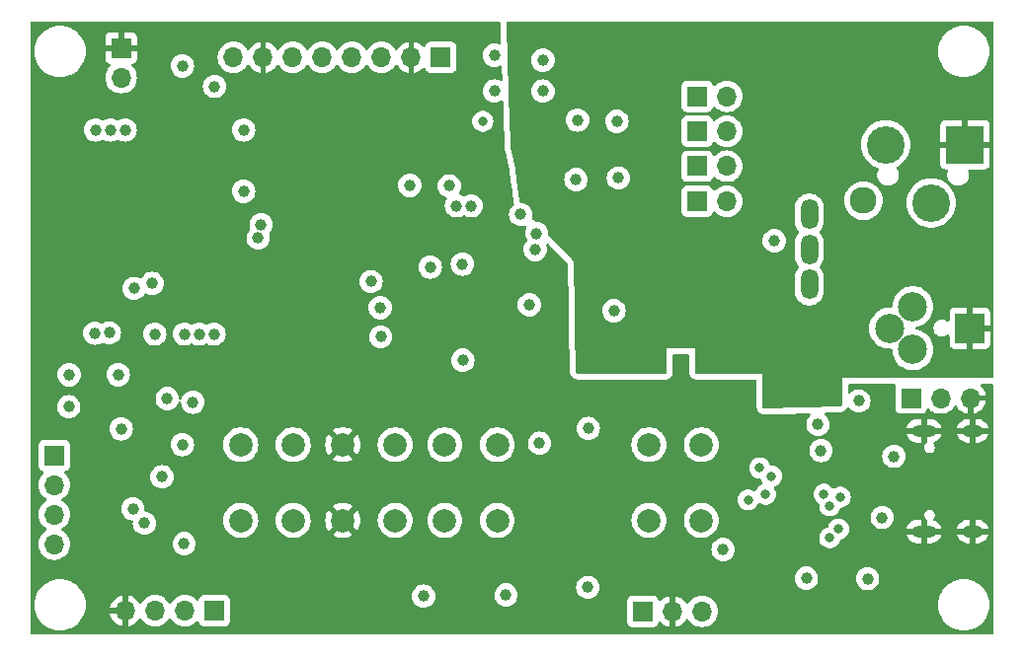
<source format=gbr>
%TF.GenerationSoftware,KiCad,Pcbnew,8.0.9-8.0.9-0~ubuntu24.04.1*%
%TF.CreationDate,2025-02-24T19:38:21+01:00*%
%TF.ProjectId,jack2bluetooth,6a61636b-3262-46c7-9565-746f6f74682e,v3.0*%
%TF.SameCoordinates,Original*%
%TF.FileFunction,Copper,L2,Inr*%
%TF.FilePolarity,Positive*%
%FSLAX46Y46*%
G04 Gerber Fmt 4.6, Leading zero omitted, Abs format (unit mm)*
G04 Created by KiCad (PCBNEW 8.0.9-8.0.9-0~ubuntu24.04.1) date 2025-02-24 19:38:21*
%MOMM*%
%LPD*%
G01*
G04 APERTURE LIST*
%TA.AperFunction,ComponentPad*%
%ADD10R,1.700000X1.700000*%
%TD*%
%TA.AperFunction,ComponentPad*%
%ADD11O,1.700000X1.700000*%
%TD*%
%TA.AperFunction,HeatsinkPad*%
%ADD12O,2.100000X1.000000*%
%TD*%
%TA.AperFunction,HeatsinkPad*%
%ADD13O,1.800000X1.000000*%
%TD*%
%TA.AperFunction,ComponentPad*%
%ADD14R,3.225000X3.225000*%
%TD*%
%TA.AperFunction,ComponentPad*%
%ADD15C,3.225000*%
%TD*%
%TA.AperFunction,ComponentPad*%
%ADD16C,2.295000*%
%TD*%
%TA.AperFunction,ComponentPad*%
%ADD17C,2.000000*%
%TD*%
%TA.AperFunction,ComponentPad*%
%ADD18R,2.500000X2.550000*%
%TD*%
%TA.AperFunction,ComponentPad*%
%ADD19C,2.500000*%
%TD*%
%TA.AperFunction,ComponentPad*%
%ADD20O,1.500000X2.600000*%
%TD*%
%TA.AperFunction,ViaPad*%
%ADD21C,1.000000*%
%TD*%
%TA.AperFunction,ViaPad*%
%ADD22C,0.800000*%
%TD*%
G04 APERTURE END LIST*
D10*
%TO.N,HPLOUT*%
%TO.C,JP5*%
X214400000Y-115600000D03*
D11*
%TO.N,Net-(JP4-B)*%
X216940000Y-115600000D03*
%TD*%
D12*
%TO.N,BAT-*%
%TO.C,J2*%
X233820000Y-143960000D03*
D13*
X238000000Y-143960000D03*
D12*
X233820000Y-135320000D03*
D13*
X238000000Y-135320000D03*
%TD*%
D14*
%TO.N,GNDA*%
%TO.C,J4*%
X237350000Y-110750000D03*
D15*
%TO.N,jack35_left*%
X230550000Y-110750000D03*
%TO.N,jack35_right*%
X234450000Y-115750000D03*
D16*
%TO.N,unconnected-(J4-Pad4)*%
X228650000Y-115550000D03*
%TD*%
D10*
%TO.N,HPRCOM*%
%TO.C,JP3*%
X214400000Y-109600000D03*
D11*
%TO.N,Net-(JP2-B)*%
X216940000Y-109600000D03*
%TD*%
D10*
%TO.N,HPLCOM*%
%TO.C,JP4*%
X214400000Y-112600000D03*
D11*
%TO.N,Net-(JP4-B)*%
X216940000Y-112600000D03*
%TD*%
D10*
%TO.N,Net-(JP1-A)*%
%TO.C,JP1*%
X232725000Y-132500000D03*
D11*
%TO.N,PSEL*%
X235265000Y-132500000D03*
%TO.N,BAT-*%
X237805000Y-132500000D03*
%TD*%
D10*
%TO.N,HPROUT*%
%TO.C,JP2*%
X214400000Y-106600000D03*
D11*
%TO.N,Net-(JP2-B)*%
X216940000Y-106600000D03*
%TD*%
D17*
%TO.N,BAT-*%
%TO.C,SW6*%
X184000000Y-143000000D03*
X184000000Y-136500000D03*
%TO.N,mcu_enable*%
X188500000Y-143000000D03*
X188500000Y-136500000D03*
%TD*%
D10*
%TO.N,VCC*%
%TO.C,J3*%
X173000000Y-150750000D03*
D11*
%TO.N,IO16*%
X170460000Y-150750000D03*
%TO.N,IO17*%
X167920000Y-150750000D03*
%TO.N,BAT-*%
X165380000Y-150750000D03*
%TD*%
D10*
%TO.N,IO4*%
%TO.C,J6*%
X159250000Y-137420000D03*
D11*
%TO.N,IO5*%
X159250000Y-139960000D03*
%TO.N,IO6*%
X159250000Y-142500000D03*
%TO.N,IO7*%
X159250000Y-145040000D03*
%TD*%
D18*
%TO.N,GNDA*%
%TO.C,J1*%
X237775000Y-126500000D03*
D19*
%TO.N,jack25_left*%
X232875000Y-124650000D03*
X232875000Y-128350000D03*
%TO.N,jack25_right*%
X230875000Y-126500000D03*
%TD*%
D10*
%TO.N,lcd_blk*%
%TO.C,J9*%
X192410000Y-103250000D03*
D11*
%TO.N,BAT-*%
X189870000Y-103250000D03*
%TO.N,IO17*%
X187330000Y-103250000D03*
%TO.N,IO15*%
X184790000Y-103250000D03*
%TO.N,IO16*%
X182250000Y-103250000D03*
%TO.N,IO3*%
X179710000Y-103250000D03*
%TO.N,BAT-*%
X177170000Y-103250000D03*
%TO.N,lcd_blk*%
X174630000Y-103250000D03*
%TD*%
D17*
%TO.N,IO4*%
%TO.C,SW1*%
X179750000Y-143000000D03*
X179750000Y-136500000D03*
%TO.N,+3.3V*%
X175250000Y-143000000D03*
X175250000Y-136500000D03*
%TD*%
D20*
%TO.N,Net-(SW5-A)*%
%TO.C,SW5*%
X224000000Y-116750000D03*
%TO.N,IO1*%
X224000000Y-119750000D03*
%TO.N,BAT-*%
X224000000Y-122750000D03*
%TD*%
D10*
%TO.N,BATTS*%
%TO.C,J5*%
X209725000Y-150800000D03*
D11*
%TO.N,BAT-*%
X212265000Y-150800000D03*
%TO.N,BAT+*%
X214805000Y-150800000D03*
%TD*%
D10*
%TO.N,BAT-*%
%TO.C,J7*%
X165000000Y-102460000D03*
D11*
%TO.N,nQON*%
X165000000Y-105000000D03*
%TD*%
D17*
%TO.N,IO5*%
%TO.C,SW3*%
X214750000Y-143000000D03*
X214750000Y-136500000D03*
%TO.N,+3.3V*%
X210250000Y-143000000D03*
X210250000Y-136500000D03*
%TD*%
%TO.N,IO0*%
%TO.C,SW2*%
X197250000Y-143000000D03*
X197250000Y-136500000D03*
%TO.N,+3.3V*%
X192750000Y-143000000D03*
X192750000Y-136500000D03*
%TD*%
D21*
%TO.N,IO8*%
X200875000Y-136375000D03*
X200500000Y-119750000D03*
X170430000Y-127000000D03*
%TO.N,IO9*%
X173000000Y-105750000D03*
X199250000Y-116750000D03*
X205040000Y-135100000D03*
X175500000Y-114750000D03*
X175510000Y-109500000D03*
D22*
%TO.N,IO11*%
X220750000Y-139200000D03*
D21*
X172970000Y-127000000D03*
D22*
%TO.N,IO10*%
X219750000Y-138500000D03*
D21*
X171700000Y-127000000D03*
%TO.N,IO4*%
X162749365Y-126939365D03*
X166098959Y-123098959D03*
%TO.N,IO5*%
X167648959Y-122648959D03*
X163985406Y-126905406D03*
%TO.N,IO0*%
X167890000Y-127000000D03*
%TO.N,IO7*%
X193750000Y-116000000D03*
X176745066Y-118772852D03*
D22*
X225750000Y-141750000D03*
D21*
%TO.N,IO1*%
X200625000Y-118375000D03*
%TO.N,IO6*%
X195000000Y-116000000D03*
D22*
X225250000Y-140750000D03*
D21*
X176998335Y-117599882D03*
%TO.N,IO17*%
X167000000Y-143250000D03*
X164080000Y-109500000D03*
%TO.N,IO16*%
X166000000Y-142000000D03*
X162810000Y-109500000D03*
%TO.N,IO15*%
X165350000Y-109500000D03*
%TO.N,mcu_enable*%
X168500000Y-139250000D03*
X165000000Y-135150000D03*
%TO.N,GNDA*%
X199092500Y-103500000D03*
D22*
X203200000Y-111150000D03*
D21*
X210750000Y-129400000D03*
X204000000Y-115750000D03*
X208500000Y-123750000D03*
X199092500Y-106150000D03*
X207630000Y-115687500D03*
X207750000Y-106500000D03*
X204130000Y-106575000D03*
D22*
X199800000Y-111200000D03*
D21*
%TO.N,+3.3V*%
X221000000Y-119000000D03*
X160500000Y-133250000D03*
X171148959Y-132851041D03*
X164750000Y-130500000D03*
X190925000Y-149500000D03*
X168951041Y-132548959D03*
X193130000Y-114287500D03*
X170250000Y-104000000D03*
X160537500Y-130500000D03*
X170250000Y-136500000D03*
X189750000Y-114250000D03*
%TO.N,BAT-*%
X158500000Y-130500000D03*
X212750000Y-129400000D03*
X219000000Y-145287500D03*
X191000000Y-146250000D03*
X168225000Y-101750000D03*
X211500000Y-140750000D03*
X228250000Y-136000000D03*
X226500000Y-150037500D03*
X189500000Y-112250000D03*
X185212500Y-146250000D03*
X212500000Y-148000000D03*
X189287500Y-124750000D03*
X176500000Y-140750000D03*
X196750000Y-122750000D03*
X205020000Y-144000000D03*
X192212500Y-129250000D03*
X200000000Y-126300000D03*
X194250000Y-151250000D03*
X164850000Y-119755000D03*
X194925000Y-103075000D03*
X202500000Y-144135000D03*
X222750000Y-143500000D03*
X193130000Y-112212500D03*
X164787500Y-133250000D03*
X158500000Y-133250000D03*
X168100000Y-145200000D03*
X194000000Y-140750000D03*
X223750000Y-150000000D03*
X228500000Y-141750000D03*
X194925000Y-106150000D03*
X159000000Y-109500000D03*
X205000000Y-150750000D03*
%TO.N,+1V8*%
X187250000Y-127250000D03*
X197000000Y-103075000D03*
X187212500Y-124750000D03*
X194250000Y-121000000D03*
D22*
X196000000Y-108750000D03*
D21*
X197000000Y-106150000D03*
%TO.N,REGN*%
X228250000Y-132750000D03*
X223750000Y-147962500D03*
X205000000Y-148750000D03*
%TO.N,VCC*%
X230250000Y-142750000D03*
X225001041Y-137001041D03*
X170400000Y-145000000D03*
X231250000Y-137500000D03*
%TO.N,SYSTEM*%
X191500000Y-121250000D03*
X216600000Y-145500000D03*
X198000000Y-149400000D03*
X194287500Y-129250000D03*
X200000000Y-124500000D03*
D22*
%TO.N,STAT*%
X226650000Y-141000000D03*
D21*
%TO.N,Net-(D8-A)*%
X186421933Y-122500000D03*
%TO.N,+3.3VA*%
X201167500Y-103500000D03*
X207500000Y-108750000D03*
X207250000Y-125000000D03*
X204130000Y-108650000D03*
X204000000Y-113750000D03*
X201167500Y-106150000D03*
X207630000Y-113612500D03*
D22*
%TO.N,BATTS*%
X220250000Y-140750000D03*
D21*
%TO.N,Net-(IC2-PMID_GOOD)*%
X229000000Y-148000000D03*
D22*
X226500000Y-143750000D03*
%TO.N,PSEL*%
X225750000Y-144500000D03*
%TO.N,nQON*%
X218750000Y-141250000D03*
D21*
%TO.N,Net-(D1-A)*%
X224750000Y-134750000D03*
%TD*%
%TA.AperFunction,Conductor*%
%TO.N,GNDA*%
G36*
X239742539Y-100220185D02*
G01*
X239788294Y-100272989D01*
X239799500Y-100324500D01*
X239799500Y-130676000D01*
X239779815Y-130743039D01*
X239727011Y-130788794D01*
X239675500Y-130800000D01*
X226800000Y-130800000D01*
X226800000Y-133079593D01*
X226780315Y-133146632D01*
X226727511Y-133192387D01*
X226679645Y-133203539D01*
X220127645Y-133396245D01*
X220060056Y-133378540D01*
X220012769Y-133327104D01*
X220000000Y-133272299D01*
X220000000Y-130400000D01*
X214324000Y-130400000D01*
X214256961Y-130380315D01*
X214211206Y-130327511D01*
X214200000Y-130276000D01*
X214200000Y-128200000D01*
X211800000Y-128200000D01*
X211800000Y-129066718D01*
X211794661Y-129102713D01*
X211763975Y-129203869D01*
X211744659Y-129400000D01*
X211763976Y-129596133D01*
X211794660Y-129697282D01*
X211800000Y-129733278D01*
X211800000Y-130276000D01*
X211780315Y-130343039D01*
X211727511Y-130388794D01*
X211676000Y-130400000D01*
X204121443Y-130400000D01*
X204054404Y-130380315D01*
X204008649Y-130327511D01*
X203997470Y-130278583D01*
X203997416Y-130276000D01*
X203918750Y-126499995D01*
X229119592Y-126499995D01*
X229119592Y-126500004D01*
X229139196Y-126761620D01*
X229139197Y-126761625D01*
X229197576Y-127017402D01*
X229197578Y-127017411D01*
X229197580Y-127017416D01*
X229293432Y-127261643D01*
X229424614Y-127488857D01*
X229503962Y-127588356D01*
X229588198Y-127693985D01*
X229737567Y-127832578D01*
X229780521Y-127872433D01*
X229997296Y-128020228D01*
X229997301Y-128020230D01*
X229997302Y-128020231D01*
X229997303Y-128020232D01*
X230122843Y-128080688D01*
X230233673Y-128134061D01*
X230233674Y-128134061D01*
X230233677Y-128134063D01*
X230484385Y-128211396D01*
X230743818Y-128250500D01*
X230997080Y-128250500D01*
X231064119Y-128270185D01*
X231109874Y-128322989D01*
X231120733Y-128365234D01*
X231139196Y-128611620D01*
X231139197Y-128611625D01*
X231197576Y-128867402D01*
X231197578Y-128867411D01*
X231197580Y-128867416D01*
X231293432Y-129111643D01*
X231424614Y-129338857D01*
X231473374Y-129400000D01*
X231588198Y-129543985D01*
X231769753Y-129712441D01*
X231780521Y-129722433D01*
X231997296Y-129870228D01*
X231997301Y-129870230D01*
X231997302Y-129870231D01*
X231997303Y-129870232D01*
X232122843Y-129930688D01*
X232233673Y-129984061D01*
X232233674Y-129984061D01*
X232233677Y-129984063D01*
X232484385Y-130061396D01*
X232743818Y-130100500D01*
X233006182Y-130100500D01*
X233265615Y-130061396D01*
X233516323Y-129984063D01*
X233752704Y-129870228D01*
X233969479Y-129722433D01*
X234161805Y-129543981D01*
X234325386Y-129338857D01*
X234456568Y-129111643D01*
X234552420Y-128867416D01*
X234610802Y-128611630D01*
X234625614Y-128413976D01*
X234630408Y-128350004D01*
X234630408Y-128349995D01*
X234610803Y-128088379D01*
X234610802Y-128088374D01*
X234610802Y-128088370D01*
X234552420Y-127832584D01*
X234456568Y-127588357D01*
X234325386Y-127361143D01*
X234161805Y-127156019D01*
X234161804Y-127156018D01*
X234161801Y-127156014D01*
X233969479Y-126977567D01*
X233949218Y-126963753D01*
X233752704Y-126829772D01*
X233752700Y-126829770D01*
X233752697Y-126829768D01*
X233752696Y-126829767D01*
X233516325Y-126715938D01*
X233516327Y-126715938D01*
X233265623Y-126638606D01*
X233265619Y-126638605D01*
X233265615Y-126638604D01*
X233159534Y-126622614D01*
X233096178Y-126593158D01*
X233058805Y-126534124D01*
X233059280Y-126464256D01*
X233082707Y-126428343D01*
X234647500Y-126428343D01*
X234647500Y-126571656D01*
X234675455Y-126712196D01*
X234675457Y-126712204D01*
X234730296Y-126844596D01*
X234730301Y-126844606D01*
X234809913Y-126963753D01*
X234809916Y-126963757D01*
X234911242Y-127065083D01*
X234911246Y-127065086D01*
X235030393Y-127144698D01*
X235030397Y-127144700D01*
X235030400Y-127144702D01*
X235162796Y-127199543D01*
X235303343Y-127227499D01*
X235303347Y-127227500D01*
X235303348Y-127227500D01*
X235446653Y-127227500D01*
X235446654Y-127227499D01*
X235587204Y-127199543D01*
X235719600Y-127144702D01*
X235832109Y-127069525D01*
X235898786Y-127048648D01*
X235966167Y-127067132D01*
X236012857Y-127119111D01*
X236025000Y-127172628D01*
X236025000Y-127822844D01*
X236031401Y-127882372D01*
X236031403Y-127882379D01*
X236081645Y-128017086D01*
X236081649Y-128017093D01*
X236167809Y-128132187D01*
X236167812Y-128132190D01*
X236282906Y-128218350D01*
X236282913Y-128218354D01*
X236417620Y-128268596D01*
X236417627Y-128268598D01*
X236477155Y-128274999D01*
X236477172Y-128275000D01*
X237525000Y-128275000D01*
X237525000Y-127316480D01*
X237527064Y-127317335D01*
X237691282Y-127350000D01*
X237858718Y-127350000D01*
X238022936Y-127317335D01*
X238025000Y-127316480D01*
X238025000Y-128275000D01*
X239072828Y-128275000D01*
X239072844Y-128274999D01*
X239132372Y-128268598D01*
X239132379Y-128268596D01*
X239267086Y-128218354D01*
X239267093Y-128218350D01*
X239382187Y-128132190D01*
X239382190Y-128132187D01*
X239468350Y-128017093D01*
X239468354Y-128017086D01*
X239518596Y-127882379D01*
X239518598Y-127882372D01*
X239524999Y-127822844D01*
X239525000Y-127822827D01*
X239525000Y-126750000D01*
X238591480Y-126750000D01*
X238592335Y-126747936D01*
X238625000Y-126583718D01*
X238625000Y-126416282D01*
X238592335Y-126252064D01*
X238591480Y-126250000D01*
X239525000Y-126250000D01*
X239525000Y-125177172D01*
X239524999Y-125177155D01*
X239518598Y-125117627D01*
X239518596Y-125117620D01*
X239468354Y-124982913D01*
X239468350Y-124982906D01*
X239382190Y-124867812D01*
X239382187Y-124867809D01*
X239267093Y-124781649D01*
X239267086Y-124781645D01*
X239132379Y-124731403D01*
X239132372Y-124731401D01*
X239072844Y-124725000D01*
X238025000Y-124725000D01*
X238025000Y-125683519D01*
X238022936Y-125682665D01*
X237858718Y-125650000D01*
X237691282Y-125650000D01*
X237527064Y-125682665D01*
X237525000Y-125683519D01*
X237525000Y-124725000D01*
X236477155Y-124725000D01*
X236417627Y-124731401D01*
X236417620Y-124731403D01*
X236282913Y-124781645D01*
X236282906Y-124781649D01*
X236167812Y-124867809D01*
X236167809Y-124867812D01*
X236081649Y-124982906D01*
X236081645Y-124982913D01*
X236031403Y-125117620D01*
X236031401Y-125117627D01*
X236025000Y-125177155D01*
X236025000Y-125827371D01*
X236005315Y-125894410D01*
X235952511Y-125940165D01*
X235883353Y-125950109D01*
X235832110Y-125930473D01*
X235719611Y-125855304D01*
X235719596Y-125855296D01*
X235587204Y-125800457D01*
X235587196Y-125800455D01*
X235446656Y-125772500D01*
X235446652Y-125772500D01*
X235303348Y-125772500D01*
X235303343Y-125772500D01*
X235162803Y-125800455D01*
X235162795Y-125800457D01*
X235030403Y-125855296D01*
X235030393Y-125855301D01*
X234911246Y-125934913D01*
X234911242Y-125934916D01*
X234809916Y-126036242D01*
X234809913Y-126036246D01*
X234730301Y-126155393D01*
X234730296Y-126155403D01*
X234675457Y-126287795D01*
X234675455Y-126287803D01*
X234647500Y-126428343D01*
X233082707Y-126428343D01*
X233097454Y-126405737D01*
X233159534Y-126377385D01*
X233265615Y-126361396D01*
X233516323Y-126284063D01*
X233752704Y-126170228D01*
X233969479Y-126022433D01*
X234149608Y-125855298D01*
X234161801Y-125843985D01*
X234161801Y-125843983D01*
X234161805Y-125843981D01*
X234325386Y-125638857D01*
X234456568Y-125411643D01*
X234552420Y-125167416D01*
X234610802Y-124911630D01*
X234614226Y-124865937D01*
X234630408Y-124650004D01*
X234630408Y-124649995D01*
X234610803Y-124388379D01*
X234610802Y-124388374D01*
X234610802Y-124388370D01*
X234552420Y-124132584D01*
X234456568Y-123888357D01*
X234325386Y-123661143D01*
X234161805Y-123456019D01*
X234161804Y-123456018D01*
X234161801Y-123456014D01*
X233969479Y-123277567D01*
X233752704Y-123129772D01*
X233752700Y-123129770D01*
X233752697Y-123129768D01*
X233752696Y-123129767D01*
X233516325Y-123015938D01*
X233516327Y-123015938D01*
X233265623Y-122938606D01*
X233265619Y-122938605D01*
X233265615Y-122938604D01*
X233140823Y-122919794D01*
X233006187Y-122899500D01*
X233006182Y-122899500D01*
X232743818Y-122899500D01*
X232743812Y-122899500D01*
X232582247Y-122923853D01*
X232484385Y-122938604D01*
X232484382Y-122938605D01*
X232484376Y-122938606D01*
X232233673Y-123015938D01*
X231997303Y-123129767D01*
X231997302Y-123129768D01*
X231780520Y-123277567D01*
X231588198Y-123456014D01*
X231424614Y-123661143D01*
X231293432Y-123888356D01*
X231197582Y-124132578D01*
X231197576Y-124132597D01*
X231139197Y-124388374D01*
X231139196Y-124388379D01*
X231120733Y-124634766D01*
X231096094Y-124700147D01*
X231040019Y-124741828D01*
X230997080Y-124749500D01*
X230743812Y-124749500D01*
X230582247Y-124773853D01*
X230484385Y-124788604D01*
X230484382Y-124788605D01*
X230484376Y-124788606D01*
X230233673Y-124865938D01*
X229997303Y-124979767D01*
X229997302Y-124979768D01*
X229780520Y-125127567D01*
X229588198Y-125306014D01*
X229424614Y-125511143D01*
X229293432Y-125738356D01*
X229197582Y-125982578D01*
X229197576Y-125982597D01*
X229139197Y-126238374D01*
X229139196Y-126238379D01*
X229119592Y-126499995D01*
X203918750Y-126499995D01*
X203887500Y-125000000D01*
X206244659Y-125000000D01*
X206263975Y-125196129D01*
X206263976Y-125196132D01*
X206306377Y-125335910D01*
X206321188Y-125384733D01*
X206414086Y-125558532D01*
X206414090Y-125558539D01*
X206539116Y-125710883D01*
X206691460Y-125835909D01*
X206691467Y-125835913D01*
X206865266Y-125928811D01*
X206865269Y-125928811D01*
X206865273Y-125928814D01*
X207053868Y-125986024D01*
X207250000Y-126005341D01*
X207446132Y-125986024D01*
X207634727Y-125928814D01*
X207660061Y-125915273D01*
X207772260Y-125855301D01*
X207808538Y-125835910D01*
X207960883Y-125710883D01*
X208085910Y-125558538D01*
X208164427Y-125411643D01*
X208178811Y-125384733D01*
X208178811Y-125384732D01*
X208178814Y-125384727D01*
X208236024Y-125196132D01*
X208255341Y-125000000D01*
X208236024Y-124803868D01*
X208178814Y-124615273D01*
X208178811Y-124615269D01*
X208178811Y-124615266D01*
X208085913Y-124441467D01*
X208085909Y-124441460D01*
X207960883Y-124289116D01*
X207808539Y-124164090D01*
X207808532Y-124164086D01*
X207634733Y-124071188D01*
X207634727Y-124071186D01*
X207446132Y-124013976D01*
X207446129Y-124013975D01*
X207250000Y-123994659D01*
X207053870Y-124013975D01*
X206865266Y-124071188D01*
X206691467Y-124164086D01*
X206691460Y-124164090D01*
X206539116Y-124289116D01*
X206414090Y-124441460D01*
X206414086Y-124441467D01*
X206321188Y-124615266D01*
X206263975Y-124803870D01*
X206244659Y-125000000D01*
X203887500Y-125000000D01*
X203800000Y-120800000D01*
X203601458Y-120592826D01*
X202075001Y-119000000D01*
X219994659Y-119000000D01*
X220013975Y-119196129D01*
X220071188Y-119384733D01*
X220164086Y-119558532D01*
X220164090Y-119558539D01*
X220289116Y-119710883D01*
X220441460Y-119835909D01*
X220441467Y-119835913D01*
X220615266Y-119928811D01*
X220615269Y-119928811D01*
X220615273Y-119928814D01*
X220803868Y-119986024D01*
X221000000Y-120005341D01*
X221196132Y-119986024D01*
X221384727Y-119928814D01*
X221558538Y-119835910D01*
X221710883Y-119710883D01*
X221835910Y-119558538D01*
X221928814Y-119384727D01*
X221986024Y-119196132D01*
X222005341Y-119000000D01*
X221986024Y-118803868D01*
X221928814Y-118615273D01*
X221928811Y-118615269D01*
X221928811Y-118615266D01*
X221835913Y-118441467D01*
X221835909Y-118441460D01*
X221710883Y-118289116D01*
X221558539Y-118164090D01*
X221558532Y-118164086D01*
X221384733Y-118071188D01*
X221384727Y-118071186D01*
X221196132Y-118013976D01*
X221196129Y-118013975D01*
X221000000Y-117994659D01*
X220803870Y-118013975D01*
X220615266Y-118071188D01*
X220441467Y-118164086D01*
X220441460Y-118164090D01*
X220289116Y-118289116D01*
X220164090Y-118441460D01*
X220164086Y-118441467D01*
X220071188Y-118615266D01*
X220013975Y-118803870D01*
X219994659Y-119000000D01*
X202075001Y-119000000D01*
X201655428Y-118562185D01*
X201623256Y-118500164D01*
X201621552Y-118464235D01*
X201630341Y-118375000D01*
X201611024Y-118178868D01*
X201553814Y-117990273D01*
X201553811Y-117990269D01*
X201553811Y-117990266D01*
X201460913Y-117816467D01*
X201460909Y-117816460D01*
X201335883Y-117664116D01*
X201183539Y-117539090D01*
X201183532Y-117539086D01*
X201009733Y-117446188D01*
X201009727Y-117446186D01*
X200821132Y-117388976D01*
X200821129Y-117388975D01*
X200625000Y-117369659D01*
X200624997Y-117369659D01*
X200582261Y-117373867D01*
X200513615Y-117360847D01*
X200480584Y-117336261D01*
X200333463Y-117182744D01*
X200255122Y-117100997D01*
X200222951Y-117038978D01*
X200225990Y-116979206D01*
X200236024Y-116946132D01*
X200255341Y-116750000D01*
X200236024Y-116553868D01*
X200178814Y-116365273D01*
X200178811Y-116365269D01*
X200178811Y-116365266D01*
X200085913Y-116191467D01*
X200085909Y-116191460D01*
X199960883Y-116039116D01*
X199808539Y-115914090D01*
X199808532Y-115914086D01*
X199634733Y-115821188D01*
X199634727Y-115821186D01*
X199446132Y-115763976D01*
X199446129Y-115763975D01*
X199265659Y-115746201D01*
X199200872Y-115720040D01*
X199160513Y-115663006D01*
X199154773Y-115638189D01*
X198918750Y-113750000D01*
X202994659Y-113750000D01*
X203013975Y-113946129D01*
X203013976Y-113946132D01*
X203051683Y-114070436D01*
X203071188Y-114134733D01*
X203164086Y-114308532D01*
X203164090Y-114308539D01*
X203289116Y-114460883D01*
X203441460Y-114585909D01*
X203441467Y-114585913D01*
X203615266Y-114678811D01*
X203615269Y-114678811D01*
X203615273Y-114678814D01*
X203803868Y-114736024D01*
X204000000Y-114755341D01*
X204196132Y-114736024D01*
X204307848Y-114702135D01*
X213049500Y-114702135D01*
X213049500Y-116497870D01*
X213049501Y-116497876D01*
X213055908Y-116557483D01*
X213106202Y-116692328D01*
X213106206Y-116692335D01*
X213192452Y-116807544D01*
X213192455Y-116807547D01*
X213307664Y-116893793D01*
X213307671Y-116893797D01*
X213442517Y-116944091D01*
X213442516Y-116944091D01*
X213449444Y-116944835D01*
X213502127Y-116950500D01*
X215297872Y-116950499D01*
X215357483Y-116944091D01*
X215492331Y-116893796D01*
X215607546Y-116807546D01*
X215693796Y-116692331D01*
X215742810Y-116560916D01*
X215784681Y-116504984D01*
X215850145Y-116480566D01*
X215918418Y-116495417D01*
X215946673Y-116516569D01*
X216068599Y-116638495D01*
X216165384Y-116706265D01*
X216262165Y-116774032D01*
X216262167Y-116774033D01*
X216262170Y-116774035D01*
X216476337Y-116873903D01*
X216704592Y-116935063D01*
X216881034Y-116950500D01*
X216939999Y-116955659D01*
X216940000Y-116955659D01*
X216940001Y-116955659D01*
X216998966Y-116950500D01*
X217175408Y-116935063D01*
X217403663Y-116873903D01*
X217617830Y-116774035D01*
X217811401Y-116638495D01*
X217978495Y-116471401D01*
X218114035Y-116277830D01*
X218196223Y-116101577D01*
X222749500Y-116101577D01*
X222749500Y-117398422D01*
X222780290Y-117592826D01*
X222841117Y-117780029D01*
X222930476Y-117955405D01*
X223046172Y-118114646D01*
X223046174Y-118114648D01*
X223093845Y-118162319D01*
X223127330Y-118223642D01*
X223122346Y-118293334D01*
X223093845Y-118337681D01*
X223046174Y-118385351D01*
X223046174Y-118385352D01*
X223046172Y-118385354D01*
X223005408Y-118441460D01*
X222930476Y-118544594D01*
X222841117Y-118719970D01*
X222780290Y-118907173D01*
X222749500Y-119101577D01*
X222749500Y-120398422D01*
X222780290Y-120592826D01*
X222841117Y-120780029D01*
X222930476Y-120955405D01*
X223046172Y-121114646D01*
X223046174Y-121114648D01*
X223093845Y-121162319D01*
X223127330Y-121223642D01*
X223122346Y-121293334D01*
X223093845Y-121337681D01*
X223046174Y-121385351D01*
X223046174Y-121385352D01*
X223046172Y-121385354D01*
X222996485Y-121453741D01*
X222930476Y-121544594D01*
X222841117Y-121719970D01*
X222780290Y-121907173D01*
X222749500Y-122101577D01*
X222749500Y-123398422D01*
X222780290Y-123592826D01*
X222841117Y-123780029D01*
X222923372Y-123941462D01*
X222930476Y-123955405D01*
X223046172Y-124114646D01*
X223185354Y-124253828D01*
X223344595Y-124369524D01*
X223427455Y-124411743D01*
X223519970Y-124458882D01*
X223519972Y-124458882D01*
X223519975Y-124458884D01*
X223620317Y-124491487D01*
X223707173Y-124519709D01*
X223901578Y-124550500D01*
X223901583Y-124550500D01*
X224098422Y-124550500D01*
X224292826Y-124519709D01*
X224480025Y-124458884D01*
X224655405Y-124369524D01*
X224814646Y-124253828D01*
X224953828Y-124114646D01*
X225069524Y-123955405D01*
X225158884Y-123780025D01*
X225219709Y-123592826D01*
X225223136Y-123571186D01*
X225250500Y-123398422D01*
X225250500Y-122101577D01*
X225219709Y-121907173D01*
X225158882Y-121719970D01*
X225069523Y-121544594D01*
X224953828Y-121385354D01*
X224906155Y-121337681D01*
X224872670Y-121276358D01*
X224877654Y-121206666D01*
X224906155Y-121162319D01*
X224953828Y-121114646D01*
X225069524Y-120955405D01*
X225158884Y-120780025D01*
X225219709Y-120592826D01*
X225220804Y-120585910D01*
X225250500Y-120398422D01*
X225250500Y-119101577D01*
X225219709Y-118907173D01*
X225158882Y-118719970D01*
X225069523Y-118544594D01*
X224953828Y-118385354D01*
X224906155Y-118337681D01*
X224872670Y-118276358D01*
X224877654Y-118206666D01*
X224906155Y-118162319D01*
X224953828Y-118114646D01*
X225069524Y-117955405D01*
X225158884Y-117780025D01*
X225219709Y-117592826D01*
X225228220Y-117539090D01*
X225250500Y-117398422D01*
X225250500Y-116101577D01*
X225219709Y-115907173D01*
X225191487Y-115820317D01*
X225158884Y-115719975D01*
X225158882Y-115719972D01*
X225158882Y-115719970D01*
X225097754Y-115600000D01*
X225072278Y-115550000D01*
X226996904Y-115550000D01*
X227017255Y-115808598D01*
X227077810Y-116060830D01*
X227177080Y-116300490D01*
X227312613Y-116521660D01*
X227312614Y-116521661D01*
X227312615Y-116521663D01*
X227312617Y-116521665D01*
X227481085Y-116718915D01*
X227678335Y-116887383D01*
X227678337Y-116887384D01*
X227678338Y-116887385D01*
X227678339Y-116887386D01*
X227899509Y-117022919D01*
X227992192Y-117061309D01*
X228139165Y-117122188D01*
X228391399Y-117182744D01*
X228650000Y-117203096D01*
X228908601Y-117182744D01*
X229160835Y-117122188D01*
X229400490Y-117022919D01*
X229621665Y-116887383D01*
X229818915Y-116718915D01*
X229987383Y-116521665D01*
X230122919Y-116300490D01*
X230222188Y-116060835D01*
X230282744Y-115808601D01*
X230287356Y-115750000D01*
X232332063Y-115750000D01*
X232351789Y-116038386D01*
X232351789Y-116038390D01*
X232351790Y-116038392D01*
X232357042Y-116063664D01*
X232410602Y-116321415D01*
X232410603Y-116321418D01*
X232507403Y-116593786D01*
X232558463Y-116692328D01*
X232640394Y-116850446D01*
X232707936Y-116946132D01*
X232807093Y-117086607D01*
X233004398Y-117297868D01*
X233228620Y-117480286D01*
X233228623Y-117480288D01*
X233228627Y-117480291D01*
X233325318Y-117539090D01*
X233475612Y-117630486D01*
X233475617Y-117630488D01*
X233718587Y-117736024D01*
X233740746Y-117745649D01*
X234019093Y-117823638D01*
X234270860Y-117858243D01*
X234305466Y-117863000D01*
X234305467Y-117863000D01*
X234594534Y-117863000D01*
X234625408Y-117858756D01*
X234880907Y-117823638D01*
X235159254Y-117745649D01*
X235424389Y-117630485D01*
X235671373Y-117480291D01*
X235895605Y-117297865D01*
X236092908Y-117086605D01*
X236259606Y-116850446D01*
X236392596Y-116593788D01*
X236489398Y-116321413D01*
X236548210Y-116038392D01*
X236567937Y-115750000D01*
X236548210Y-115461608D01*
X236489398Y-115178587D01*
X236392596Y-114906212D01*
X236259606Y-114649554D01*
X236092908Y-114413395D01*
X236092906Y-114413392D01*
X235932702Y-114241856D01*
X235895605Y-114202135D01*
X235895603Y-114202134D01*
X235895601Y-114202131D01*
X235671379Y-114019713D01*
X235671368Y-114019706D01*
X235424387Y-113869513D01*
X235424382Y-113869511D01*
X235159258Y-113754352D01*
X234880913Y-113676363D01*
X234880908Y-113676362D01*
X234880907Y-113676362D01*
X234605432Y-113638498D01*
X234594534Y-113637000D01*
X234594533Y-113637000D01*
X234305467Y-113637000D01*
X234305466Y-113637000D01*
X234019093Y-113676362D01*
X234019086Y-113676363D01*
X233740741Y-113754352D01*
X233475617Y-113869511D01*
X233475612Y-113869513D01*
X233228631Y-114019706D01*
X233228620Y-114019713D01*
X233004398Y-114202131D01*
X232807093Y-114413392D01*
X232640391Y-114649558D01*
X232507403Y-114906213D01*
X232410603Y-115178581D01*
X232410602Y-115178584D01*
X232351789Y-115461613D01*
X232332063Y-115750000D01*
X230287356Y-115750000D01*
X230303096Y-115550000D01*
X230282744Y-115291399D01*
X230222188Y-115039165D01*
X230122919Y-114799510D01*
X230122919Y-114799509D01*
X229987386Y-114578339D01*
X229987385Y-114578338D01*
X229987384Y-114578337D01*
X229987383Y-114578335D01*
X229818915Y-114381085D01*
X229621665Y-114212617D01*
X229621663Y-114212615D01*
X229621661Y-114212614D01*
X229621660Y-114212613D01*
X229400490Y-114077080D01*
X229160830Y-113977810D01*
X228908597Y-113917255D01*
X228908598Y-113917255D01*
X228650000Y-113896904D01*
X228391401Y-113917255D01*
X228139169Y-113977810D01*
X227899509Y-114077080D01*
X227678339Y-114212613D01*
X227678338Y-114212614D01*
X227481085Y-114381085D01*
X227312614Y-114578338D01*
X227312613Y-114578339D01*
X227177080Y-114799509D01*
X227077810Y-115039169D01*
X227017255Y-115291401D01*
X226996904Y-115550000D01*
X225072278Y-115550000D01*
X225069524Y-115544595D01*
X224953828Y-115385354D01*
X224814646Y-115246172D01*
X224655405Y-115130476D01*
X224480029Y-115041117D01*
X224292826Y-114980290D01*
X224098422Y-114949500D01*
X224098417Y-114949500D01*
X223901583Y-114949500D01*
X223901578Y-114949500D01*
X223707173Y-114980290D01*
X223519970Y-115041117D01*
X223344594Y-115130476D01*
X223278380Y-115178584D01*
X223185354Y-115246172D01*
X223185352Y-115246174D01*
X223185351Y-115246174D01*
X223046174Y-115385351D01*
X223046174Y-115385352D01*
X223046172Y-115385354D01*
X222996485Y-115453741D01*
X222930476Y-115544594D01*
X222841117Y-115719970D01*
X222780290Y-115907173D01*
X222749500Y-116101577D01*
X218196223Y-116101577D01*
X218213903Y-116063663D01*
X218275063Y-115835408D01*
X218295659Y-115600000D01*
X218275063Y-115364592D01*
X218213903Y-115136337D01*
X218114035Y-114922171D01*
X218102862Y-114906213D01*
X217978494Y-114728597D01*
X217811402Y-114561506D01*
X217811395Y-114561501D01*
X217617834Y-114425967D01*
X217617830Y-114425965D01*
X217617828Y-114425964D01*
X217403663Y-114326097D01*
X217403659Y-114326096D01*
X217403655Y-114326094D01*
X217175413Y-114264938D01*
X217175403Y-114264936D01*
X216940001Y-114244341D01*
X216939999Y-114244341D01*
X216704596Y-114264936D01*
X216704586Y-114264938D01*
X216476344Y-114326094D01*
X216476335Y-114326098D01*
X216262171Y-114425964D01*
X216262169Y-114425965D01*
X216068600Y-114561503D01*
X215946673Y-114683430D01*
X215885350Y-114716914D01*
X215815658Y-114711930D01*
X215759725Y-114670058D01*
X215742810Y-114639081D01*
X215693797Y-114507671D01*
X215693793Y-114507664D01*
X215607547Y-114392455D01*
X215607544Y-114392452D01*
X215492335Y-114306206D01*
X215492328Y-114306202D01*
X215357482Y-114255908D01*
X215357483Y-114255908D01*
X215297883Y-114249501D01*
X215297881Y-114249500D01*
X215297873Y-114249500D01*
X215297864Y-114249500D01*
X213502129Y-114249500D01*
X213502123Y-114249501D01*
X213442516Y-114255908D01*
X213307671Y-114306202D01*
X213307664Y-114306206D01*
X213192455Y-114392452D01*
X213192452Y-114392455D01*
X213106206Y-114507664D01*
X213106202Y-114507671D01*
X213055908Y-114642517D01*
X213049501Y-114702116D01*
X213049500Y-114702135D01*
X204307848Y-114702135D01*
X204384727Y-114678814D01*
X204401109Y-114670058D01*
X204558532Y-114585913D01*
X204558538Y-114585910D01*
X204710883Y-114460883D01*
X204835910Y-114308538D01*
X204887181Y-114212617D01*
X204928811Y-114134733D01*
X204928811Y-114134732D01*
X204928814Y-114134727D01*
X204986024Y-113946132D01*
X205005341Y-113750000D01*
X204991799Y-113612500D01*
X206624659Y-113612500D01*
X206643975Y-113808629D01*
X206643976Y-113808632D01*
X206695296Y-113977812D01*
X206701188Y-113997233D01*
X206794086Y-114171032D01*
X206794090Y-114171039D01*
X206919116Y-114323383D01*
X207071460Y-114448409D01*
X207071467Y-114448413D01*
X207245266Y-114541311D01*
X207245269Y-114541311D01*
X207245273Y-114541314D01*
X207433868Y-114598524D01*
X207630000Y-114617841D01*
X207826132Y-114598524D01*
X208014727Y-114541314D01*
X208188538Y-114448410D01*
X208340883Y-114323383D01*
X208465910Y-114171038D01*
X208558814Y-113997227D01*
X208616024Y-113808632D01*
X208635341Y-113612500D01*
X208616024Y-113416368D01*
X208558814Y-113227773D01*
X208558811Y-113227769D01*
X208558811Y-113227766D01*
X208465913Y-113053967D01*
X208465909Y-113053960D01*
X208340883Y-112901616D01*
X208188539Y-112776590D01*
X208188532Y-112776586D01*
X208014733Y-112683688D01*
X208014727Y-112683686D01*
X207826132Y-112626476D01*
X207826129Y-112626475D01*
X207630000Y-112607159D01*
X207433870Y-112626475D01*
X207245266Y-112683688D01*
X207071467Y-112776586D01*
X207071460Y-112776590D01*
X206919116Y-112901616D01*
X206794090Y-113053960D01*
X206794086Y-113053967D01*
X206701188Y-113227766D01*
X206643975Y-113416370D01*
X206624659Y-113612500D01*
X204991799Y-113612500D01*
X204986024Y-113553868D01*
X204928814Y-113365273D01*
X204928811Y-113365269D01*
X204928811Y-113365266D01*
X204835913Y-113191467D01*
X204835909Y-113191460D01*
X204710883Y-113039116D01*
X204558539Y-112914090D01*
X204558532Y-112914086D01*
X204384733Y-112821188D01*
X204384727Y-112821186D01*
X204196132Y-112763976D01*
X204196129Y-112763975D01*
X204000000Y-112744659D01*
X203803870Y-112763975D01*
X203615266Y-112821188D01*
X203441467Y-112914086D01*
X203441460Y-112914090D01*
X203289116Y-113039116D01*
X203164090Y-113191460D01*
X203164086Y-113191467D01*
X203071188Y-113365266D01*
X203013975Y-113553870D01*
X202994659Y-113750000D01*
X198918750Y-113750000D01*
X198813833Y-112910663D01*
X198800000Y-112799999D01*
X198556030Y-111702135D01*
X213049500Y-111702135D01*
X213049500Y-113497870D01*
X213049501Y-113497876D01*
X213055908Y-113557483D01*
X213106202Y-113692328D01*
X213106206Y-113692335D01*
X213192452Y-113807544D01*
X213192455Y-113807547D01*
X213307664Y-113893793D01*
X213307671Y-113893797D01*
X213442517Y-113944091D01*
X213442516Y-113944091D01*
X213449444Y-113944835D01*
X213502127Y-113950500D01*
X215297872Y-113950499D01*
X215357483Y-113944091D01*
X215492331Y-113893796D01*
X215607546Y-113807546D01*
X215693796Y-113692331D01*
X215742810Y-113560916D01*
X215784681Y-113504984D01*
X215850145Y-113480566D01*
X215918418Y-113495417D01*
X215946673Y-113516569D01*
X216068599Y-113638495D01*
X216165384Y-113706265D01*
X216262165Y-113774032D01*
X216262167Y-113774033D01*
X216262170Y-113774035D01*
X216476337Y-113873903D01*
X216704592Y-113935063D01*
X216881034Y-113950500D01*
X216939999Y-113955659D01*
X216940000Y-113955659D01*
X216940001Y-113955659D01*
X216998966Y-113950500D01*
X217175408Y-113935063D01*
X217403663Y-113873903D01*
X217617830Y-113774035D01*
X217811401Y-113638495D01*
X217978495Y-113471401D01*
X218114035Y-113277830D01*
X218213903Y-113063663D01*
X218275063Y-112835408D01*
X218295659Y-112600000D01*
X218275063Y-112364592D01*
X218213903Y-112136337D01*
X218114035Y-111922171D01*
X218063810Y-111850441D01*
X217978494Y-111728597D01*
X217811402Y-111561506D01*
X217811395Y-111561501D01*
X217617834Y-111425967D01*
X217617830Y-111425965D01*
X217617828Y-111425964D01*
X217403663Y-111326097D01*
X217403659Y-111326096D01*
X217403655Y-111326094D01*
X217175413Y-111264938D01*
X217175403Y-111264936D01*
X216940001Y-111244341D01*
X216939999Y-111244341D01*
X216704596Y-111264936D01*
X216704586Y-111264938D01*
X216476344Y-111326094D01*
X216476335Y-111326098D01*
X216262171Y-111425964D01*
X216262169Y-111425965D01*
X216068600Y-111561503D01*
X215946673Y-111683430D01*
X215885350Y-111716914D01*
X215815658Y-111711930D01*
X215759725Y-111670058D01*
X215742810Y-111639081D01*
X215693797Y-111507671D01*
X215693793Y-111507664D01*
X215607547Y-111392455D01*
X215607544Y-111392452D01*
X215492335Y-111306206D01*
X215492328Y-111306202D01*
X215357482Y-111255908D01*
X215357483Y-111255908D01*
X215297883Y-111249501D01*
X215297881Y-111249500D01*
X215297873Y-111249500D01*
X215297864Y-111249500D01*
X213502129Y-111249500D01*
X213502123Y-111249501D01*
X213442516Y-111255908D01*
X213307671Y-111306202D01*
X213307664Y-111306206D01*
X213192455Y-111392452D01*
X213192452Y-111392455D01*
X213106206Y-111507664D01*
X213106202Y-111507671D01*
X213055908Y-111642517D01*
X213049501Y-111702116D01*
X213049500Y-111702135D01*
X198556030Y-111702135D01*
X198402459Y-111011065D01*
X198399588Y-110988672D01*
X198381651Y-110495417D01*
X198314545Y-108650000D01*
X203124659Y-108650000D01*
X203143975Y-108846129D01*
X203143976Y-108846132D01*
X203199788Y-109030120D01*
X203201188Y-109034733D01*
X203294086Y-109208532D01*
X203294090Y-109208539D01*
X203419116Y-109360883D01*
X203571460Y-109485909D01*
X203571467Y-109485913D01*
X203745266Y-109578811D01*
X203745269Y-109578811D01*
X203745273Y-109578814D01*
X203933868Y-109636024D01*
X204130000Y-109655341D01*
X204326132Y-109636024D01*
X204514727Y-109578814D01*
X204688538Y-109485910D01*
X204840883Y-109360883D01*
X204965910Y-109208538D01*
X205058814Y-109034727D01*
X205116024Y-108846132D01*
X205125492Y-108750000D01*
X206494659Y-108750000D01*
X206513975Y-108946129D01*
X206513976Y-108946132D01*
X206557513Y-109089655D01*
X206571188Y-109134733D01*
X206664086Y-109308532D01*
X206664090Y-109308539D01*
X206789116Y-109460883D01*
X206941460Y-109585909D01*
X206941467Y-109585913D01*
X207115266Y-109678811D01*
X207115269Y-109678811D01*
X207115273Y-109678814D01*
X207303868Y-109736024D01*
X207500000Y-109755341D01*
X207696132Y-109736024D01*
X207884727Y-109678814D01*
X207891863Y-109675000D01*
X208058532Y-109585913D01*
X208058538Y-109585910D01*
X208210883Y-109460883D01*
X208335910Y-109308538D01*
X208427950Y-109136344D01*
X208428811Y-109134733D01*
X208428811Y-109134732D01*
X208428814Y-109134727D01*
X208486024Y-108946132D01*
X208505341Y-108750000D01*
X208500627Y-108702135D01*
X213049500Y-108702135D01*
X213049500Y-110497870D01*
X213049501Y-110497876D01*
X213055908Y-110557483D01*
X213106202Y-110692328D01*
X213106206Y-110692335D01*
X213192452Y-110807544D01*
X213192455Y-110807547D01*
X213307664Y-110893793D01*
X213307671Y-110893797D01*
X213442517Y-110944091D01*
X213442516Y-110944091D01*
X213449444Y-110944835D01*
X213502127Y-110950500D01*
X215297872Y-110950499D01*
X215357483Y-110944091D01*
X215492331Y-110893796D01*
X215607546Y-110807546D01*
X215693796Y-110692331D01*
X215742810Y-110560916D01*
X215784681Y-110504984D01*
X215850145Y-110480566D01*
X215918418Y-110495417D01*
X215946673Y-110516569D01*
X216068599Y-110638495D01*
X216165384Y-110706265D01*
X216262165Y-110774032D01*
X216262167Y-110774033D01*
X216262170Y-110774035D01*
X216476337Y-110873903D01*
X216704592Y-110935063D01*
X216881034Y-110950500D01*
X216939999Y-110955659D01*
X216940000Y-110955659D01*
X216940001Y-110955659D01*
X216998966Y-110950500D01*
X217175408Y-110935063D01*
X217403663Y-110873903D01*
X217617830Y-110774035D01*
X217652156Y-110750000D01*
X228432063Y-110750000D01*
X228451789Y-111038386D01*
X228510602Y-111321415D01*
X228510603Y-111321418D01*
X228607403Y-111593786D01*
X228677256Y-111728597D01*
X228740394Y-111850446D01*
X228791021Y-111922169D01*
X228907093Y-112086607D01*
X229104398Y-112297868D01*
X229328620Y-112480286D01*
X229328623Y-112480288D01*
X229328627Y-112480291D01*
X229407180Y-112528060D01*
X229575612Y-112630486D01*
X229575617Y-112630488D01*
X229840744Y-112745649D01*
X229840748Y-112745650D01*
X229845626Y-112747017D01*
X229904868Y-112784059D01*
X229934679Y-112847249D01*
X229926731Y-112913870D01*
X229858144Y-113079453D01*
X229858141Y-113079465D01*
X229822500Y-113258644D01*
X229822500Y-113441355D01*
X229858141Y-113620534D01*
X229858143Y-113620542D01*
X229928058Y-113789333D01*
X229928063Y-113789342D01*
X230029563Y-113941246D01*
X230029566Y-113941250D01*
X230158749Y-114070433D01*
X230158753Y-114070436D01*
X230310657Y-114171936D01*
X230310663Y-114171939D01*
X230310664Y-114171940D01*
X230479458Y-114241857D01*
X230658644Y-114277499D01*
X230658648Y-114277500D01*
X230658649Y-114277500D01*
X230841352Y-114277500D01*
X230841353Y-114277499D01*
X231020542Y-114241857D01*
X231189336Y-114171940D01*
X231341247Y-114070436D01*
X231470436Y-113941247D01*
X231571940Y-113789336D01*
X231641857Y-113620542D01*
X231677500Y-113441351D01*
X231677500Y-113258649D01*
X231641857Y-113079458D01*
X231573359Y-112914090D01*
X231571941Y-112910666D01*
X231571939Y-112910663D01*
X231496975Y-112798472D01*
X231476099Y-112731798D01*
X231494583Y-112664418D01*
X231535649Y-112623637D01*
X231771373Y-112480291D01*
X231995605Y-112297865D01*
X232192908Y-112086605D01*
X232359606Y-111850446D01*
X232492596Y-111593788D01*
X232589398Y-111321413D01*
X232648210Y-111038392D01*
X232667937Y-110750000D01*
X232648210Y-110461608D01*
X232589398Y-110178587D01*
X232492596Y-109906212D01*
X232359606Y-109649554D01*
X232192908Y-109413395D01*
X232192906Y-109413392D01*
X231995601Y-109202131D01*
X231857349Y-109089655D01*
X235237500Y-109089655D01*
X235237500Y-110500000D01*
X236301196Y-110500000D01*
X236275000Y-110665396D01*
X236275000Y-110834604D01*
X236301196Y-111000000D01*
X235237500Y-111000000D01*
X235237500Y-112410344D01*
X235243901Y-112469872D01*
X235243903Y-112469879D01*
X235294145Y-112604586D01*
X235294149Y-112604593D01*
X235380309Y-112719687D01*
X235380312Y-112719690D01*
X235495406Y-112805850D01*
X235495413Y-112805854D01*
X235630120Y-112856096D01*
X235630127Y-112856098D01*
X235689655Y-112862499D01*
X235689672Y-112862500D01*
X235762431Y-112862500D01*
X235829470Y-112882185D01*
X235875225Y-112934989D01*
X235885169Y-113004147D01*
X235876992Y-113033953D01*
X235858143Y-113079457D01*
X235858141Y-113079465D01*
X235822500Y-113258644D01*
X235822500Y-113441355D01*
X235858141Y-113620534D01*
X235858143Y-113620542D01*
X235928058Y-113789333D01*
X235928063Y-113789342D01*
X236029563Y-113941246D01*
X236029566Y-113941250D01*
X236158749Y-114070433D01*
X236158753Y-114070436D01*
X236310657Y-114171936D01*
X236310663Y-114171939D01*
X236310664Y-114171940D01*
X236479458Y-114241857D01*
X236658644Y-114277499D01*
X236658648Y-114277500D01*
X236658649Y-114277500D01*
X236841352Y-114277500D01*
X236841353Y-114277499D01*
X237020542Y-114241857D01*
X237189336Y-114171940D01*
X237341247Y-114070436D01*
X237470436Y-113941247D01*
X237571940Y-113789336D01*
X237641857Y-113620542D01*
X237677500Y-113441351D01*
X237677500Y-113258649D01*
X237641857Y-113079458D01*
X237623007Y-113033952D01*
X237615539Y-112964483D01*
X237646814Y-112902004D01*
X237706903Y-112866352D01*
X237737569Y-112862500D01*
X239010328Y-112862500D01*
X239010344Y-112862499D01*
X239069872Y-112856098D01*
X239069879Y-112856096D01*
X239204586Y-112805854D01*
X239204593Y-112805850D01*
X239319687Y-112719690D01*
X239319690Y-112719687D01*
X239405850Y-112604593D01*
X239405854Y-112604586D01*
X239456096Y-112469879D01*
X239456098Y-112469872D01*
X239462499Y-112410344D01*
X239462500Y-112410327D01*
X239462500Y-111000000D01*
X238398804Y-111000000D01*
X238425000Y-110834604D01*
X238425000Y-110665396D01*
X238398804Y-110500000D01*
X239462500Y-110500000D01*
X239462500Y-109089672D01*
X239462499Y-109089655D01*
X239456098Y-109030127D01*
X239456096Y-109030120D01*
X239405854Y-108895413D01*
X239405850Y-108895406D01*
X239319690Y-108780312D01*
X239319687Y-108780309D01*
X239204593Y-108694149D01*
X239204586Y-108694145D01*
X239069879Y-108643903D01*
X239069872Y-108643901D01*
X239010344Y-108637500D01*
X237600000Y-108637500D01*
X237600000Y-109701195D01*
X237434604Y-109675000D01*
X237265396Y-109675000D01*
X237100000Y-109701195D01*
X237100000Y-108637500D01*
X235689655Y-108637500D01*
X235630127Y-108643901D01*
X235630120Y-108643903D01*
X235495413Y-108694145D01*
X235495406Y-108694149D01*
X235380312Y-108780309D01*
X235380309Y-108780312D01*
X235294149Y-108895406D01*
X235294145Y-108895413D01*
X235243903Y-109030120D01*
X235243901Y-109030127D01*
X235237500Y-109089655D01*
X231857349Y-109089655D01*
X231771379Y-109019713D01*
X231771368Y-109019706D01*
X231524387Y-108869513D01*
X231524382Y-108869511D01*
X231259258Y-108754352D01*
X230980913Y-108676363D01*
X230980908Y-108676362D01*
X230980907Y-108676362D01*
X230789113Y-108650000D01*
X230694534Y-108637000D01*
X230694533Y-108637000D01*
X230405467Y-108637000D01*
X230405466Y-108637000D01*
X230119093Y-108676362D01*
X230119086Y-108676363D01*
X229840741Y-108754352D01*
X229575617Y-108869511D01*
X229575612Y-108869513D01*
X229328631Y-109019706D01*
X229328620Y-109019713D01*
X229104398Y-109202131D01*
X228907093Y-109413392D01*
X228740391Y-109649558D01*
X228607403Y-109906213D01*
X228510603Y-110178581D01*
X228510602Y-110178584D01*
X228451789Y-110461613D01*
X228432063Y-110750000D01*
X217652156Y-110750000D01*
X217811401Y-110638495D01*
X217978495Y-110471401D01*
X218114035Y-110277830D01*
X218213903Y-110063663D01*
X218275063Y-109835408D01*
X218295659Y-109600000D01*
X218275063Y-109364592D01*
X218213903Y-109136337D01*
X218114035Y-108922171D01*
X218077163Y-108869511D01*
X217978494Y-108728597D01*
X217811402Y-108561506D01*
X217811395Y-108561501D01*
X217617834Y-108425967D01*
X217617830Y-108425965D01*
X217617828Y-108425964D01*
X217403663Y-108326097D01*
X217403659Y-108326096D01*
X217403655Y-108326094D01*
X217175413Y-108264938D01*
X217175403Y-108264936D01*
X216940001Y-108244341D01*
X216939999Y-108244341D01*
X216704596Y-108264936D01*
X216704586Y-108264938D01*
X216476344Y-108326094D01*
X216476335Y-108326098D01*
X216262171Y-108425964D01*
X216262169Y-108425965D01*
X216068600Y-108561503D01*
X215946673Y-108683430D01*
X215885350Y-108716914D01*
X215815658Y-108711930D01*
X215759725Y-108670058D01*
X215742810Y-108639081D01*
X215693797Y-108507671D01*
X215693793Y-108507664D01*
X215607547Y-108392455D01*
X215607544Y-108392452D01*
X215492335Y-108306206D01*
X215492328Y-108306202D01*
X215357482Y-108255908D01*
X215357483Y-108255908D01*
X215297883Y-108249501D01*
X215297881Y-108249500D01*
X215297873Y-108249500D01*
X215297864Y-108249500D01*
X213502129Y-108249500D01*
X213502123Y-108249501D01*
X213442516Y-108255908D01*
X213307671Y-108306202D01*
X213307664Y-108306206D01*
X213192455Y-108392452D01*
X213192452Y-108392455D01*
X213106206Y-108507664D01*
X213106202Y-108507671D01*
X213055908Y-108642517D01*
X213049501Y-108702116D01*
X213049500Y-108702135D01*
X208500627Y-108702135D01*
X208486024Y-108553868D01*
X208428814Y-108365273D01*
X208428811Y-108365269D01*
X208428811Y-108365266D01*
X208335913Y-108191467D01*
X208335909Y-108191460D01*
X208210883Y-108039116D01*
X208058539Y-107914090D01*
X208058532Y-107914086D01*
X207884733Y-107821188D01*
X207884727Y-107821186D01*
X207696132Y-107763976D01*
X207696129Y-107763975D01*
X207500000Y-107744659D01*
X207303870Y-107763975D01*
X207115266Y-107821188D01*
X206941467Y-107914086D01*
X206941460Y-107914090D01*
X206789116Y-108039116D01*
X206664090Y-108191460D01*
X206664086Y-108191467D01*
X206571188Y-108365266D01*
X206513975Y-108553870D01*
X206494659Y-108750000D01*
X205125492Y-108750000D01*
X205135341Y-108650000D01*
X205116024Y-108453868D01*
X205058814Y-108265273D01*
X205058811Y-108265269D01*
X205058811Y-108265266D01*
X204965913Y-108091467D01*
X204965909Y-108091460D01*
X204840883Y-107939116D01*
X204688539Y-107814090D01*
X204688532Y-107814086D01*
X204514733Y-107721188D01*
X204514727Y-107721186D01*
X204326132Y-107663976D01*
X204326129Y-107663975D01*
X204130000Y-107644659D01*
X203933870Y-107663975D01*
X203745266Y-107721188D01*
X203571467Y-107814086D01*
X203571460Y-107814090D01*
X203419116Y-107939116D01*
X203294090Y-108091460D01*
X203294086Y-108091467D01*
X203201188Y-108265266D01*
X203143975Y-108453870D01*
X203124659Y-108650000D01*
X198314545Y-108650000D01*
X198231440Y-106364596D01*
X198223637Y-106150000D01*
X200162159Y-106150000D01*
X200181475Y-106346129D01*
X200238688Y-106534733D01*
X200331586Y-106708532D01*
X200331590Y-106708539D01*
X200456616Y-106860883D01*
X200608960Y-106985909D01*
X200608967Y-106985913D01*
X200782766Y-107078811D01*
X200782769Y-107078811D01*
X200782773Y-107078814D01*
X200971368Y-107136024D01*
X201167500Y-107155341D01*
X201363632Y-107136024D01*
X201552227Y-107078814D01*
X201580588Y-107063655D01*
X201726032Y-106985913D01*
X201726038Y-106985910D01*
X201878383Y-106860883D01*
X202003410Y-106708538D01*
X202096314Y-106534727D01*
X202153524Y-106346132D01*
X202172841Y-106150000D01*
X202153524Y-105953868D01*
X202096314Y-105765273D01*
X202096311Y-105765269D01*
X202096311Y-105765266D01*
X202062567Y-105702135D01*
X213049500Y-105702135D01*
X213049500Y-107497870D01*
X213049501Y-107497876D01*
X213055908Y-107557483D01*
X213106202Y-107692328D01*
X213106206Y-107692335D01*
X213192452Y-107807544D01*
X213192455Y-107807547D01*
X213307664Y-107893793D01*
X213307671Y-107893797D01*
X213442517Y-107944091D01*
X213442516Y-107944091D01*
X213449444Y-107944835D01*
X213502127Y-107950500D01*
X215297872Y-107950499D01*
X215357483Y-107944091D01*
X215492331Y-107893796D01*
X215607546Y-107807546D01*
X215693796Y-107692331D01*
X215742810Y-107560916D01*
X215784681Y-107504984D01*
X215850145Y-107480566D01*
X215918418Y-107495417D01*
X215946673Y-107516569D01*
X216068599Y-107638495D01*
X216165384Y-107706265D01*
X216262165Y-107774032D01*
X216262167Y-107774033D01*
X216262170Y-107774035D01*
X216476337Y-107873903D01*
X216704592Y-107935063D01*
X216881034Y-107950500D01*
X216939999Y-107955659D01*
X216940000Y-107955659D01*
X216940001Y-107955659D01*
X216998966Y-107950500D01*
X217175408Y-107935063D01*
X217403663Y-107873903D01*
X217617830Y-107774035D01*
X217811401Y-107638495D01*
X217978495Y-107471401D01*
X218114035Y-107277830D01*
X218213903Y-107063663D01*
X218275063Y-106835408D01*
X218295659Y-106600000D01*
X218275063Y-106364592D01*
X218213903Y-106136337D01*
X218114035Y-105922171D01*
X218004175Y-105765273D01*
X217978494Y-105728597D01*
X217811402Y-105561506D01*
X217811395Y-105561501D01*
X217617834Y-105425967D01*
X217617830Y-105425965D01*
X217617828Y-105425964D01*
X217403663Y-105326097D01*
X217403659Y-105326096D01*
X217403655Y-105326094D01*
X217175413Y-105264938D01*
X217175403Y-105264936D01*
X216940001Y-105244341D01*
X216939999Y-105244341D01*
X216704596Y-105264936D01*
X216704586Y-105264938D01*
X216476344Y-105326094D01*
X216476335Y-105326098D01*
X216262171Y-105425964D01*
X216262169Y-105425965D01*
X216068600Y-105561503D01*
X215946673Y-105683430D01*
X215885350Y-105716914D01*
X215815658Y-105711930D01*
X215759725Y-105670058D01*
X215742810Y-105639081D01*
X215693797Y-105507671D01*
X215693793Y-105507664D01*
X215607547Y-105392455D01*
X215607544Y-105392452D01*
X215492335Y-105306206D01*
X215492328Y-105306202D01*
X215357482Y-105255908D01*
X215357483Y-105255908D01*
X215297883Y-105249501D01*
X215297881Y-105249500D01*
X215297873Y-105249500D01*
X215297864Y-105249500D01*
X213502129Y-105249500D01*
X213502123Y-105249501D01*
X213442516Y-105255908D01*
X213307671Y-105306202D01*
X213307664Y-105306206D01*
X213192455Y-105392452D01*
X213192452Y-105392455D01*
X213106206Y-105507664D01*
X213106202Y-105507671D01*
X213055908Y-105642517D01*
X213049501Y-105702116D01*
X213049500Y-105702135D01*
X202062567Y-105702135D01*
X202003413Y-105591467D01*
X202003409Y-105591460D01*
X201878383Y-105439116D01*
X201726039Y-105314090D01*
X201726032Y-105314086D01*
X201552233Y-105221188D01*
X201552227Y-105221186D01*
X201363632Y-105163976D01*
X201363629Y-105163975D01*
X201167500Y-105144659D01*
X200971370Y-105163975D01*
X200782766Y-105221188D01*
X200608967Y-105314086D01*
X200608960Y-105314090D01*
X200456616Y-105439116D01*
X200331590Y-105591460D01*
X200331586Y-105591467D01*
X200238688Y-105765266D01*
X200181475Y-105953870D01*
X200162159Y-106150000D01*
X198223637Y-106150000D01*
X198127273Y-103500000D01*
X200162159Y-103500000D01*
X200181475Y-103696129D01*
X200238688Y-103884733D01*
X200331586Y-104058532D01*
X200331590Y-104058539D01*
X200456616Y-104210883D01*
X200608960Y-104335909D01*
X200608967Y-104335913D01*
X200782766Y-104428811D01*
X200782769Y-104428811D01*
X200782773Y-104428814D01*
X200971368Y-104486024D01*
X201167500Y-104505341D01*
X201363632Y-104486024D01*
X201552227Y-104428814D01*
X201559163Y-104425107D01*
X201726032Y-104335913D01*
X201726038Y-104335910D01*
X201878383Y-104210883D01*
X202003410Y-104058538D01*
X202096314Y-103884727D01*
X202153524Y-103696132D01*
X202172841Y-103500000D01*
X202153524Y-103303868D01*
X202096314Y-103115273D01*
X202096311Y-103115269D01*
X202096311Y-103115266D01*
X202003413Y-102941467D01*
X202003409Y-102941460D01*
X201878383Y-102789116D01*
X201830720Y-102750000D01*
X235044778Y-102750000D01*
X235057327Y-102941467D01*
X235063644Y-103037837D01*
X235063646Y-103037849D01*
X235119917Y-103320745D01*
X235119921Y-103320760D01*
X235212642Y-103593905D01*
X235340219Y-103852606D01*
X235340223Y-103852613D01*
X235500478Y-104092452D01*
X235690672Y-104309327D01*
X235907547Y-104499521D01*
X235974815Y-104544468D01*
X236147389Y-104659778D01*
X236406098Y-104787359D01*
X236679247Y-104880081D01*
X236962161Y-104936356D01*
X237250000Y-104955222D01*
X237537839Y-104936356D01*
X237820753Y-104880081D01*
X238093902Y-104787359D01*
X238352611Y-104659778D01*
X238592454Y-104499520D01*
X238809327Y-104309327D01*
X238999520Y-104092454D01*
X239159778Y-103852611D01*
X239287359Y-103593902D01*
X239380081Y-103320753D01*
X239436356Y-103037839D01*
X239455222Y-102750000D01*
X239436356Y-102462161D01*
X239380081Y-102179247D01*
X239287359Y-101906098D01*
X239159778Y-101647389D01*
X238999520Y-101407546D01*
X238810129Y-101191587D01*
X238809327Y-101190672D01*
X238592452Y-101000478D01*
X238352613Y-100840223D01*
X238352606Y-100840219D01*
X238093905Y-100712642D01*
X237820760Y-100619921D01*
X237820754Y-100619919D01*
X237820753Y-100619919D01*
X237820751Y-100619918D01*
X237820745Y-100619917D01*
X237537849Y-100563646D01*
X237537839Y-100563644D01*
X237250000Y-100544778D01*
X236962161Y-100563644D01*
X236962155Y-100563645D01*
X236962150Y-100563646D01*
X236679254Y-100619917D01*
X236679239Y-100619921D01*
X236406094Y-100712642D01*
X236147393Y-100840219D01*
X236147386Y-100840223D01*
X235907547Y-101000478D01*
X235690672Y-101190672D01*
X235500478Y-101407547D01*
X235340223Y-101647386D01*
X235340219Y-101647393D01*
X235212642Y-101906094D01*
X235119921Y-102179239D01*
X235119917Y-102179254D01*
X235083146Y-102364117D01*
X235063644Y-102462161D01*
X235044778Y-102750000D01*
X201830720Y-102750000D01*
X201726039Y-102664090D01*
X201726032Y-102664086D01*
X201552233Y-102571188D01*
X201552227Y-102571186D01*
X201363632Y-102513976D01*
X201363629Y-102513975D01*
X201167500Y-102494659D01*
X200971370Y-102513975D01*
X200782766Y-102571188D01*
X200608967Y-102664086D01*
X200608960Y-102664090D01*
X200456616Y-102789116D01*
X200331590Y-102941460D01*
X200331586Y-102941467D01*
X200238688Y-103115266D01*
X200181475Y-103303870D01*
X200162159Y-103500000D01*
X198127273Y-103500000D01*
X198011964Y-100329006D01*
X198029199Y-100261296D01*
X198080306Y-100213652D01*
X198135882Y-100200500D01*
X239675500Y-100200500D01*
X239742539Y-100220185D01*
G37*
%TD.AperFunction*%
%TD*%
%TA.AperFunction,Conductor*%
%TO.N,BAT-*%
G36*
X197451575Y-100220185D02*
G01*
X197497330Y-100272989D01*
X197507834Y-100337673D01*
X197506798Y-100347369D01*
X197506797Y-100347374D01*
X197568087Y-102032850D01*
X197550852Y-102100560D01*
X197499745Y-102148204D01*
X197430994Y-102160654D01*
X197390496Y-102148185D01*
X197390359Y-102148518D01*
X197386835Y-102147058D01*
X197385716Y-102146714D01*
X197384733Y-102146188D01*
X197384727Y-102146186D01*
X197196132Y-102088976D01*
X197196129Y-102088975D01*
X197000000Y-102069659D01*
X196803870Y-102088975D01*
X196615266Y-102146188D01*
X196441467Y-102239086D01*
X196441460Y-102239090D01*
X196289116Y-102364116D01*
X196164090Y-102516460D01*
X196164086Y-102516467D01*
X196071188Y-102690266D01*
X196013975Y-102878870D01*
X195994659Y-103075000D01*
X196013975Y-103271129D01*
X196071188Y-103459733D01*
X196164086Y-103633532D01*
X196164090Y-103633539D01*
X196289116Y-103785883D01*
X196441460Y-103910909D01*
X196441467Y-103910913D01*
X196615266Y-104003811D01*
X196615269Y-104003811D01*
X196615273Y-104003814D01*
X196803868Y-104061024D01*
X197000000Y-104080341D01*
X197196132Y-104061024D01*
X197384727Y-104003814D01*
X197459745Y-103963715D01*
X197528143Y-103949475D01*
X197593387Y-103974474D01*
X197634758Y-104030779D01*
X197642113Y-104068569D01*
X197682122Y-105168803D01*
X197664887Y-105236513D01*
X197613780Y-105284157D01*
X197545029Y-105296607D01*
X197499751Y-105282667D01*
X197384732Y-105221188D01*
X197384729Y-105221187D01*
X197384727Y-105221186D01*
X197225726Y-105172953D01*
X197196129Y-105163975D01*
X197000000Y-105144659D01*
X196803870Y-105163975D01*
X196615266Y-105221188D01*
X196441467Y-105314086D01*
X196441460Y-105314090D01*
X196289116Y-105439116D01*
X196164090Y-105591460D01*
X196164086Y-105591467D01*
X196071188Y-105765266D01*
X196013975Y-105953870D01*
X195994659Y-106150000D01*
X196013975Y-106346129D01*
X196071188Y-106534733D01*
X196164086Y-106708532D01*
X196164090Y-106708539D01*
X196289116Y-106860883D01*
X196441460Y-106985909D01*
X196441467Y-106985913D01*
X196615266Y-107078811D01*
X196615269Y-107078811D01*
X196615273Y-107078814D01*
X196803868Y-107136024D01*
X197000000Y-107155341D01*
X197196132Y-107136024D01*
X197384727Y-107078814D01*
X197384733Y-107078811D01*
X197558531Y-106985914D01*
X197558532Y-106985912D01*
X197558538Y-106985910D01*
X197558542Y-106985906D01*
X197558951Y-106985634D01*
X197559204Y-106985554D01*
X197563911Y-106983039D01*
X197564387Y-106983930D01*
X197625626Y-106964747D01*
X197693008Y-106983223D01*
X197739705Y-107035196D01*
X197751773Y-107084221D01*
X197808711Y-108649999D01*
X197809379Y-108668370D01*
X197876485Y-110513787D01*
X197885075Y-110749999D01*
X197894421Y-111007038D01*
X197898192Y-111052955D01*
X197898196Y-111052998D01*
X197901057Y-111075309D01*
X197901060Y-111075327D01*
X197901063Y-111075349D01*
X197907975Y-111114883D01*
X197908999Y-111120741D01*
X198049946Y-111755000D01*
X198062567Y-111811793D01*
X198062567Y-111811794D01*
X198300093Y-112880666D01*
X198302088Y-112892182D01*
X198312237Y-112973361D01*
X198312237Y-112973364D01*
X198409316Y-113749999D01*
X198417154Y-113812699D01*
X198417154Y-113812700D01*
X198534941Y-114755000D01*
X198653170Y-115700845D01*
X198653179Y-115700900D01*
X198662272Y-115752087D01*
X198668016Y-115776921D01*
X198668016Y-115776923D01*
X198681856Y-115825277D01*
X198681378Y-115895145D01*
X198643202Y-115953664D01*
X198641308Y-115955250D01*
X198539116Y-116039116D01*
X198414090Y-116191460D01*
X198414086Y-116191467D01*
X198321188Y-116365266D01*
X198263975Y-116553870D01*
X198244659Y-116750000D01*
X198263975Y-116946129D01*
X198321188Y-117134733D01*
X198414086Y-117308532D01*
X198414090Y-117308539D01*
X198539116Y-117460883D01*
X198691460Y-117585909D01*
X198691467Y-117585913D01*
X198865266Y-117678811D01*
X198865269Y-117678811D01*
X198865273Y-117678814D01*
X199053868Y-117736024D01*
X199250000Y-117755341D01*
X199446132Y-117736024D01*
X199620301Y-117683189D01*
X199690168Y-117682566D01*
X199749281Y-117719814D01*
X199778872Y-117783108D01*
X199769547Y-117852352D01*
X199765656Y-117860303D01*
X199696187Y-117990271D01*
X199638975Y-118178870D01*
X199619659Y-118375000D01*
X199638975Y-118571129D01*
X199696188Y-118759733D01*
X199784217Y-118924424D01*
X199798459Y-118992827D01*
X199773459Y-119058071D01*
X199770712Y-119061542D01*
X199664091Y-119191460D01*
X199664086Y-119191467D01*
X199571188Y-119365266D01*
X199513975Y-119553870D01*
X199494659Y-119750000D01*
X199513975Y-119946129D01*
X199571188Y-120134733D01*
X199664086Y-120308532D01*
X199664090Y-120308539D01*
X199789116Y-120460883D01*
X199941460Y-120585909D01*
X199941467Y-120585913D01*
X200115266Y-120678811D01*
X200115269Y-120678811D01*
X200115273Y-120678814D01*
X200303868Y-120736024D01*
X200500000Y-120755341D01*
X200696132Y-120736024D01*
X200884727Y-120678814D01*
X201058538Y-120585910D01*
X201210883Y-120460883D01*
X201335910Y-120308538D01*
X201428814Y-120134727D01*
X201486024Y-119946132D01*
X201505341Y-119750000D01*
X201486024Y-119553868D01*
X201442159Y-119409265D01*
X201441535Y-119339398D01*
X201478783Y-119280285D01*
X201542077Y-119250694D01*
X201611321Y-119260019D01*
X201650345Y-119287473D01*
X201710035Y-119349758D01*
X201710036Y-119349758D01*
X203236493Y-120942584D01*
X203265273Y-120972615D01*
X203297445Y-121034635D01*
X203299719Y-121055827D01*
X203375560Y-124696129D01*
X203381891Y-124999999D01*
X203382110Y-125010529D01*
X203413141Y-126499995D01*
X203413360Y-126510524D01*
X203487847Y-130085913D01*
X203491999Y-130285232D01*
X203491999Y-130285272D01*
X203492079Y-130289148D01*
X203492080Y-130289152D01*
X203503716Y-130383456D01*
X203504669Y-130391175D01*
X203515847Y-130440102D01*
X203515851Y-130440113D01*
X203548829Y-130537503D01*
X203626614Y-130658537D01*
X203626622Y-130658548D01*
X203672366Y-130711340D01*
X203672369Y-130711343D01*
X203672373Y-130711347D01*
X203781107Y-130805567D01*
X203781110Y-130805568D01*
X203781111Y-130805569D01*
X203875368Y-130848616D01*
X203911984Y-130865338D01*
X203979023Y-130885023D01*
X203979027Y-130885024D01*
X204121443Y-130905500D01*
X204121446Y-130905500D01*
X211675990Y-130905500D01*
X211676000Y-130905500D01*
X211783456Y-130893947D01*
X211834967Y-130882741D01*
X211869197Y-130871347D01*
X211937497Y-130848616D01*
X211937501Y-130848613D01*
X211937504Y-130848613D01*
X212058543Y-130770825D01*
X212111347Y-130725070D01*
X212205567Y-130616336D01*
X212265338Y-130485459D01*
X212285023Y-130418420D01*
X212285024Y-130418416D01*
X212305500Y-130276000D01*
X212305500Y-129733278D01*
X212300028Y-129659099D01*
X212294688Y-129623103D01*
X212278392Y-129550540D01*
X212265706Y-129508722D01*
X212260965Y-129484892D01*
X212253801Y-129412149D01*
X212253801Y-129387842D01*
X212260964Y-129315115D01*
X212265705Y-129291277D01*
X212278393Y-129249455D01*
X212294690Y-129176880D01*
X212300029Y-129140885D01*
X212305500Y-129066718D01*
X212305500Y-128829500D01*
X212325185Y-128762461D01*
X212377989Y-128716706D01*
X212429500Y-128705500D01*
X213570500Y-128705500D01*
X213637539Y-128725185D01*
X213683294Y-128777989D01*
X213694500Y-128829500D01*
X213694500Y-130276000D01*
X213694501Y-130276009D01*
X213706052Y-130383450D01*
X213706054Y-130383462D01*
X213717260Y-130434972D01*
X213751383Y-130537497D01*
X213751386Y-130537503D01*
X213829171Y-130658537D01*
X213829179Y-130658548D01*
X213874923Y-130711340D01*
X213874926Y-130711343D01*
X213874930Y-130711347D01*
X213983664Y-130805567D01*
X213983667Y-130805568D01*
X213983668Y-130805569D01*
X214077925Y-130848616D01*
X214114541Y-130865338D01*
X214181580Y-130885023D01*
X214181584Y-130885024D01*
X214324000Y-130905500D01*
X219370500Y-130905500D01*
X219437539Y-130925185D01*
X219483294Y-130977989D01*
X219494500Y-131029500D01*
X219494500Y-133272299D01*
X219507686Y-133387003D01*
X219507687Y-133387010D01*
X219507688Y-133387013D01*
X219520453Y-133441800D01*
X219520458Y-133441818D01*
X219559319Y-133550517D01*
X219559325Y-133550529D01*
X219640631Y-133669220D01*
X219640637Y-133669228D01*
X219687614Y-133720326D01*
X219687915Y-133720655D01*
X219687921Y-133720660D01*
X219687922Y-133720661D01*
X219799383Y-133811645D01*
X219931962Y-133867541D01*
X219999551Y-133885246D01*
X220142506Y-133901526D01*
X220142514Y-133901525D01*
X220142518Y-133901526D01*
X221587283Y-133859032D01*
X223994693Y-133788225D01*
X224062281Y-133805930D01*
X224109568Y-133857366D01*
X224121541Y-133926202D01*
X224094397Y-133990584D01*
X224077003Y-134008023D01*
X224039117Y-134039115D01*
X223914090Y-134191460D01*
X223914086Y-134191467D01*
X223821188Y-134365266D01*
X223763975Y-134553870D01*
X223744659Y-134750000D01*
X223763975Y-134946129D01*
X223763976Y-134946132D01*
X223804566Y-135079940D01*
X223821188Y-135134733D01*
X223914086Y-135308532D01*
X223914090Y-135308539D01*
X224039116Y-135460883D01*
X224191460Y-135585909D01*
X224191467Y-135585913D01*
X224365266Y-135678811D01*
X224365269Y-135678811D01*
X224365273Y-135678814D01*
X224553868Y-135736024D01*
X224750000Y-135755341D01*
X224946132Y-135736024D01*
X225134727Y-135678814D01*
X225308538Y-135585910D01*
X225460883Y-135460883D01*
X225585910Y-135308538D01*
X225641678Y-135204204D01*
X225678811Y-135134733D01*
X225678811Y-135134732D01*
X225678814Y-135134727D01*
X225698449Y-135070000D01*
X232300138Y-135070000D01*
X233103012Y-135070000D01*
X233085795Y-135079940D01*
X233029940Y-135135795D01*
X232990444Y-135204204D01*
X232970000Y-135280504D01*
X232970000Y-135359496D01*
X232990444Y-135435796D01*
X233029940Y-135504205D01*
X233085795Y-135560060D01*
X233103012Y-135570000D01*
X232300138Y-135570000D01*
X232308430Y-135611690D01*
X232308430Y-135611692D01*
X232383807Y-135793671D01*
X232383814Y-135793684D01*
X232493248Y-135957462D01*
X232493251Y-135957466D01*
X232632533Y-136096748D01*
X232632537Y-136096751D01*
X232796315Y-136206185D01*
X232796328Y-136206192D01*
X232978306Y-136281569D01*
X232978318Y-136281572D01*
X233171504Y-136319999D01*
X233171508Y-136320000D01*
X233570000Y-136320000D01*
X233570000Y-135620000D01*
X234070000Y-135620000D01*
X234070000Y-136308706D01*
X234050315Y-136375745D01*
X234033681Y-136396387D01*
X233957912Y-136472155D01*
X233957910Y-136472158D01*
X233898337Y-136575339D01*
X233867500Y-136690427D01*
X233867500Y-136809572D01*
X233898337Y-136924660D01*
X233908037Y-136941460D01*
X233957910Y-137027842D01*
X234042158Y-137112090D01*
X234145341Y-137171663D01*
X234260427Y-137202500D01*
X234260429Y-137202500D01*
X234379571Y-137202500D01*
X234379573Y-137202500D01*
X234494659Y-137171663D01*
X234597842Y-137112090D01*
X234682090Y-137027842D01*
X234741663Y-136924659D01*
X234772500Y-136809573D01*
X234772500Y-136690427D01*
X234741663Y-136575341D01*
X234682090Y-136472158D01*
X234672573Y-136462641D01*
X234639088Y-136401318D01*
X234644072Y-136331626D01*
X234685944Y-136275693D01*
X234712802Y-136260399D01*
X234843672Y-136206192D01*
X234843684Y-136206185D01*
X235007462Y-136096751D01*
X235007466Y-136096748D01*
X235146748Y-135957466D01*
X235146751Y-135957462D01*
X235256185Y-135793684D01*
X235256192Y-135793671D01*
X235331569Y-135611692D01*
X235331569Y-135611690D01*
X235339862Y-135570000D01*
X234536988Y-135570000D01*
X234554205Y-135560060D01*
X234610060Y-135504205D01*
X234649556Y-135435796D01*
X234670000Y-135359496D01*
X234670000Y-135280504D01*
X234649556Y-135204204D01*
X234610060Y-135135795D01*
X234554205Y-135079940D01*
X234536988Y-135070000D01*
X235339862Y-135070000D01*
X236630138Y-135070000D01*
X237433012Y-135070000D01*
X237415795Y-135079940D01*
X237359940Y-135135795D01*
X237320444Y-135204204D01*
X237300000Y-135280504D01*
X237300000Y-135359496D01*
X237320444Y-135435796D01*
X237359940Y-135504205D01*
X237415795Y-135560060D01*
X237433012Y-135570000D01*
X236630138Y-135570000D01*
X236638430Y-135611690D01*
X236638430Y-135611692D01*
X236713807Y-135793671D01*
X236713814Y-135793684D01*
X236823248Y-135957462D01*
X236823251Y-135957466D01*
X236962533Y-136096748D01*
X236962537Y-136096751D01*
X237126315Y-136206185D01*
X237126328Y-136206192D01*
X237308306Y-136281569D01*
X237308318Y-136281572D01*
X237501504Y-136319999D01*
X237501508Y-136320000D01*
X237750000Y-136320000D01*
X237750000Y-135620000D01*
X238250000Y-135620000D01*
X238250000Y-136320000D01*
X238498492Y-136320000D01*
X238498495Y-136319999D01*
X238691681Y-136281572D01*
X238691693Y-136281569D01*
X238873671Y-136206192D01*
X238873684Y-136206185D01*
X239037462Y-136096751D01*
X239037466Y-136096748D01*
X239176748Y-135957466D01*
X239176751Y-135957462D01*
X239286185Y-135793684D01*
X239286192Y-135793671D01*
X239361569Y-135611692D01*
X239361569Y-135611690D01*
X239369862Y-135570000D01*
X238566988Y-135570000D01*
X238584205Y-135560060D01*
X238640060Y-135504205D01*
X238679556Y-135435796D01*
X238700000Y-135359496D01*
X238700000Y-135280504D01*
X238679556Y-135204204D01*
X238640060Y-135135795D01*
X238584205Y-135079940D01*
X238566988Y-135070000D01*
X239369862Y-135070000D01*
X239361569Y-135028309D01*
X239361569Y-135028307D01*
X239286192Y-134846328D01*
X239286185Y-134846315D01*
X239176751Y-134682537D01*
X239176748Y-134682533D01*
X239037466Y-134543251D01*
X239037462Y-134543248D01*
X238873684Y-134433814D01*
X238873671Y-134433807D01*
X238691693Y-134358430D01*
X238691681Y-134358427D01*
X238498495Y-134320000D01*
X238250000Y-134320000D01*
X238250000Y-135020000D01*
X237750000Y-135020000D01*
X237750000Y-134320000D01*
X237501504Y-134320000D01*
X237308318Y-134358427D01*
X237308306Y-134358430D01*
X237126328Y-134433807D01*
X237126315Y-134433814D01*
X236962537Y-134543248D01*
X236962533Y-134543251D01*
X236823251Y-134682533D01*
X236823248Y-134682537D01*
X236713814Y-134846315D01*
X236713807Y-134846328D01*
X236638430Y-135028307D01*
X236638430Y-135028309D01*
X236630138Y-135070000D01*
X235339862Y-135070000D01*
X235331569Y-135028309D01*
X235331569Y-135028307D01*
X235256192Y-134846328D01*
X235256185Y-134846315D01*
X235146751Y-134682537D01*
X235146748Y-134682533D01*
X235007466Y-134543251D01*
X235007462Y-134543248D01*
X234843684Y-134433814D01*
X234843671Y-134433807D01*
X234661693Y-134358430D01*
X234661681Y-134358427D01*
X234468495Y-134320000D01*
X234070000Y-134320000D01*
X234070000Y-135020000D01*
X233570000Y-135020000D01*
X233570000Y-134320000D01*
X233171504Y-134320000D01*
X232978318Y-134358427D01*
X232978306Y-134358430D01*
X232796328Y-134433807D01*
X232796315Y-134433814D01*
X232632537Y-134543248D01*
X232632533Y-134543251D01*
X232493251Y-134682533D01*
X232493248Y-134682537D01*
X232383814Y-134846315D01*
X232383807Y-134846328D01*
X232308430Y-135028307D01*
X232308430Y-135028309D01*
X232300138Y-135070000D01*
X225698449Y-135070000D01*
X225736024Y-134946132D01*
X225755341Y-134750000D01*
X225736024Y-134553868D01*
X225678814Y-134365273D01*
X225678811Y-134365269D01*
X225678811Y-134365266D01*
X225585913Y-134191467D01*
X225585909Y-134191460D01*
X225460883Y-134039116D01*
X225370986Y-133965339D01*
X225331652Y-133907593D01*
X225329781Y-133837748D01*
X225365969Y-133777980D01*
X225428725Y-133747264D01*
X225446000Y-133745540D01*
X226694506Y-133708820D01*
X226694520Y-133708818D01*
X226694522Y-133708818D01*
X226704331Y-133707544D01*
X226794346Y-133695854D01*
X226842212Y-133684702D01*
X226937504Y-133652206D01*
X227058543Y-133574418D01*
X227111347Y-133528663D01*
X227205567Y-133419929D01*
X227205569Y-133419924D01*
X227205571Y-133419922D01*
X227230239Y-133365907D01*
X227275994Y-133313103D01*
X227343033Y-133293418D01*
X227410072Y-133313103D01*
X227438886Y-133338753D01*
X227539116Y-133460883D01*
X227691460Y-133585909D01*
X227691467Y-133585913D01*
X227865266Y-133678811D01*
X227865269Y-133678811D01*
X227865273Y-133678814D01*
X228053868Y-133736024D01*
X228250000Y-133755341D01*
X228446132Y-133736024D01*
X228634727Y-133678814D01*
X228643674Y-133674032D01*
X228721632Y-133632362D01*
X228808538Y-133585910D01*
X228960883Y-133460883D01*
X229085910Y-133308538D01*
X229132362Y-133221632D01*
X229178811Y-133134733D01*
X229178811Y-133134732D01*
X229178814Y-133134727D01*
X229236024Y-132946132D01*
X229255341Y-132750000D01*
X229236024Y-132553868D01*
X229178814Y-132365273D01*
X229178811Y-132365269D01*
X229178811Y-132365266D01*
X229085913Y-132191467D01*
X229085909Y-132191460D01*
X228960883Y-132039116D01*
X228808539Y-131914090D01*
X228808532Y-131914086D01*
X228634733Y-131821188D01*
X228634727Y-131821186D01*
X228446132Y-131763976D01*
X228446129Y-131763975D01*
X228250000Y-131744659D01*
X228053870Y-131763975D01*
X227865266Y-131821188D01*
X227691467Y-131914086D01*
X227691460Y-131914090D01*
X227539115Y-132039117D01*
X227525352Y-132055888D01*
X227467605Y-132095222D01*
X227397761Y-132097091D01*
X227337993Y-132060903D01*
X227307278Y-131998146D01*
X227305500Y-131977222D01*
X227305500Y-131429500D01*
X227325185Y-131362461D01*
X227377989Y-131316706D01*
X227429500Y-131305500D01*
X231290717Y-131305500D01*
X231357756Y-131325185D01*
X231403511Y-131377989D01*
X231413455Y-131447147D01*
X231406899Y-131472833D01*
X231380908Y-131542517D01*
X231374501Y-131602116D01*
X231374500Y-131602135D01*
X231374500Y-133397870D01*
X231374501Y-133397876D01*
X231380908Y-133457483D01*
X231431202Y-133592328D01*
X231431206Y-133592335D01*
X231517452Y-133707544D01*
X231517455Y-133707547D01*
X231632664Y-133793793D01*
X231632671Y-133793797D01*
X231767517Y-133844091D01*
X231767516Y-133844091D01*
X231774444Y-133844835D01*
X231827127Y-133850500D01*
X233622872Y-133850499D01*
X233682483Y-133844091D01*
X233817331Y-133793796D01*
X233932546Y-133707546D01*
X234018796Y-133592331D01*
X234067810Y-133460916D01*
X234109681Y-133404984D01*
X234175145Y-133380566D01*
X234243418Y-133395417D01*
X234271673Y-133416569D01*
X234393599Y-133538495D01*
X234490384Y-133606265D01*
X234587165Y-133674032D01*
X234587167Y-133674033D01*
X234587170Y-133674035D01*
X234801337Y-133773903D01*
X234801343Y-133773904D01*
X234801344Y-133773905D01*
X234823539Y-133779852D01*
X235029592Y-133835063D01*
X235206034Y-133850500D01*
X235264999Y-133855659D01*
X235265000Y-133855659D01*
X235265001Y-133855659D01*
X235323966Y-133850500D01*
X235500408Y-133835063D01*
X235728663Y-133773903D01*
X235942830Y-133674035D01*
X236136401Y-133538495D01*
X236303495Y-133371401D01*
X236433730Y-133185405D01*
X236488307Y-133141781D01*
X236557805Y-133134587D01*
X236620160Y-133166110D01*
X236636879Y-133185405D01*
X236766890Y-133371078D01*
X236933917Y-133538105D01*
X237127421Y-133673600D01*
X237341507Y-133773429D01*
X237341516Y-133773433D01*
X237555000Y-133830634D01*
X237555000Y-132933012D01*
X237612007Y-132965925D01*
X237739174Y-133000000D01*
X237870826Y-133000000D01*
X237997993Y-132965925D01*
X238055000Y-132933012D01*
X238055000Y-133830633D01*
X238268483Y-133773433D01*
X238268492Y-133773429D01*
X238482578Y-133673600D01*
X238676082Y-133538105D01*
X238843105Y-133371082D01*
X238978600Y-133177578D01*
X239078429Y-132963492D01*
X239078432Y-132963486D01*
X239135636Y-132750000D01*
X238238012Y-132750000D01*
X238270925Y-132692993D01*
X238305000Y-132565826D01*
X238305000Y-132434174D01*
X238270925Y-132307007D01*
X238238012Y-132250000D01*
X239135636Y-132250000D01*
X239135635Y-132249999D01*
X239078432Y-132036513D01*
X239078429Y-132036507D01*
X238978600Y-131822422D01*
X238978599Y-131822420D01*
X238843113Y-131628926D01*
X238843108Y-131628920D01*
X238731369Y-131517181D01*
X238697884Y-131455858D01*
X238702868Y-131386166D01*
X238744740Y-131330233D01*
X238810204Y-131305816D01*
X238819050Y-131305500D01*
X239675500Y-131305500D01*
X239742539Y-131325185D01*
X239788294Y-131377989D01*
X239799500Y-131429500D01*
X239799500Y-152675500D01*
X239779815Y-152742539D01*
X239727011Y-152788294D01*
X239675500Y-152799500D01*
X157324500Y-152799500D01*
X157257461Y-152779815D01*
X157211706Y-152727011D01*
X157200500Y-152675500D01*
X157200500Y-150250000D01*
X157544778Y-150250000D01*
X157557427Y-150442993D01*
X157563644Y-150537837D01*
X157563646Y-150537849D01*
X157619917Y-150820745D01*
X157619921Y-150820760D01*
X157712642Y-151093905D01*
X157840219Y-151352606D01*
X157840223Y-151352613D01*
X158000478Y-151592452D01*
X158190672Y-151809327D01*
X158407547Y-151999521D01*
X158633502Y-152150499D01*
X158647389Y-152159778D01*
X158906098Y-152287359D01*
X159179247Y-152380081D01*
X159462161Y-152436356D01*
X159750000Y-152455222D01*
X160037839Y-152436356D01*
X160320753Y-152380081D01*
X160593902Y-152287359D01*
X160852611Y-152159778D01*
X161092454Y-151999520D01*
X161309327Y-151809327D01*
X161499520Y-151592454D01*
X161659778Y-151352611D01*
X161787359Y-151093902D01*
X161880081Y-150820753D01*
X161936356Y-150537839D01*
X161938836Y-150499999D01*
X164049364Y-150499999D01*
X164049364Y-150500000D01*
X164946988Y-150500000D01*
X164914075Y-150557007D01*
X164880000Y-150684174D01*
X164880000Y-150815826D01*
X164914075Y-150942993D01*
X164946988Y-151000000D01*
X164049364Y-151000000D01*
X164106567Y-151213486D01*
X164106570Y-151213492D01*
X164206399Y-151427578D01*
X164341894Y-151621082D01*
X164508917Y-151788105D01*
X164702421Y-151923600D01*
X164916507Y-152023429D01*
X164916516Y-152023433D01*
X165130000Y-152080634D01*
X165130000Y-151183012D01*
X165187007Y-151215925D01*
X165314174Y-151250000D01*
X165445826Y-151250000D01*
X165572993Y-151215925D01*
X165630000Y-151183012D01*
X165630000Y-152080633D01*
X165843483Y-152023433D01*
X165843492Y-152023429D01*
X166057578Y-151923600D01*
X166251082Y-151788105D01*
X166418105Y-151621082D01*
X166548119Y-151435405D01*
X166602696Y-151391781D01*
X166672195Y-151384588D01*
X166734549Y-151416110D01*
X166751269Y-151435405D01*
X166881505Y-151621401D01*
X167048599Y-151788495D01*
X167145384Y-151856265D01*
X167242165Y-151924032D01*
X167242167Y-151924033D01*
X167242170Y-151924035D01*
X167456337Y-152023903D01*
X167684592Y-152085063D01*
X167861034Y-152100500D01*
X167919999Y-152105659D01*
X167920000Y-152105659D01*
X167920001Y-152105659D01*
X167978966Y-152100500D01*
X168155408Y-152085063D01*
X168383663Y-152023903D01*
X168597830Y-151924035D01*
X168791401Y-151788495D01*
X168958495Y-151621401D01*
X169088425Y-151435842D01*
X169143002Y-151392217D01*
X169212500Y-151385023D01*
X169274855Y-151416546D01*
X169291575Y-151435842D01*
X169421281Y-151621082D01*
X169421505Y-151621401D01*
X169588599Y-151788495D01*
X169685384Y-151856265D01*
X169782165Y-151924032D01*
X169782167Y-151924033D01*
X169782170Y-151924035D01*
X169996337Y-152023903D01*
X170224592Y-152085063D01*
X170401034Y-152100500D01*
X170459999Y-152105659D01*
X170460000Y-152105659D01*
X170460001Y-152105659D01*
X170518966Y-152100500D01*
X170695408Y-152085063D01*
X170923663Y-152023903D01*
X171137830Y-151924035D01*
X171331401Y-151788495D01*
X171453329Y-151666566D01*
X171514648Y-151633084D01*
X171584340Y-151638068D01*
X171640274Y-151679939D01*
X171657189Y-151710917D01*
X171706202Y-151842328D01*
X171706206Y-151842335D01*
X171792452Y-151957544D01*
X171792455Y-151957547D01*
X171907664Y-152043793D01*
X171907671Y-152043797D01*
X172042517Y-152094091D01*
X172042516Y-152094091D01*
X172049444Y-152094835D01*
X172102127Y-152100500D01*
X173897872Y-152100499D01*
X173957483Y-152094091D01*
X174092331Y-152043796D01*
X174207546Y-151957546D01*
X174293796Y-151842331D01*
X174344091Y-151707483D01*
X174350500Y-151647873D01*
X174350499Y-149852128D01*
X174344091Y-149792517D01*
X174342810Y-149789083D01*
X174293797Y-149657671D01*
X174293793Y-149657664D01*
X174207547Y-149542455D01*
X174207544Y-149542452D01*
X174150836Y-149500000D01*
X189919659Y-149500000D01*
X189938975Y-149696129D01*
X189938976Y-149696132D01*
X189995949Y-149883947D01*
X189996188Y-149884733D01*
X190089086Y-150058532D01*
X190089090Y-150058539D01*
X190214116Y-150210883D01*
X190366460Y-150335909D01*
X190366467Y-150335913D01*
X190540266Y-150428811D01*
X190540269Y-150428811D01*
X190540273Y-150428814D01*
X190728868Y-150486024D01*
X190925000Y-150505341D01*
X191121132Y-150486024D01*
X191309727Y-150428814D01*
X191363820Y-150399901D01*
X191396632Y-150382362D01*
X191483538Y-150335910D01*
X191635883Y-150210883D01*
X191760910Y-150058538D01*
X191844513Y-149902128D01*
X191853811Y-149884733D01*
X191853811Y-149884732D01*
X191853814Y-149884727D01*
X191911024Y-149696132D01*
X191930341Y-149500000D01*
X191920492Y-149400000D01*
X196994659Y-149400000D01*
X197013975Y-149596129D01*
X197013976Y-149596132D01*
X197064140Y-149761501D01*
X197071188Y-149784733D01*
X197164086Y-149958532D01*
X197164090Y-149958539D01*
X197289116Y-150110883D01*
X197441460Y-150235909D01*
X197441467Y-150235913D01*
X197615266Y-150328811D01*
X197615269Y-150328811D01*
X197615273Y-150328814D01*
X197803868Y-150386024D01*
X198000000Y-150405341D01*
X198196132Y-150386024D01*
X198384727Y-150328814D01*
X198558538Y-150235910D01*
X198710883Y-150110883D01*
X198835910Y-149958538D01*
X198866058Y-149902135D01*
X208374500Y-149902135D01*
X208374500Y-151697870D01*
X208374501Y-151697876D01*
X208380908Y-151757483D01*
X208431202Y-151892328D01*
X208431206Y-151892335D01*
X208517452Y-152007544D01*
X208517455Y-152007547D01*
X208632664Y-152093793D01*
X208632671Y-152093797D01*
X208767517Y-152144091D01*
X208767516Y-152144091D01*
X208774444Y-152144835D01*
X208827127Y-152150500D01*
X210622872Y-152150499D01*
X210682483Y-152144091D01*
X210817331Y-152093796D01*
X210932546Y-152007546D01*
X211018796Y-151892331D01*
X211068002Y-151760401D01*
X211109872Y-151704468D01*
X211175337Y-151680050D01*
X211243610Y-151694901D01*
X211271865Y-151716053D01*
X211393917Y-151838105D01*
X211587421Y-151973600D01*
X211801507Y-152073429D01*
X211801516Y-152073433D01*
X212015000Y-152130634D01*
X212015000Y-151233012D01*
X212072007Y-151265925D01*
X212199174Y-151300000D01*
X212330826Y-151300000D01*
X212457993Y-151265925D01*
X212515000Y-151233012D01*
X212515000Y-152130633D01*
X212728483Y-152073433D01*
X212728492Y-152073429D01*
X212942578Y-151973600D01*
X213136082Y-151838105D01*
X213303105Y-151671082D01*
X213433119Y-151485405D01*
X213487696Y-151441781D01*
X213557195Y-151434588D01*
X213619549Y-151466110D01*
X213636269Y-151485405D01*
X213766505Y-151671401D01*
X213933599Y-151838495D01*
X214030384Y-151906265D01*
X214127165Y-151974032D01*
X214127167Y-151974033D01*
X214127170Y-151974035D01*
X214341337Y-152073903D01*
X214341343Y-152073904D01*
X214341344Y-152073905D01*
X214382980Y-152085061D01*
X214569592Y-152135063D01*
X214746034Y-152150500D01*
X214804999Y-152155659D01*
X214805000Y-152155659D01*
X214805001Y-152155659D01*
X214863966Y-152150500D01*
X215040408Y-152135063D01*
X215268663Y-152073903D01*
X215482830Y-151974035D01*
X215676401Y-151838495D01*
X215843495Y-151671401D01*
X215979035Y-151477830D01*
X216078903Y-151263663D01*
X216140063Y-151035408D01*
X216160659Y-150800000D01*
X216140063Y-150564592D01*
X216092216Y-150386024D01*
X216078905Y-150336344D01*
X216078904Y-150336343D01*
X216078903Y-150336337D01*
X216038643Y-150250000D01*
X235044778Y-150250000D01*
X235057427Y-150442993D01*
X235063644Y-150537837D01*
X235063646Y-150537849D01*
X235119917Y-150820745D01*
X235119921Y-150820760D01*
X235212642Y-151093905D01*
X235340219Y-151352606D01*
X235340223Y-151352613D01*
X235500478Y-151592452D01*
X235690672Y-151809327D01*
X235907547Y-151999521D01*
X236133502Y-152150499D01*
X236147389Y-152159778D01*
X236406098Y-152287359D01*
X236679247Y-152380081D01*
X236962161Y-152436356D01*
X237250000Y-152455222D01*
X237537839Y-152436356D01*
X237820753Y-152380081D01*
X238093902Y-152287359D01*
X238352611Y-152159778D01*
X238592454Y-151999520D01*
X238809327Y-151809327D01*
X238999520Y-151592454D01*
X239159778Y-151352611D01*
X239287359Y-151093902D01*
X239380081Y-150820753D01*
X239436356Y-150537839D01*
X239455222Y-150250000D01*
X239436356Y-149962161D01*
X239380081Y-149679247D01*
X239287359Y-149406098D01*
X239159778Y-149147389D01*
X239064864Y-149005340D01*
X238999521Y-148907547D01*
X238809327Y-148690672D01*
X238592452Y-148500478D01*
X238352613Y-148340223D01*
X238352606Y-148340219D01*
X238093905Y-148212642D01*
X237820760Y-148119921D01*
X237820754Y-148119919D01*
X237820753Y-148119919D01*
X237820751Y-148119918D01*
X237820745Y-148119917D01*
X237537849Y-148063646D01*
X237537839Y-148063644D01*
X237250000Y-148044778D01*
X236962161Y-148063644D01*
X236962155Y-148063645D01*
X236962150Y-148063646D01*
X236679254Y-148119917D01*
X236679239Y-148119921D01*
X236406094Y-148212642D01*
X236147393Y-148340219D01*
X236147386Y-148340223D01*
X235907547Y-148500478D01*
X235690672Y-148690672D01*
X235500478Y-148907547D01*
X235340223Y-149147386D01*
X235340219Y-149147393D01*
X235212642Y-149406094D01*
X235119921Y-149679239D01*
X235119917Y-149679254D01*
X235064364Y-149958539D01*
X235063644Y-149962161D01*
X235044778Y-150250000D01*
X216038643Y-150250000D01*
X215979035Y-150122171D01*
X215974303Y-150115412D01*
X215843494Y-149928597D01*
X215676402Y-149761506D01*
X215676395Y-149761501D01*
X215482834Y-149625967D01*
X215482830Y-149625965D01*
X215418853Y-149596132D01*
X215268663Y-149526097D01*
X215268659Y-149526096D01*
X215268655Y-149526094D01*
X215040413Y-149464938D01*
X215040403Y-149464936D01*
X214805001Y-149444341D01*
X214804999Y-149444341D01*
X214569596Y-149464936D01*
X214569586Y-149464938D01*
X214341344Y-149526094D01*
X214341335Y-149526098D01*
X214127171Y-149625964D01*
X214127169Y-149625965D01*
X213933597Y-149761505D01*
X213766508Y-149928594D01*
X213636269Y-150114595D01*
X213581692Y-150158219D01*
X213512193Y-150165412D01*
X213449839Y-150133890D01*
X213433119Y-150114594D01*
X213303113Y-149928926D01*
X213303108Y-149928920D01*
X213136082Y-149761894D01*
X212942578Y-149626399D01*
X212728492Y-149526570D01*
X212728486Y-149526567D01*
X212515000Y-149469364D01*
X212515000Y-150366988D01*
X212457993Y-150334075D01*
X212330826Y-150300000D01*
X212199174Y-150300000D01*
X212072007Y-150334075D01*
X212015000Y-150366988D01*
X212015000Y-149469364D01*
X212014999Y-149469364D01*
X211801513Y-149526567D01*
X211801507Y-149526570D01*
X211587422Y-149626399D01*
X211587420Y-149626400D01*
X211393926Y-149761886D01*
X211271865Y-149883947D01*
X211210542Y-149917431D01*
X211140850Y-149912447D01*
X211084917Y-149870575D01*
X211068002Y-149839598D01*
X211018797Y-149707671D01*
X211018793Y-149707664D01*
X210932547Y-149592455D01*
X210932544Y-149592452D01*
X210817335Y-149506206D01*
X210817328Y-149506202D01*
X210682482Y-149455908D01*
X210682483Y-149455908D01*
X210622883Y-149449501D01*
X210622881Y-149449500D01*
X210622873Y-149449500D01*
X210622864Y-149449500D01*
X208827129Y-149449500D01*
X208827123Y-149449501D01*
X208767516Y-149455908D01*
X208632671Y-149506202D01*
X208632664Y-149506206D01*
X208517455Y-149592452D01*
X208517452Y-149592455D01*
X208431206Y-149707664D01*
X208431202Y-149707671D01*
X208380908Y-149842517D01*
X208374501Y-149902116D01*
X208374500Y-149902135D01*
X198866058Y-149902135D01*
X198928814Y-149784727D01*
X198986024Y-149596132D01*
X199005341Y-149400000D01*
X198986024Y-149203868D01*
X198928814Y-149015273D01*
X198928811Y-149015269D01*
X198928811Y-149015266D01*
X198835913Y-148841467D01*
X198835909Y-148841460D01*
X198760849Y-148750000D01*
X203994659Y-148750000D01*
X204013975Y-148946129D01*
X204071188Y-149134733D01*
X204164086Y-149308532D01*
X204164090Y-149308539D01*
X204289116Y-149460883D01*
X204441460Y-149585909D01*
X204441467Y-149585913D01*
X204615266Y-149678811D01*
X204615269Y-149678811D01*
X204615273Y-149678814D01*
X204803868Y-149736024D01*
X205000000Y-149755341D01*
X205196132Y-149736024D01*
X205384727Y-149678814D01*
X205424287Y-149657669D01*
X205539414Y-149596132D01*
X205558538Y-149585910D01*
X205710883Y-149460883D01*
X205835910Y-149308538D01*
X205928814Y-149134727D01*
X205986024Y-148946132D01*
X206005341Y-148750000D01*
X205986024Y-148553868D01*
X205928814Y-148365273D01*
X205928811Y-148365269D01*
X205928811Y-148365266D01*
X205835913Y-148191467D01*
X205835909Y-148191460D01*
X205710883Y-148039116D01*
X205617527Y-147962500D01*
X222744659Y-147962500D01*
X222763975Y-148158629D01*
X222763976Y-148158632D01*
X222819061Y-148340223D01*
X222821188Y-148347233D01*
X222914086Y-148521032D01*
X222914090Y-148521039D01*
X223039116Y-148673383D01*
X223191460Y-148798409D01*
X223191467Y-148798413D01*
X223365266Y-148891311D01*
X223365269Y-148891311D01*
X223365273Y-148891314D01*
X223553868Y-148948524D01*
X223750000Y-148967841D01*
X223946132Y-148948524D01*
X224134727Y-148891314D01*
X224308538Y-148798410D01*
X224460883Y-148673383D01*
X224585910Y-148521038D01*
X224678814Y-148347227D01*
X224736024Y-148158632D01*
X224751648Y-148000000D01*
X227994659Y-148000000D01*
X228013975Y-148196129D01*
X228013976Y-148196132D01*
X228059810Y-148347227D01*
X228071188Y-148384733D01*
X228164086Y-148558532D01*
X228164090Y-148558539D01*
X228289116Y-148710883D01*
X228441460Y-148835909D01*
X228441467Y-148835913D01*
X228615266Y-148928811D01*
X228615269Y-148928811D01*
X228615273Y-148928814D01*
X228803868Y-148986024D01*
X229000000Y-149005341D01*
X229196132Y-148986024D01*
X229384727Y-148928814D01*
X229558538Y-148835910D01*
X229710883Y-148710883D01*
X229835910Y-148558538D01*
X229928814Y-148384727D01*
X229986024Y-148196132D01*
X230005341Y-148000000D01*
X229986024Y-147803868D01*
X229928814Y-147615273D01*
X229928811Y-147615269D01*
X229928811Y-147615266D01*
X229835913Y-147441467D01*
X229835909Y-147441460D01*
X229710883Y-147289116D01*
X229558539Y-147164090D01*
X229558532Y-147164086D01*
X229384733Y-147071188D01*
X229384727Y-147071186D01*
X229196132Y-147013976D01*
X229196129Y-147013975D01*
X229000000Y-146994659D01*
X228803870Y-147013975D01*
X228615266Y-147071188D01*
X228441467Y-147164086D01*
X228441460Y-147164090D01*
X228289116Y-147289116D01*
X228164090Y-147441460D01*
X228164086Y-147441467D01*
X228071188Y-147615266D01*
X228013975Y-147803870D01*
X227994659Y-148000000D01*
X224751648Y-148000000D01*
X224755341Y-147962500D01*
X224736024Y-147766368D01*
X224678814Y-147577773D01*
X224678811Y-147577769D01*
X224678811Y-147577766D01*
X224585913Y-147403967D01*
X224585909Y-147403960D01*
X224460883Y-147251616D01*
X224308539Y-147126590D01*
X224308532Y-147126586D01*
X224134733Y-147033688D01*
X224134727Y-147033686D01*
X223946132Y-146976476D01*
X223946129Y-146976475D01*
X223750000Y-146957159D01*
X223553870Y-146976475D01*
X223365266Y-147033688D01*
X223191467Y-147126586D01*
X223191460Y-147126590D01*
X223039116Y-147251616D01*
X222914090Y-147403960D01*
X222914086Y-147403967D01*
X222821188Y-147577766D01*
X222763975Y-147766370D01*
X222744659Y-147962500D01*
X205617527Y-147962500D01*
X205558539Y-147914090D01*
X205558532Y-147914086D01*
X205384733Y-147821188D01*
X205384727Y-147821186D01*
X205204024Y-147766370D01*
X205196129Y-147763975D01*
X205000000Y-147744659D01*
X204803870Y-147763975D01*
X204615266Y-147821188D01*
X204441467Y-147914086D01*
X204441460Y-147914090D01*
X204289116Y-148039116D01*
X204164090Y-148191460D01*
X204164086Y-148191467D01*
X204071188Y-148365266D01*
X204013975Y-148553870D01*
X203994659Y-148750000D01*
X198760849Y-148750000D01*
X198710883Y-148689116D01*
X198558539Y-148564090D01*
X198558532Y-148564086D01*
X198384733Y-148471188D01*
X198384727Y-148471186D01*
X198196132Y-148413976D01*
X198196129Y-148413975D01*
X198000000Y-148394659D01*
X197803870Y-148413975D01*
X197615266Y-148471188D01*
X197441467Y-148564086D01*
X197441460Y-148564090D01*
X197289116Y-148689116D01*
X197164090Y-148841460D01*
X197164086Y-148841467D01*
X197071188Y-149015266D01*
X197013975Y-149203870D01*
X196994659Y-149400000D01*
X191920492Y-149400000D01*
X191911024Y-149303868D01*
X191853814Y-149115273D01*
X191853811Y-149115269D01*
X191853811Y-149115266D01*
X191760913Y-148941467D01*
X191760909Y-148941460D01*
X191635883Y-148789116D01*
X191483539Y-148664090D01*
X191483532Y-148664086D01*
X191309733Y-148571188D01*
X191309727Y-148571186D01*
X191183997Y-148533046D01*
X191121129Y-148513975D01*
X190925000Y-148494659D01*
X190728870Y-148513975D01*
X190540266Y-148571188D01*
X190366467Y-148664086D01*
X190366460Y-148664090D01*
X190214116Y-148789116D01*
X190089090Y-148941460D01*
X190089086Y-148941467D01*
X189996188Y-149115266D01*
X189938975Y-149303870D01*
X189919659Y-149500000D01*
X174150836Y-149500000D01*
X174092335Y-149456206D01*
X174092328Y-149456202D01*
X173957482Y-149405908D01*
X173957483Y-149405908D01*
X173897883Y-149399501D01*
X173897881Y-149399500D01*
X173897873Y-149399500D01*
X173897864Y-149399500D01*
X172102129Y-149399500D01*
X172102123Y-149399501D01*
X172042516Y-149405908D01*
X171907671Y-149456202D01*
X171907664Y-149456206D01*
X171792455Y-149542452D01*
X171792452Y-149542455D01*
X171706206Y-149657664D01*
X171706203Y-149657669D01*
X171657189Y-149789083D01*
X171615317Y-149845016D01*
X171549853Y-149869433D01*
X171481580Y-149854581D01*
X171453326Y-149833430D01*
X171331402Y-149711506D01*
X171331395Y-149711501D01*
X171325922Y-149707669D01*
X171285320Y-149679239D01*
X171137834Y-149575967D01*
X171137830Y-149575965D01*
X171137828Y-149575964D01*
X170923663Y-149476097D01*
X170923659Y-149476096D01*
X170923655Y-149476094D01*
X170695413Y-149414938D01*
X170695403Y-149414936D01*
X170460001Y-149394341D01*
X170459999Y-149394341D01*
X170224596Y-149414936D01*
X170224586Y-149414938D01*
X169996344Y-149476094D01*
X169996335Y-149476098D01*
X169782171Y-149575964D01*
X169782169Y-149575965D01*
X169588597Y-149711505D01*
X169421505Y-149878597D01*
X169291575Y-150064158D01*
X169236998Y-150107783D01*
X169167500Y-150114977D01*
X169105145Y-150083454D01*
X169088425Y-150064158D01*
X168958494Y-149878597D01*
X168791402Y-149711506D01*
X168791395Y-149711501D01*
X168785922Y-149707669D01*
X168745320Y-149679239D01*
X168597834Y-149575967D01*
X168597830Y-149575965D01*
X168597828Y-149575964D01*
X168383663Y-149476097D01*
X168383659Y-149476096D01*
X168383655Y-149476094D01*
X168155413Y-149414938D01*
X168155403Y-149414936D01*
X167920001Y-149394341D01*
X167919999Y-149394341D01*
X167684596Y-149414936D01*
X167684586Y-149414938D01*
X167456344Y-149476094D01*
X167456335Y-149476098D01*
X167242171Y-149575964D01*
X167242169Y-149575965D01*
X167048597Y-149711505D01*
X166881508Y-149878594D01*
X166751269Y-150064595D01*
X166696692Y-150108219D01*
X166627193Y-150115412D01*
X166564839Y-150083890D01*
X166548119Y-150064594D01*
X166418113Y-149878926D01*
X166418108Y-149878920D01*
X166251082Y-149711894D01*
X166057578Y-149576399D01*
X165843492Y-149476570D01*
X165843486Y-149476567D01*
X165630000Y-149419364D01*
X165630000Y-150316988D01*
X165572993Y-150284075D01*
X165445826Y-150250000D01*
X165314174Y-150250000D01*
X165187007Y-150284075D01*
X165130000Y-150316988D01*
X165130000Y-149419364D01*
X165129999Y-149419364D01*
X164916513Y-149476567D01*
X164916507Y-149476570D01*
X164702422Y-149576399D01*
X164702420Y-149576400D01*
X164508926Y-149711886D01*
X164508920Y-149711891D01*
X164341891Y-149878920D01*
X164341886Y-149878926D01*
X164206400Y-150072420D01*
X164206399Y-150072422D01*
X164106570Y-150286507D01*
X164106567Y-150286513D01*
X164049364Y-150499999D01*
X161938836Y-150499999D01*
X161955222Y-150250000D01*
X161936356Y-149962161D01*
X161880081Y-149679247D01*
X161787359Y-149406098D01*
X161659778Y-149147389D01*
X161564864Y-149005340D01*
X161499521Y-148907547D01*
X161309327Y-148690672D01*
X161092452Y-148500478D01*
X160852613Y-148340223D01*
X160852606Y-148340219D01*
X160593905Y-148212642D01*
X160320760Y-148119921D01*
X160320754Y-148119919D01*
X160320753Y-148119919D01*
X160320751Y-148119918D01*
X160320745Y-148119917D01*
X160037849Y-148063646D01*
X160037839Y-148063644D01*
X159750000Y-148044778D01*
X159462161Y-148063644D01*
X159462155Y-148063645D01*
X159462150Y-148063646D01*
X159179254Y-148119917D01*
X159179239Y-148119921D01*
X158906094Y-148212642D01*
X158647393Y-148340219D01*
X158647386Y-148340223D01*
X158407547Y-148500478D01*
X158190672Y-148690672D01*
X158000478Y-148907547D01*
X157840223Y-149147386D01*
X157840219Y-149147393D01*
X157712642Y-149406094D01*
X157619921Y-149679239D01*
X157619917Y-149679254D01*
X157564364Y-149958539D01*
X157563644Y-149962161D01*
X157544778Y-150250000D01*
X157200500Y-150250000D01*
X157200500Y-139959999D01*
X157894341Y-139959999D01*
X157894341Y-139960000D01*
X157914936Y-140195403D01*
X157914938Y-140195413D01*
X157976094Y-140423655D01*
X157976096Y-140423659D01*
X157976097Y-140423663D01*
X158073114Y-140631715D01*
X158075965Y-140637830D01*
X158075967Y-140637834D01*
X158211501Y-140831395D01*
X158211506Y-140831402D01*
X158378597Y-140998493D01*
X158378603Y-140998498D01*
X158564158Y-141128425D01*
X158607783Y-141183002D01*
X158614977Y-141252500D01*
X158583454Y-141314855D01*
X158564158Y-141331575D01*
X158378597Y-141461505D01*
X158211505Y-141628597D01*
X158075965Y-141822169D01*
X158075964Y-141822171D01*
X157976098Y-142036335D01*
X157976094Y-142036344D01*
X157914938Y-142264586D01*
X157914936Y-142264596D01*
X157894341Y-142499999D01*
X157894341Y-142500000D01*
X157914936Y-142735403D01*
X157914938Y-142735413D01*
X157976094Y-142963655D01*
X157976096Y-142963659D01*
X157976097Y-142963663D01*
X158075965Y-143177830D01*
X158075967Y-143177834D01*
X158211501Y-143371395D01*
X158211506Y-143371402D01*
X158378597Y-143538493D01*
X158378603Y-143538498D01*
X158564158Y-143668425D01*
X158607783Y-143723002D01*
X158614977Y-143792500D01*
X158583454Y-143854855D01*
X158564158Y-143871575D01*
X158378597Y-144001505D01*
X158211505Y-144168597D01*
X158075965Y-144362169D01*
X158075964Y-144362171D01*
X157976098Y-144576335D01*
X157976094Y-144576344D01*
X157914938Y-144804586D01*
X157914936Y-144804596D01*
X157894341Y-145039999D01*
X157894341Y-145040000D01*
X157914936Y-145275403D01*
X157914938Y-145275413D01*
X157976094Y-145503655D01*
X157976096Y-145503659D01*
X157976097Y-145503663D01*
X158065846Y-145696129D01*
X158075965Y-145717830D01*
X158075967Y-145717834D01*
X158184281Y-145872521D01*
X158211505Y-145911401D01*
X158378599Y-146078495D01*
X158475384Y-146146265D01*
X158572165Y-146214032D01*
X158572167Y-146214033D01*
X158572170Y-146214035D01*
X158786337Y-146313903D01*
X159014592Y-146375063D01*
X159202918Y-146391539D01*
X159249999Y-146395659D01*
X159250000Y-146395659D01*
X159250001Y-146395659D01*
X159289234Y-146392226D01*
X159485408Y-146375063D01*
X159713663Y-146313903D01*
X159927830Y-146214035D01*
X160121401Y-146078495D01*
X160288495Y-145911401D01*
X160424035Y-145717830D01*
X160523903Y-145503663D01*
X160585063Y-145275408D01*
X160605659Y-145040000D01*
X160602159Y-145000000D01*
X169394659Y-145000000D01*
X169413975Y-145196129D01*
X169471188Y-145384733D01*
X169564086Y-145558532D01*
X169564090Y-145558539D01*
X169689116Y-145710883D01*
X169841460Y-145835909D01*
X169841467Y-145835913D01*
X170015266Y-145928811D01*
X170015269Y-145928811D01*
X170015273Y-145928814D01*
X170203868Y-145986024D01*
X170400000Y-146005341D01*
X170596132Y-145986024D01*
X170784727Y-145928814D01*
X170817305Y-145911401D01*
X170958532Y-145835913D01*
X170958538Y-145835910D01*
X171110883Y-145710883D01*
X171235910Y-145558538D01*
X171267199Y-145500000D01*
X215594659Y-145500000D01*
X215613975Y-145696129D01*
X215613976Y-145696132D01*
X215656377Y-145835910D01*
X215671188Y-145884733D01*
X215764086Y-146058532D01*
X215764090Y-146058539D01*
X215889116Y-146210883D01*
X216041460Y-146335909D01*
X216041467Y-146335913D01*
X216215266Y-146428811D01*
X216215269Y-146428811D01*
X216215273Y-146428814D01*
X216403868Y-146486024D01*
X216600000Y-146505341D01*
X216796132Y-146486024D01*
X216984727Y-146428814D01*
X217158538Y-146335910D01*
X217310883Y-146210883D01*
X217435910Y-146058538D01*
X217514556Y-145911402D01*
X217528811Y-145884733D01*
X217528811Y-145884732D01*
X217528814Y-145884727D01*
X217586024Y-145696132D01*
X217605341Y-145500000D01*
X217586024Y-145303868D01*
X217528814Y-145115273D01*
X217528811Y-145115269D01*
X217528811Y-145115266D01*
X217435913Y-144941467D01*
X217435909Y-144941460D01*
X217310883Y-144789116D01*
X217158539Y-144664090D01*
X217158532Y-144664086D01*
X216984733Y-144571188D01*
X216984727Y-144571186D01*
X216796132Y-144513976D01*
X216796129Y-144513975D01*
X216654231Y-144500000D01*
X224844540Y-144500000D01*
X224864326Y-144688256D01*
X224864327Y-144688259D01*
X224922818Y-144868277D01*
X224922821Y-144868284D01*
X225017467Y-145032216D01*
X225092246Y-145115266D01*
X225144129Y-145172888D01*
X225297265Y-145284148D01*
X225297270Y-145284151D01*
X225470192Y-145361142D01*
X225470197Y-145361144D01*
X225655354Y-145400500D01*
X225655355Y-145400500D01*
X225844644Y-145400500D01*
X225844646Y-145400500D01*
X226029803Y-145361144D01*
X226202730Y-145284151D01*
X226355871Y-145172888D01*
X226482533Y-145032216D01*
X226577179Y-144868284D01*
X226629773Y-144706415D01*
X226669209Y-144648743D01*
X226721919Y-144623447D01*
X226779803Y-144611144D01*
X226779807Y-144611142D01*
X226779808Y-144611142D01*
X226857984Y-144576335D01*
X226952730Y-144534151D01*
X227105871Y-144422888D01*
X227232533Y-144282216D01*
X227327179Y-144118284D01*
X227385674Y-143938256D01*
X227405460Y-143750000D01*
X227385674Y-143561744D01*
X227327179Y-143381716D01*
X227232533Y-143217784D01*
X227105871Y-143077112D01*
X227099398Y-143072409D01*
X226952734Y-142965851D01*
X226952729Y-142965848D01*
X226779807Y-142888857D01*
X226779802Y-142888855D01*
X226634001Y-142857865D01*
X226594646Y-142849500D01*
X226405354Y-142849500D01*
X226372897Y-142856398D01*
X226220197Y-142888855D01*
X226220192Y-142888857D01*
X226047270Y-142965848D01*
X226047265Y-142965851D01*
X225894129Y-143077111D01*
X225767466Y-143217785D01*
X225672821Y-143381715D01*
X225672819Y-143381719D01*
X225620227Y-143543581D01*
X225580789Y-143601256D01*
X225528079Y-143626552D01*
X225470194Y-143638856D01*
X225470192Y-143638857D01*
X225297270Y-143715848D01*
X225297265Y-143715851D01*
X225144129Y-143827111D01*
X225017466Y-143967785D01*
X224922821Y-144131715D01*
X224922818Y-144131722D01*
X224880984Y-144260475D01*
X224864326Y-144311744D01*
X224844540Y-144500000D01*
X216654231Y-144500000D01*
X216600000Y-144494659D01*
X216403870Y-144513975D01*
X216215266Y-144571188D01*
X216041467Y-144664086D01*
X216041460Y-144664090D01*
X215889116Y-144789116D01*
X215764090Y-144941460D01*
X215764086Y-144941467D01*
X215671188Y-145115266D01*
X215613975Y-145303870D01*
X215594659Y-145500000D01*
X171267199Y-145500000D01*
X171328814Y-145384727D01*
X171386024Y-145196132D01*
X171405341Y-145000000D01*
X171386024Y-144803868D01*
X171328814Y-144615273D01*
X171328811Y-144615269D01*
X171328811Y-144615266D01*
X171235913Y-144441467D01*
X171235909Y-144441460D01*
X171110883Y-144289116D01*
X170958539Y-144164090D01*
X170958532Y-144164086D01*
X170784733Y-144071188D01*
X170784727Y-144071186D01*
X170596132Y-144013976D01*
X170596129Y-144013975D01*
X170400000Y-143994659D01*
X170203870Y-144013975D01*
X170015266Y-144071188D01*
X169841467Y-144164086D01*
X169841460Y-144164090D01*
X169689116Y-144289116D01*
X169564090Y-144441460D01*
X169564086Y-144441467D01*
X169471188Y-144615266D01*
X169413975Y-144803870D01*
X169394659Y-145000000D01*
X160602159Y-145000000D01*
X160585063Y-144804592D01*
X160533229Y-144611142D01*
X160523905Y-144576344D01*
X160523904Y-144576343D01*
X160523903Y-144576337D01*
X160424035Y-144362171D01*
X160372883Y-144289117D01*
X160288494Y-144168597D01*
X160121402Y-144001506D01*
X160121396Y-144001501D01*
X159935842Y-143871575D01*
X159892217Y-143816998D01*
X159885023Y-143747500D01*
X159916546Y-143685145D01*
X159935842Y-143668425D01*
X159983959Y-143634733D01*
X160121401Y-143538495D01*
X160288495Y-143371401D01*
X160424035Y-143177830D01*
X160523903Y-142963663D01*
X160585063Y-142735408D01*
X160605659Y-142500000D01*
X160585063Y-142264592D01*
X160523903Y-142036337D01*
X160506959Y-142000000D01*
X164994659Y-142000000D01*
X165013975Y-142196129D01*
X165013976Y-142196132D01*
X165040446Y-142283393D01*
X165071188Y-142384733D01*
X165164086Y-142558532D01*
X165164090Y-142558539D01*
X165289116Y-142710883D01*
X165441460Y-142835909D01*
X165441467Y-142835913D01*
X165615266Y-142928811D01*
X165615269Y-142928811D01*
X165615273Y-142928814D01*
X165803868Y-142986024D01*
X165895172Y-142995016D01*
X165959959Y-143021176D01*
X166000318Y-143078211D01*
X166006421Y-143130573D01*
X165994659Y-143249999D01*
X166013975Y-143446129D01*
X166013976Y-143446132D01*
X166056377Y-143585910D01*
X166071188Y-143634733D01*
X166164086Y-143808532D01*
X166164090Y-143808539D01*
X166289116Y-143960883D01*
X166441460Y-144085909D01*
X166441467Y-144085913D01*
X166615266Y-144178811D01*
X166615269Y-144178811D01*
X166615273Y-144178814D01*
X166803868Y-144236024D01*
X167000000Y-144255341D01*
X167196132Y-144236024D01*
X167384727Y-144178814D01*
X167558538Y-144085910D01*
X167710883Y-143960883D01*
X167835910Y-143808538D01*
X167905251Y-143678811D01*
X167928811Y-143634733D01*
X167928811Y-143634732D01*
X167928814Y-143634727D01*
X167986024Y-143446132D01*
X168005341Y-143250000D01*
X167986024Y-143053868D01*
X167969681Y-142999994D01*
X173744357Y-142999994D01*
X173744357Y-143000005D01*
X173764890Y-143247812D01*
X173764892Y-143247824D01*
X173825936Y-143488881D01*
X173925826Y-143716606D01*
X174061833Y-143924782D01*
X174061836Y-143924785D01*
X174230256Y-144107738D01*
X174426491Y-144260474D01*
X174426493Y-144260475D01*
X174644332Y-144378364D01*
X174645190Y-144378828D01*
X174827651Y-144441467D01*
X174878964Y-144459083D01*
X174880386Y-144459571D01*
X175125665Y-144500500D01*
X175374335Y-144500500D01*
X175619614Y-144459571D01*
X175854810Y-144378828D01*
X176073509Y-144260474D01*
X176269744Y-144107738D01*
X176438164Y-143924785D01*
X176574173Y-143716607D01*
X176674063Y-143488881D01*
X176735108Y-143247821D01*
X176738052Y-143212292D01*
X176755643Y-143000005D01*
X176755643Y-142999994D01*
X178244357Y-142999994D01*
X178244357Y-143000005D01*
X178264890Y-143247812D01*
X178264892Y-143247824D01*
X178325936Y-143488881D01*
X178425826Y-143716606D01*
X178561833Y-143924782D01*
X178561836Y-143924785D01*
X178730256Y-144107738D01*
X178926491Y-144260474D01*
X178926493Y-144260475D01*
X179144332Y-144378364D01*
X179145190Y-144378828D01*
X179327651Y-144441467D01*
X179378964Y-144459083D01*
X179380386Y-144459571D01*
X179625665Y-144500500D01*
X179874335Y-144500500D01*
X180119614Y-144459571D01*
X180354810Y-144378828D01*
X180573509Y-144260474D01*
X180769744Y-144107738D01*
X180938164Y-143924785D01*
X181074173Y-143716607D01*
X181174063Y-143488881D01*
X181235108Y-143247821D01*
X181238052Y-143212292D01*
X181255643Y-143000005D01*
X181255643Y-142999994D01*
X182494859Y-142999994D01*
X182494859Y-143000005D01*
X182515385Y-143247729D01*
X182515387Y-143247738D01*
X182576412Y-143488717D01*
X182676267Y-143716367D01*
X182776562Y-143869881D01*
X183476212Y-143170233D01*
X183487482Y-143212292D01*
X183559890Y-143337708D01*
X183662292Y-143440110D01*
X183787708Y-143512518D01*
X183829766Y-143523787D01*
X183129943Y-144223609D01*
X183176768Y-144260055D01*
X183176771Y-144260057D01*
X183395385Y-144378364D01*
X183395396Y-144378369D01*
X183630506Y-144459083D01*
X183875707Y-144500000D01*
X184124293Y-144500000D01*
X184369493Y-144459083D01*
X184604603Y-144378369D01*
X184604614Y-144378364D01*
X184823230Y-144260056D01*
X184823236Y-144260051D01*
X184870055Y-144223610D01*
X184870056Y-144223609D01*
X184170233Y-143523787D01*
X184212292Y-143512518D01*
X184337708Y-143440110D01*
X184440110Y-143337708D01*
X184512518Y-143212292D01*
X184523787Y-143170233D01*
X185223435Y-143869882D01*
X185323733Y-143716364D01*
X185423587Y-143488717D01*
X185484612Y-143247738D01*
X185484614Y-143247729D01*
X185505141Y-143000005D01*
X185505141Y-142999994D01*
X186994357Y-142999994D01*
X186994357Y-143000005D01*
X187014890Y-143247812D01*
X187014892Y-143247824D01*
X187075936Y-143488881D01*
X187175826Y-143716606D01*
X187311833Y-143924782D01*
X187311836Y-143924785D01*
X187480256Y-144107738D01*
X187676491Y-144260474D01*
X187676493Y-144260475D01*
X187894332Y-144378364D01*
X187895190Y-144378828D01*
X188077651Y-144441467D01*
X188128964Y-144459083D01*
X188130386Y-144459571D01*
X188375665Y-144500500D01*
X188624335Y-144500500D01*
X188869614Y-144459571D01*
X189104810Y-144378828D01*
X189323509Y-144260474D01*
X189519744Y-144107738D01*
X189688164Y-143924785D01*
X189824173Y-143716607D01*
X189924063Y-143488881D01*
X189985108Y-143247821D01*
X189988052Y-143212292D01*
X190005643Y-143000005D01*
X190005643Y-142999994D01*
X191244357Y-142999994D01*
X191244357Y-143000005D01*
X191264890Y-143247812D01*
X191264892Y-143247824D01*
X191325936Y-143488881D01*
X191425826Y-143716606D01*
X191561833Y-143924782D01*
X191561836Y-143924785D01*
X191730256Y-144107738D01*
X191926491Y-144260474D01*
X191926493Y-144260475D01*
X192144332Y-144378364D01*
X192145190Y-144378828D01*
X192327651Y-144441467D01*
X192378964Y-144459083D01*
X192380386Y-144459571D01*
X192625665Y-144500500D01*
X192874335Y-144500500D01*
X193119614Y-144459571D01*
X193354810Y-144378828D01*
X193573509Y-144260474D01*
X193769744Y-144107738D01*
X193938164Y-143924785D01*
X194074173Y-143716607D01*
X194174063Y-143488881D01*
X194235108Y-143247821D01*
X194238052Y-143212292D01*
X194255643Y-143000005D01*
X194255643Y-142999994D01*
X195744357Y-142999994D01*
X195744357Y-143000005D01*
X195764890Y-143247812D01*
X195764892Y-143247824D01*
X195825936Y-143488881D01*
X195925826Y-143716606D01*
X196061833Y-143924782D01*
X196061836Y-143924785D01*
X196230256Y-144107738D01*
X196426491Y-144260474D01*
X196426493Y-144260475D01*
X196644332Y-144378364D01*
X196645190Y-144378828D01*
X196827651Y-144441467D01*
X196878964Y-144459083D01*
X196880386Y-144459571D01*
X197125665Y-144500500D01*
X197374335Y-144500500D01*
X197619614Y-144459571D01*
X197854810Y-144378828D01*
X198073509Y-144260474D01*
X198269744Y-144107738D01*
X198438164Y-143924785D01*
X198574173Y-143716607D01*
X198674063Y-143488881D01*
X198735108Y-143247821D01*
X198738052Y-143212292D01*
X198755643Y-143000005D01*
X198755643Y-142999994D01*
X208744357Y-142999994D01*
X208744357Y-143000005D01*
X208764890Y-143247812D01*
X208764892Y-143247824D01*
X208825936Y-143488881D01*
X208925826Y-143716606D01*
X209061833Y-143924782D01*
X209061836Y-143924785D01*
X209230256Y-144107738D01*
X209426491Y-144260474D01*
X209426493Y-144260475D01*
X209644332Y-144378364D01*
X209645190Y-144378828D01*
X209827651Y-144441467D01*
X209878964Y-144459083D01*
X209880386Y-144459571D01*
X210125665Y-144500500D01*
X210374335Y-144500500D01*
X210619614Y-144459571D01*
X210854810Y-144378828D01*
X211073509Y-144260474D01*
X211269744Y-144107738D01*
X211438164Y-143924785D01*
X211574173Y-143716607D01*
X211674063Y-143488881D01*
X211735108Y-143247821D01*
X211738052Y-143212292D01*
X211755643Y-143000005D01*
X211755643Y-142999994D01*
X213244357Y-142999994D01*
X213244357Y-143000005D01*
X213264890Y-143247812D01*
X213264892Y-143247824D01*
X213325936Y-143488881D01*
X213425826Y-143716606D01*
X213561833Y-143924782D01*
X213561836Y-143924785D01*
X213730256Y-144107738D01*
X213926491Y-144260474D01*
X213926493Y-144260475D01*
X214144332Y-144378364D01*
X214145190Y-144378828D01*
X214327651Y-144441467D01*
X214378964Y-144459083D01*
X214380386Y-144459571D01*
X214625665Y-144500500D01*
X214874335Y-144500500D01*
X215119614Y-144459571D01*
X215354810Y-144378828D01*
X215573509Y-144260474D01*
X215769744Y-144107738D01*
X215938164Y-143924785D01*
X216074173Y-143716607D01*
X216174063Y-143488881D01*
X216235108Y-143247821D01*
X216238052Y-143212292D01*
X216255643Y-143000005D01*
X216255643Y-142999994D01*
X216235109Y-142752187D01*
X216235107Y-142752175D01*
X216234556Y-142750000D01*
X229244659Y-142750000D01*
X229263975Y-142946129D01*
X229321188Y-143134733D01*
X229414086Y-143308532D01*
X229414090Y-143308539D01*
X229539116Y-143460883D01*
X229691460Y-143585909D01*
X229691467Y-143585913D01*
X229865266Y-143678811D01*
X229865269Y-143678811D01*
X229865273Y-143678814D01*
X230053868Y-143736024D01*
X230250000Y-143755341D01*
X230446132Y-143736024D01*
X230531921Y-143710000D01*
X232300138Y-143710000D01*
X233103012Y-143710000D01*
X233085795Y-143719940D01*
X233029940Y-143775795D01*
X232990444Y-143844204D01*
X232970000Y-143920504D01*
X232970000Y-143999496D01*
X232990444Y-144075796D01*
X233029940Y-144144205D01*
X233085795Y-144200060D01*
X233103012Y-144210000D01*
X232300138Y-144210000D01*
X232308430Y-144251690D01*
X232308430Y-144251692D01*
X232383807Y-144433671D01*
X232383814Y-144433684D01*
X232493248Y-144597462D01*
X232493251Y-144597466D01*
X232632533Y-144736748D01*
X232632537Y-144736751D01*
X232796315Y-144846185D01*
X232796328Y-144846192D01*
X232978306Y-144921569D01*
X232978318Y-144921572D01*
X233171504Y-144959999D01*
X233171508Y-144960000D01*
X233570000Y-144960000D01*
X233570000Y-144260000D01*
X234070000Y-144260000D01*
X234070000Y-144960000D01*
X234468492Y-144960000D01*
X234468495Y-144959999D01*
X234661681Y-144921572D01*
X234661693Y-144921569D01*
X234843671Y-144846192D01*
X234843684Y-144846185D01*
X235007462Y-144736751D01*
X235007466Y-144736748D01*
X235146748Y-144597466D01*
X235146751Y-144597462D01*
X235256185Y-144433684D01*
X235256192Y-144433671D01*
X235331569Y-144251692D01*
X235331569Y-144251690D01*
X235339862Y-144210000D01*
X234536988Y-144210000D01*
X234554205Y-144200060D01*
X234610060Y-144144205D01*
X234649556Y-144075796D01*
X234670000Y-143999496D01*
X234670000Y-143920504D01*
X234649556Y-143844204D01*
X234610060Y-143775795D01*
X234554205Y-143719940D01*
X234536988Y-143710000D01*
X235339862Y-143710000D01*
X236630138Y-143710000D01*
X237433012Y-143710000D01*
X237415795Y-143719940D01*
X237359940Y-143775795D01*
X237320444Y-143844204D01*
X237300000Y-143920504D01*
X237300000Y-143999496D01*
X237320444Y-144075796D01*
X237359940Y-144144205D01*
X237415795Y-144200060D01*
X237433012Y-144210000D01*
X236630138Y-144210000D01*
X236638430Y-144251690D01*
X236638430Y-144251692D01*
X236713807Y-144433671D01*
X236713814Y-144433684D01*
X236823248Y-144597462D01*
X236823251Y-144597466D01*
X236962533Y-144736748D01*
X236962537Y-144736751D01*
X237126315Y-144846185D01*
X237126328Y-144846192D01*
X237308306Y-144921569D01*
X237308318Y-144921572D01*
X237501504Y-144959999D01*
X237501508Y-144960000D01*
X237750000Y-144960000D01*
X237750000Y-144260000D01*
X238250000Y-144260000D01*
X238250000Y-144960000D01*
X238498492Y-144960000D01*
X238498495Y-144959999D01*
X238691681Y-144921572D01*
X238691693Y-144921569D01*
X238873671Y-144846192D01*
X238873684Y-144846185D01*
X239037462Y-144736751D01*
X239037466Y-144736748D01*
X239176748Y-144597466D01*
X239176751Y-144597462D01*
X239286185Y-144433684D01*
X239286192Y-144433671D01*
X239361569Y-144251692D01*
X239361569Y-144251690D01*
X239369862Y-144210000D01*
X238566988Y-144210000D01*
X238584205Y-144200060D01*
X238640060Y-144144205D01*
X238679556Y-144075796D01*
X238700000Y-143999496D01*
X238700000Y-143920504D01*
X238679556Y-143844204D01*
X238640060Y-143775795D01*
X238584205Y-143719940D01*
X238566988Y-143710000D01*
X239369862Y-143710000D01*
X239361569Y-143668309D01*
X239361569Y-143668307D01*
X239286192Y-143486328D01*
X239286185Y-143486315D01*
X239176751Y-143322537D01*
X239176748Y-143322533D01*
X239037466Y-143183251D01*
X239037462Y-143183248D01*
X238873684Y-143073814D01*
X238873671Y-143073807D01*
X238691693Y-142998430D01*
X238691681Y-142998427D01*
X238498495Y-142960000D01*
X238250000Y-142960000D01*
X238250000Y-143660000D01*
X237750000Y-143660000D01*
X237750000Y-142960000D01*
X237501504Y-142960000D01*
X237308318Y-142998427D01*
X237308306Y-142998430D01*
X237126328Y-143073807D01*
X237126315Y-143073814D01*
X236962537Y-143183248D01*
X236962533Y-143183251D01*
X236823251Y-143322533D01*
X236823248Y-143322537D01*
X236713814Y-143486315D01*
X236713807Y-143486328D01*
X236638430Y-143668307D01*
X236638430Y-143668309D01*
X236630138Y-143710000D01*
X235339862Y-143710000D01*
X235331569Y-143668309D01*
X235331569Y-143668307D01*
X235256192Y-143486328D01*
X235256185Y-143486315D01*
X235146751Y-143322537D01*
X235146748Y-143322533D01*
X235007466Y-143183251D01*
X235007462Y-143183248D01*
X234843684Y-143073814D01*
X234843675Y-143073809D01*
X234712801Y-143019600D01*
X234658398Y-142975759D01*
X234636333Y-142909465D01*
X234653612Y-142841766D01*
X234672572Y-142817359D01*
X234682090Y-142807842D01*
X234741663Y-142704659D01*
X234772500Y-142589573D01*
X234772500Y-142470427D01*
X234741663Y-142355341D01*
X234682090Y-142252158D01*
X234597842Y-142167910D01*
X234532381Y-142130116D01*
X234494660Y-142108337D01*
X234437116Y-142092918D01*
X234379573Y-142077500D01*
X234260427Y-142077500D01*
X234145339Y-142108337D01*
X234042158Y-142167910D01*
X234042155Y-142167912D01*
X233957912Y-142252155D01*
X233957910Y-142252158D01*
X233898337Y-142355339D01*
X233890463Y-142384727D01*
X233867500Y-142470427D01*
X233867500Y-142589573D01*
X233873280Y-142611144D01*
X233898337Y-142704660D01*
X233901930Y-142710883D01*
X233957910Y-142807842D01*
X233957911Y-142807843D01*
X233957912Y-142807844D01*
X234033681Y-142883613D01*
X234067166Y-142944936D01*
X234070000Y-142971294D01*
X234070000Y-143660000D01*
X233570000Y-143660000D01*
X233570000Y-142960000D01*
X233171504Y-142960000D01*
X232978318Y-142998427D01*
X232978306Y-142998430D01*
X232796328Y-143073807D01*
X232796315Y-143073814D01*
X232632537Y-143183248D01*
X232632533Y-143183251D01*
X232493251Y-143322533D01*
X232493248Y-143322537D01*
X232383814Y-143486315D01*
X232383807Y-143486328D01*
X232308430Y-143668307D01*
X232308430Y-143668309D01*
X232300138Y-143710000D01*
X230531921Y-143710000D01*
X230634727Y-143678814D01*
X230654164Y-143668425D01*
X230764812Y-143609282D01*
X230808538Y-143585910D01*
X230960883Y-143460883D01*
X231085910Y-143308538D01*
X231178814Y-143134727D01*
X231236024Y-142946132D01*
X231255341Y-142750000D01*
X231236024Y-142553868D01*
X231178814Y-142365273D01*
X231178811Y-142365269D01*
X231178811Y-142365266D01*
X231085913Y-142191467D01*
X231085909Y-142191460D01*
X230960883Y-142039116D01*
X230808539Y-141914090D01*
X230808532Y-141914086D01*
X230634733Y-141821188D01*
X230634727Y-141821186D01*
X230446132Y-141763976D01*
X230446129Y-141763975D01*
X230250000Y-141744659D01*
X230053870Y-141763975D01*
X229865266Y-141821188D01*
X229691467Y-141914086D01*
X229691460Y-141914090D01*
X229539116Y-142039116D01*
X229414090Y-142191460D01*
X229414086Y-142191467D01*
X229321188Y-142365266D01*
X229263975Y-142553870D01*
X229244659Y-142750000D01*
X216234556Y-142750000D01*
X216174063Y-142511118D01*
X216074173Y-142283393D01*
X215938166Y-142075217D01*
X215904933Y-142039117D01*
X215769744Y-141892262D01*
X215573509Y-141739526D01*
X215573507Y-141739525D01*
X215573506Y-141739524D01*
X215354811Y-141621172D01*
X215354802Y-141621169D01*
X215119616Y-141540429D01*
X214874335Y-141499500D01*
X214625665Y-141499500D01*
X214380383Y-141540429D01*
X214145197Y-141621169D01*
X214145188Y-141621172D01*
X213926493Y-141739524D01*
X213730257Y-141892261D01*
X213561833Y-142075217D01*
X213425826Y-142283393D01*
X213325936Y-142511118D01*
X213264892Y-142752175D01*
X213264890Y-142752187D01*
X213244357Y-142999994D01*
X211755643Y-142999994D01*
X211735109Y-142752187D01*
X211735107Y-142752175D01*
X211674063Y-142511118D01*
X211574173Y-142283393D01*
X211438166Y-142075217D01*
X211404933Y-142039117D01*
X211269744Y-141892262D01*
X211073509Y-141739526D01*
X211073507Y-141739525D01*
X211073506Y-141739524D01*
X210854811Y-141621172D01*
X210854802Y-141621169D01*
X210619616Y-141540429D01*
X210374335Y-141499500D01*
X210125665Y-141499500D01*
X209880383Y-141540429D01*
X209645197Y-141621169D01*
X209645188Y-141621172D01*
X209426493Y-141739524D01*
X209230257Y-141892261D01*
X209061833Y-142075217D01*
X208925826Y-142283393D01*
X208825936Y-142511118D01*
X208764892Y-142752175D01*
X208764890Y-142752187D01*
X208744357Y-142999994D01*
X198755643Y-142999994D01*
X198735109Y-142752187D01*
X198735107Y-142752175D01*
X198674063Y-142511118D01*
X198574173Y-142283393D01*
X198438166Y-142075217D01*
X198404933Y-142039117D01*
X198269744Y-141892262D01*
X198073509Y-141739526D01*
X198073507Y-141739525D01*
X198073506Y-141739524D01*
X197854811Y-141621172D01*
X197854802Y-141621169D01*
X197619616Y-141540429D01*
X197374335Y-141499500D01*
X197125665Y-141499500D01*
X196880383Y-141540429D01*
X196645197Y-141621169D01*
X196645188Y-141621172D01*
X196426493Y-141739524D01*
X196230257Y-141892261D01*
X196061833Y-142075217D01*
X195925826Y-142283393D01*
X195825936Y-142511118D01*
X195764892Y-142752175D01*
X195764890Y-142752187D01*
X195744357Y-142999994D01*
X194255643Y-142999994D01*
X194235109Y-142752187D01*
X194235107Y-142752175D01*
X194174063Y-142511118D01*
X194074173Y-142283393D01*
X193938166Y-142075217D01*
X193904933Y-142039117D01*
X193769744Y-141892262D01*
X193573509Y-141739526D01*
X193573507Y-141739525D01*
X193573506Y-141739524D01*
X193354811Y-141621172D01*
X193354802Y-141621169D01*
X193119616Y-141540429D01*
X192874335Y-141499500D01*
X192625665Y-141499500D01*
X192380383Y-141540429D01*
X192145197Y-141621169D01*
X192145188Y-141621172D01*
X191926493Y-141739524D01*
X191730257Y-141892261D01*
X191561833Y-142075217D01*
X191425826Y-142283393D01*
X191325936Y-142511118D01*
X191264892Y-142752175D01*
X191264890Y-142752187D01*
X191244357Y-142999994D01*
X190005643Y-142999994D01*
X189985109Y-142752187D01*
X189985107Y-142752175D01*
X189924063Y-142511118D01*
X189824173Y-142283393D01*
X189688166Y-142075217D01*
X189654933Y-142039117D01*
X189519744Y-141892262D01*
X189323509Y-141739526D01*
X189323507Y-141739525D01*
X189323506Y-141739524D01*
X189104811Y-141621172D01*
X189104802Y-141621169D01*
X188869616Y-141540429D01*
X188624335Y-141499500D01*
X188375665Y-141499500D01*
X188130383Y-141540429D01*
X187895197Y-141621169D01*
X187895188Y-141621172D01*
X187676493Y-141739524D01*
X187480257Y-141892261D01*
X187311833Y-142075217D01*
X187175826Y-142283393D01*
X187075936Y-142511118D01*
X187014892Y-142752175D01*
X187014890Y-142752187D01*
X186994357Y-142999994D01*
X185505141Y-142999994D01*
X185484614Y-142752270D01*
X185484612Y-142752261D01*
X185423587Y-142511282D01*
X185323732Y-142283632D01*
X185223435Y-142130116D01*
X184523787Y-142829765D01*
X184512518Y-142787708D01*
X184440110Y-142662292D01*
X184337708Y-142559890D01*
X184212292Y-142487482D01*
X184170233Y-142476212D01*
X184870055Y-141776389D01*
X184870055Y-141776388D01*
X184823236Y-141739947D01*
X184823231Y-141739944D01*
X184604614Y-141621635D01*
X184604603Y-141621630D01*
X184369493Y-141540916D01*
X184124293Y-141500000D01*
X183875707Y-141500000D01*
X183630506Y-141540916D01*
X183395396Y-141621630D01*
X183395385Y-141621635D01*
X183176770Y-141739943D01*
X183129943Y-141776389D01*
X183829766Y-142476212D01*
X183787708Y-142487482D01*
X183662292Y-142559890D01*
X183559890Y-142662292D01*
X183487482Y-142787708D01*
X183476212Y-142829766D01*
X182776563Y-142130117D01*
X182676267Y-142283633D01*
X182676265Y-142283637D01*
X182576412Y-142511282D01*
X182515387Y-142752261D01*
X182515385Y-142752270D01*
X182494859Y-142999994D01*
X181255643Y-142999994D01*
X181235109Y-142752187D01*
X181235107Y-142752175D01*
X181174063Y-142511118D01*
X181074173Y-142283393D01*
X180938166Y-142075217D01*
X180904933Y-142039117D01*
X180769744Y-141892262D01*
X180573509Y-141739526D01*
X180573507Y-141739525D01*
X180573506Y-141739524D01*
X180354811Y-141621172D01*
X180354802Y-141621169D01*
X180119616Y-141540429D01*
X179874335Y-141499500D01*
X179625665Y-141499500D01*
X179380383Y-141540429D01*
X179145197Y-141621169D01*
X179145188Y-141621172D01*
X178926493Y-141739524D01*
X178730257Y-141892261D01*
X178561833Y-142075217D01*
X178425826Y-142283393D01*
X178325936Y-142511118D01*
X178264892Y-142752175D01*
X178264890Y-142752187D01*
X178244357Y-142999994D01*
X176755643Y-142999994D01*
X176735109Y-142752187D01*
X176735107Y-142752175D01*
X176674063Y-142511118D01*
X176574173Y-142283393D01*
X176438166Y-142075217D01*
X176404933Y-142039117D01*
X176269744Y-141892262D01*
X176073509Y-141739526D01*
X176073507Y-141739525D01*
X176073506Y-141739524D01*
X175854811Y-141621172D01*
X175854802Y-141621169D01*
X175619616Y-141540429D01*
X175374335Y-141499500D01*
X175125665Y-141499500D01*
X174880383Y-141540429D01*
X174645197Y-141621169D01*
X174645188Y-141621172D01*
X174426493Y-141739524D01*
X174230257Y-141892261D01*
X174061833Y-142075217D01*
X173925826Y-142283393D01*
X173825936Y-142511118D01*
X173764892Y-142752175D01*
X173764890Y-142752187D01*
X173744357Y-142999994D01*
X167969681Y-142999994D01*
X167928814Y-142865273D01*
X167928811Y-142865269D01*
X167928811Y-142865266D01*
X167835913Y-142691467D01*
X167835909Y-142691460D01*
X167710883Y-142539116D01*
X167558539Y-142414090D01*
X167558532Y-142414086D01*
X167384733Y-142321188D01*
X167384727Y-142321186D01*
X167196132Y-142263976D01*
X167196129Y-142263975D01*
X167104827Y-142254983D01*
X167040039Y-142228822D01*
X166999681Y-142171787D01*
X166993578Y-142119428D01*
X167005341Y-142000000D01*
X166986024Y-141803868D01*
X166928814Y-141615273D01*
X166928811Y-141615269D01*
X166928811Y-141615266D01*
X166835913Y-141441467D01*
X166835909Y-141441460D01*
X166710883Y-141289116D01*
X166663220Y-141250000D01*
X217844540Y-141250000D01*
X217864326Y-141438256D01*
X217864327Y-141438259D01*
X217922818Y-141618277D01*
X217922821Y-141618284D01*
X218017467Y-141782216D01*
X218116552Y-141892261D01*
X218144129Y-141922888D01*
X218297265Y-142034148D01*
X218297270Y-142034151D01*
X218470192Y-142111142D01*
X218470197Y-142111144D01*
X218655354Y-142150500D01*
X218655355Y-142150500D01*
X218844644Y-142150500D01*
X218844646Y-142150500D01*
X219029803Y-142111144D01*
X219202730Y-142034151D01*
X219355871Y-141922888D01*
X219482533Y-141782216D01*
X219577179Y-141618284D01*
X219588588Y-141583171D01*
X219628025Y-141525496D01*
X219692383Y-141498297D01*
X219761230Y-141510211D01*
X219779402Y-141521169D01*
X219794604Y-141532214D01*
X219797270Y-141534151D01*
X219970192Y-141611142D01*
X219970197Y-141611144D01*
X220155354Y-141650500D01*
X220155355Y-141650500D01*
X220344644Y-141650500D01*
X220344646Y-141650500D01*
X220529803Y-141611144D01*
X220702730Y-141534151D01*
X220855871Y-141422888D01*
X220982533Y-141282216D01*
X221077179Y-141118284D01*
X221135674Y-140938256D01*
X221155460Y-140750000D01*
X224344540Y-140750000D01*
X224364326Y-140938256D01*
X224364327Y-140938259D01*
X224422818Y-141118277D01*
X224422821Y-141118284D01*
X224517467Y-141282216D01*
X224638004Y-141416085D01*
X224644129Y-141422888D01*
X224802527Y-141537971D01*
X224801092Y-141539944D01*
X224841699Y-141582530D01*
X224854924Y-141651137D01*
X224854806Y-141652313D01*
X224845101Y-141744659D01*
X224844540Y-141750000D01*
X224864326Y-141938256D01*
X224864327Y-141938259D01*
X224922818Y-142118277D01*
X224922821Y-142118284D01*
X225017467Y-142282216D01*
X225092246Y-142365266D01*
X225144129Y-142422888D01*
X225297265Y-142534148D01*
X225297270Y-142534151D01*
X225470192Y-142611142D01*
X225470197Y-142611144D01*
X225655354Y-142650500D01*
X225655355Y-142650500D01*
X225844644Y-142650500D01*
X225844646Y-142650500D01*
X226029803Y-142611144D01*
X226202730Y-142534151D01*
X226355871Y-142422888D01*
X226482533Y-142282216D01*
X226577179Y-142118284D01*
X226615612Y-142000000D01*
X226620102Y-141986182D01*
X226659540Y-141928506D01*
X226723898Y-141901308D01*
X226738033Y-141900500D01*
X226744644Y-141900500D01*
X226744646Y-141900500D01*
X226929803Y-141861144D01*
X227102730Y-141784151D01*
X227255871Y-141672888D01*
X227382533Y-141532216D01*
X227477179Y-141368284D01*
X227535674Y-141188256D01*
X227555460Y-141000000D01*
X227535674Y-140811744D01*
X227477179Y-140631716D01*
X227382533Y-140467784D01*
X227255871Y-140327112D01*
X227254796Y-140326331D01*
X227102734Y-140215851D01*
X227102729Y-140215848D01*
X226929807Y-140138857D01*
X226929802Y-140138855D01*
X226784001Y-140107865D01*
X226744646Y-140099500D01*
X226555354Y-140099500D01*
X226522897Y-140106398D01*
X226370197Y-140138855D01*
X226370192Y-140138857D01*
X226197271Y-140215848D01*
X226156118Y-140245747D01*
X226090312Y-140269225D01*
X226022258Y-140253398D01*
X225987307Y-140222228D01*
X225986881Y-140222613D01*
X225983386Y-140218731D01*
X225982919Y-140218315D01*
X225982534Y-140217785D01*
X225855870Y-140077111D01*
X225702734Y-139965851D01*
X225702729Y-139965848D01*
X225529807Y-139888857D01*
X225529802Y-139888855D01*
X225369322Y-139854745D01*
X225344646Y-139849500D01*
X225155354Y-139849500D01*
X225130678Y-139854745D01*
X224970197Y-139888855D01*
X224970192Y-139888857D01*
X224797270Y-139965848D01*
X224797265Y-139965851D01*
X224644129Y-140077111D01*
X224517466Y-140217785D01*
X224422821Y-140381715D01*
X224422818Y-140381722D01*
X224364327Y-140561740D01*
X224364326Y-140561744D01*
X224344540Y-140750000D01*
X221155460Y-140750000D01*
X221135674Y-140561744D01*
X221077179Y-140381716D01*
X221030483Y-140300836D01*
X220989114Y-140229182D01*
X220972641Y-140161281D01*
X220995494Y-140095255D01*
X221046060Y-140053905D01*
X221202730Y-139984151D01*
X221355871Y-139872888D01*
X221482533Y-139732216D01*
X221577179Y-139568284D01*
X221635674Y-139388256D01*
X221655460Y-139200000D01*
X221635674Y-139011744D01*
X221577179Y-138831716D01*
X221482533Y-138667784D01*
X221355871Y-138527112D01*
X221355870Y-138527111D01*
X221202734Y-138415851D01*
X221202729Y-138415848D01*
X221029807Y-138338857D01*
X221029802Y-138338855D01*
X220866772Y-138304203D01*
X220844646Y-138299500D01*
X220721787Y-138299500D01*
X220654748Y-138279815D01*
X220608993Y-138227011D01*
X220603856Y-138213818D01*
X220577181Y-138131722D01*
X220577180Y-138131721D01*
X220577179Y-138131716D01*
X220482533Y-137967784D01*
X220355871Y-137827112D01*
X220355870Y-137827111D01*
X220202734Y-137715851D01*
X220202729Y-137715848D01*
X220029807Y-137638857D01*
X220029802Y-137638855D01*
X219883403Y-137607738D01*
X219844646Y-137599500D01*
X219655354Y-137599500D01*
X219622897Y-137606398D01*
X219470197Y-137638855D01*
X219470192Y-137638857D01*
X219297270Y-137715848D01*
X219297265Y-137715851D01*
X219144129Y-137827111D01*
X219017466Y-137967785D01*
X218922821Y-138131715D01*
X218922818Y-138131722D01*
X218874700Y-138279815D01*
X218864326Y-138311744D01*
X218844540Y-138500000D01*
X218864326Y-138688256D01*
X218864327Y-138688259D01*
X218922818Y-138868277D01*
X218922821Y-138868284D01*
X219017467Y-139032216D01*
X219068235Y-139088599D01*
X219144129Y-139172888D01*
X219297265Y-139284148D01*
X219297270Y-139284151D01*
X219470192Y-139361142D01*
X219470197Y-139361144D01*
X219655354Y-139400500D01*
X219655355Y-139400500D01*
X219778212Y-139400500D01*
X219845251Y-139420185D01*
X219891006Y-139472989D01*
X219896143Y-139486181D01*
X219922819Y-139568280D01*
X219922820Y-139568281D01*
X219922821Y-139568284D01*
X219981083Y-139669198D01*
X220010886Y-139720818D01*
X220027358Y-139788718D01*
X220004505Y-139854745D01*
X219953934Y-139896096D01*
X219797270Y-139965848D01*
X219797265Y-139965851D01*
X219644129Y-140077111D01*
X219517466Y-140217785D01*
X219422821Y-140381715D01*
X219422818Y-140381723D01*
X219411410Y-140416831D01*
X219371971Y-140474505D01*
X219307612Y-140501702D01*
X219238766Y-140489786D01*
X219220595Y-140478828D01*
X219202734Y-140465851D01*
X219202729Y-140465848D01*
X219029807Y-140388857D01*
X219029802Y-140388855D01*
X218884001Y-140357865D01*
X218844646Y-140349500D01*
X218655354Y-140349500D01*
X218622897Y-140356398D01*
X218470197Y-140388855D01*
X218470192Y-140388857D01*
X218297270Y-140465848D01*
X218297265Y-140465851D01*
X218144129Y-140577111D01*
X218017466Y-140717785D01*
X217922821Y-140881715D01*
X217922818Y-140881722D01*
X217864327Y-141061740D01*
X217864326Y-141061744D01*
X217844540Y-141250000D01*
X166663220Y-141250000D01*
X166558539Y-141164090D01*
X166558532Y-141164086D01*
X166384733Y-141071188D01*
X166384727Y-141071186D01*
X166196132Y-141013976D01*
X166196129Y-141013975D01*
X166000000Y-140994659D01*
X165803870Y-141013975D01*
X165615266Y-141071188D01*
X165441467Y-141164086D01*
X165441460Y-141164090D01*
X165289116Y-141289116D01*
X165164090Y-141441460D01*
X165164086Y-141441467D01*
X165071188Y-141615266D01*
X165013975Y-141803870D01*
X164994659Y-142000000D01*
X160506959Y-142000000D01*
X160424035Y-141822171D01*
X160423346Y-141821186D01*
X160288494Y-141628597D01*
X160121402Y-141461506D01*
X160121396Y-141461501D01*
X159935842Y-141331575D01*
X159892217Y-141276998D01*
X159885023Y-141207500D01*
X159916546Y-141145145D01*
X159935842Y-141128425D01*
X159958026Y-141112891D01*
X160121401Y-140998495D01*
X160288495Y-140831401D01*
X160424035Y-140637830D01*
X160523903Y-140423663D01*
X160585063Y-140195408D01*
X160605659Y-139960000D01*
X160585063Y-139724592D01*
X160523903Y-139496337D01*
X160424035Y-139282171D01*
X160401509Y-139250000D01*
X167494659Y-139250000D01*
X167513975Y-139446129D01*
X167513976Y-139446132D01*
X167551028Y-139568277D01*
X167571188Y-139634733D01*
X167664086Y-139808532D01*
X167664090Y-139808539D01*
X167789116Y-139960883D01*
X167941460Y-140085909D01*
X167941467Y-140085913D01*
X168115266Y-140178811D01*
X168115269Y-140178811D01*
X168115273Y-140178814D01*
X168303868Y-140236024D01*
X168500000Y-140255341D01*
X168696132Y-140236024D01*
X168884727Y-140178814D01*
X169058538Y-140085910D01*
X169210883Y-139960883D01*
X169335910Y-139808538D01*
X169428814Y-139634727D01*
X169486024Y-139446132D01*
X169505341Y-139250000D01*
X169486024Y-139053868D01*
X169428814Y-138865273D01*
X169428811Y-138865269D01*
X169428811Y-138865266D01*
X169335913Y-138691467D01*
X169335909Y-138691460D01*
X169210883Y-138539116D01*
X169058539Y-138414090D01*
X169058532Y-138414086D01*
X168884733Y-138321188D01*
X168884727Y-138321186D01*
X168696132Y-138263976D01*
X168696129Y-138263975D01*
X168500000Y-138244659D01*
X168303870Y-138263975D01*
X168115266Y-138321188D01*
X167941467Y-138414086D01*
X167941460Y-138414090D01*
X167789116Y-138539116D01*
X167664090Y-138691460D01*
X167664086Y-138691467D01*
X167571188Y-138865266D01*
X167513975Y-139053870D01*
X167494659Y-139250000D01*
X160401509Y-139250000D01*
X160366498Y-139200000D01*
X160288496Y-139088600D01*
X160232110Y-139032214D01*
X160166567Y-138966671D01*
X160133084Y-138905351D01*
X160138068Y-138835659D01*
X160179939Y-138779725D01*
X160210915Y-138762810D01*
X160342331Y-138713796D01*
X160457546Y-138627546D01*
X160543796Y-138512331D01*
X160594091Y-138377483D01*
X160600500Y-138317873D01*
X160600499Y-136522128D01*
X160598120Y-136500000D01*
X169244659Y-136500000D01*
X169263975Y-136696129D01*
X169321188Y-136884733D01*
X169414086Y-137058532D01*
X169414090Y-137058539D01*
X169539116Y-137210883D01*
X169691460Y-137335909D01*
X169691467Y-137335913D01*
X169865266Y-137428811D01*
X169865269Y-137428811D01*
X169865273Y-137428814D01*
X170053868Y-137486024D01*
X170250000Y-137505341D01*
X170446132Y-137486024D01*
X170634727Y-137428814D01*
X170642271Y-137424782D01*
X170808532Y-137335913D01*
X170808538Y-137335910D01*
X170960883Y-137210883D01*
X171085910Y-137058538D01*
X171148486Y-136941467D01*
X171178811Y-136884733D01*
X171178811Y-136884732D01*
X171178814Y-136884727D01*
X171236024Y-136696132D01*
X171255341Y-136500000D01*
X171255340Y-136499994D01*
X173744357Y-136499994D01*
X173744357Y-136500005D01*
X173764890Y-136747812D01*
X173764892Y-136747824D01*
X173825936Y-136988881D01*
X173925826Y-137216606D01*
X174061833Y-137424782D01*
X174061836Y-137424785D01*
X174230256Y-137607738D01*
X174426491Y-137760474D01*
X174426493Y-137760475D01*
X174644332Y-137878364D01*
X174645190Y-137878828D01*
X174864141Y-137953994D01*
X174878964Y-137959083D01*
X174880386Y-137959571D01*
X175125665Y-138000500D01*
X175374335Y-138000500D01*
X175619614Y-137959571D01*
X175854810Y-137878828D01*
X176073509Y-137760474D01*
X176269744Y-137607738D01*
X176438164Y-137424785D01*
X176574173Y-137216607D01*
X176674063Y-136988881D01*
X176735108Y-136747821D01*
X176739391Y-136696132D01*
X176755643Y-136500005D01*
X176755643Y-136499994D01*
X178244357Y-136499994D01*
X178244357Y-136500005D01*
X178264890Y-136747812D01*
X178264892Y-136747824D01*
X178325936Y-136988881D01*
X178425826Y-137216606D01*
X178561833Y-137424782D01*
X178561836Y-137424785D01*
X178730256Y-137607738D01*
X178926491Y-137760474D01*
X178926493Y-137760475D01*
X179144332Y-137878364D01*
X179145190Y-137878828D01*
X179364141Y-137953994D01*
X179378964Y-137959083D01*
X179380386Y-137959571D01*
X179625665Y-138000500D01*
X179874335Y-138000500D01*
X180119614Y-137959571D01*
X180354810Y-137878828D01*
X180573509Y-137760474D01*
X180769744Y-137607738D01*
X180938164Y-137424785D01*
X181074173Y-137216607D01*
X181174063Y-136988881D01*
X181235108Y-136747821D01*
X181239391Y-136696132D01*
X181255643Y-136500005D01*
X181255643Y-136499994D01*
X182494859Y-136499994D01*
X182494859Y-136500005D01*
X182515385Y-136747729D01*
X182515387Y-136747738D01*
X182576412Y-136988717D01*
X182676267Y-137216367D01*
X182776562Y-137369881D01*
X183476212Y-136670233D01*
X183487482Y-136712292D01*
X183559890Y-136837708D01*
X183662292Y-136940110D01*
X183787708Y-137012518D01*
X183829766Y-137023787D01*
X183129943Y-137723609D01*
X183176768Y-137760055D01*
X183176771Y-137760057D01*
X183395385Y-137878364D01*
X183395396Y-137878369D01*
X183630506Y-137959083D01*
X183875707Y-138000000D01*
X184124293Y-138000000D01*
X184369493Y-137959083D01*
X184604603Y-137878369D01*
X184604614Y-137878364D01*
X184823230Y-137760056D01*
X184823236Y-137760051D01*
X184870055Y-137723610D01*
X184870056Y-137723609D01*
X184170233Y-137023787D01*
X184212292Y-137012518D01*
X184337708Y-136940110D01*
X184440110Y-136837708D01*
X184512518Y-136712292D01*
X184523787Y-136670233D01*
X185223435Y-137369882D01*
X185323733Y-137216364D01*
X185423587Y-136988717D01*
X185484612Y-136747738D01*
X185484614Y-136747729D01*
X185505141Y-136500005D01*
X185505141Y-136499994D01*
X186994357Y-136499994D01*
X186994357Y-136500005D01*
X187014890Y-136747812D01*
X187014892Y-136747824D01*
X187075936Y-136988881D01*
X187175826Y-137216606D01*
X187311833Y-137424782D01*
X187311836Y-137424785D01*
X187480256Y-137607738D01*
X187676491Y-137760474D01*
X187676493Y-137760475D01*
X187894332Y-137878364D01*
X187895190Y-137878828D01*
X188114141Y-137953994D01*
X188128964Y-137959083D01*
X188130386Y-137959571D01*
X188375665Y-138000500D01*
X188624335Y-138000500D01*
X188869614Y-137959571D01*
X189104810Y-137878828D01*
X189323509Y-137760474D01*
X189519744Y-137607738D01*
X189688164Y-137424785D01*
X189824173Y-137216607D01*
X189924063Y-136988881D01*
X189985108Y-136747821D01*
X189989391Y-136696132D01*
X190005643Y-136500005D01*
X190005643Y-136499994D01*
X191244357Y-136499994D01*
X191244357Y-136500005D01*
X191264890Y-136747812D01*
X191264892Y-136747824D01*
X191325936Y-136988881D01*
X191425826Y-137216606D01*
X191561833Y-137424782D01*
X191561836Y-137424785D01*
X191730256Y-137607738D01*
X191926491Y-137760474D01*
X191926493Y-137760475D01*
X192144332Y-137878364D01*
X192145190Y-137878828D01*
X192364141Y-137953994D01*
X192378964Y-137959083D01*
X192380386Y-137959571D01*
X192625665Y-138000500D01*
X192874335Y-138000500D01*
X193119614Y-137959571D01*
X193354810Y-137878828D01*
X193573509Y-137760474D01*
X193769744Y-137607738D01*
X193938164Y-137424785D01*
X194074173Y-137216607D01*
X194174063Y-136988881D01*
X194235108Y-136747821D01*
X194239391Y-136696132D01*
X194255643Y-136500005D01*
X194255643Y-136499994D01*
X195744357Y-136499994D01*
X195744357Y-136500005D01*
X195764890Y-136747812D01*
X195764892Y-136747824D01*
X195825936Y-136988881D01*
X195925826Y-137216606D01*
X196061833Y-137424782D01*
X196061836Y-137424785D01*
X196230256Y-137607738D01*
X196426491Y-137760474D01*
X196426493Y-137760475D01*
X196644332Y-137878364D01*
X196645190Y-137878828D01*
X196864141Y-137953994D01*
X196878964Y-137959083D01*
X196880386Y-137959571D01*
X197125665Y-138000500D01*
X197374335Y-138000500D01*
X197619614Y-137959571D01*
X197854810Y-137878828D01*
X198073509Y-137760474D01*
X198269744Y-137607738D01*
X198438164Y-137424785D01*
X198574173Y-137216607D01*
X198674063Y-136988881D01*
X198735108Y-136747821D01*
X198739391Y-136696132D01*
X198755643Y-136500005D01*
X198755643Y-136499994D01*
X198745286Y-136375000D01*
X199869659Y-136375000D01*
X199888975Y-136571129D01*
X199888976Y-136571132D01*
X199942546Y-136747729D01*
X199946188Y-136759733D01*
X200039086Y-136933532D01*
X200039090Y-136933539D01*
X200164116Y-137085883D01*
X200316460Y-137210909D01*
X200316467Y-137210913D01*
X200490266Y-137303811D01*
X200490269Y-137303811D01*
X200490273Y-137303814D01*
X200678868Y-137361024D01*
X200875000Y-137380341D01*
X201071132Y-137361024D01*
X201259727Y-137303814D01*
X201433538Y-137210910D01*
X201585883Y-137085883D01*
X201710910Y-136933538D01*
X201803814Y-136759727D01*
X201861024Y-136571132D01*
X201868030Y-136499994D01*
X208744357Y-136499994D01*
X208744357Y-136500005D01*
X208764890Y-136747812D01*
X208764892Y-136747824D01*
X208825936Y-136988881D01*
X208925826Y-137216606D01*
X209061833Y-137424782D01*
X209061836Y-137424785D01*
X209230256Y-137607738D01*
X209426491Y-137760474D01*
X209426493Y-137760475D01*
X209644332Y-137878364D01*
X209645190Y-137878828D01*
X209864141Y-137953994D01*
X209878964Y-137959083D01*
X209880386Y-137959571D01*
X210125665Y-138000500D01*
X210374335Y-138000500D01*
X210619614Y-137959571D01*
X210854810Y-137878828D01*
X211073509Y-137760474D01*
X211269744Y-137607738D01*
X211438164Y-137424785D01*
X211574173Y-137216607D01*
X211674063Y-136988881D01*
X211735108Y-136747821D01*
X211739391Y-136696132D01*
X211755643Y-136500005D01*
X211755643Y-136499994D01*
X213244357Y-136499994D01*
X213244357Y-136500005D01*
X213264890Y-136747812D01*
X213264892Y-136747824D01*
X213325936Y-136988881D01*
X213425826Y-137216606D01*
X213561833Y-137424782D01*
X213561836Y-137424785D01*
X213730256Y-137607738D01*
X213926491Y-137760474D01*
X213926493Y-137760475D01*
X214144332Y-137878364D01*
X214145190Y-137878828D01*
X214364141Y-137953994D01*
X214378964Y-137959083D01*
X214380386Y-137959571D01*
X214625665Y-138000500D01*
X214874335Y-138000500D01*
X215119614Y-137959571D01*
X215354810Y-137878828D01*
X215573509Y-137760474D01*
X215769744Y-137607738D01*
X215938164Y-137424785D01*
X216074173Y-137216607D01*
X216168729Y-137001041D01*
X223995700Y-137001041D01*
X224015016Y-137197170D01*
X224020839Y-137216367D01*
X224070580Y-137380340D01*
X224072229Y-137385774D01*
X224165127Y-137559573D01*
X224165131Y-137559580D01*
X224290157Y-137711924D01*
X224442501Y-137836950D01*
X224442508Y-137836954D01*
X224616307Y-137929852D01*
X224616310Y-137929852D01*
X224616314Y-137929855D01*
X224804909Y-137987065D01*
X225001041Y-138006382D01*
X225197173Y-137987065D01*
X225385768Y-137929855D01*
X225559579Y-137836951D01*
X225711924Y-137711924D01*
X225836951Y-137559579D01*
X225868796Y-137500000D01*
X230244659Y-137500000D01*
X230263975Y-137696129D01*
X230321188Y-137884733D01*
X230414086Y-138058532D01*
X230414090Y-138058539D01*
X230539116Y-138210883D01*
X230691460Y-138335909D01*
X230691467Y-138335913D01*
X230865266Y-138428811D01*
X230865269Y-138428811D01*
X230865273Y-138428814D01*
X231053868Y-138486024D01*
X231250000Y-138505341D01*
X231446132Y-138486024D01*
X231634727Y-138428814D01*
X231808538Y-138335910D01*
X231960883Y-138210883D01*
X232085910Y-138058538D01*
X232178814Y-137884727D01*
X232236024Y-137696132D01*
X232255341Y-137500000D01*
X232236024Y-137303868D01*
X232178814Y-137115273D01*
X232178811Y-137115269D01*
X232178811Y-137115266D01*
X232085913Y-136941467D01*
X232085909Y-136941460D01*
X231960883Y-136789116D01*
X231808539Y-136664090D01*
X231808532Y-136664086D01*
X231634733Y-136571188D01*
X231634727Y-136571186D01*
X231508997Y-136533046D01*
X231446129Y-136513975D01*
X231250000Y-136494659D01*
X231053870Y-136513975D01*
X230865266Y-136571188D01*
X230691467Y-136664086D01*
X230691460Y-136664090D01*
X230539116Y-136789116D01*
X230414090Y-136941460D01*
X230414086Y-136941467D01*
X230321188Y-137115266D01*
X230263975Y-137303870D01*
X230244659Y-137500000D01*
X225868796Y-137500000D01*
X225883403Y-137472673D01*
X225929852Y-137385774D01*
X225929852Y-137385773D01*
X225929855Y-137385768D01*
X225987065Y-137197173D01*
X226006382Y-137001041D01*
X225987065Y-136804909D01*
X225929855Y-136616314D01*
X225929852Y-136616310D01*
X225929852Y-136616307D01*
X225836954Y-136442508D01*
X225836950Y-136442501D01*
X225711924Y-136290157D01*
X225559580Y-136165131D01*
X225559573Y-136165127D01*
X225385774Y-136072229D01*
X225385768Y-136072227D01*
X225242655Y-136028814D01*
X225197170Y-136015016D01*
X225001041Y-135995700D01*
X224804911Y-136015016D01*
X224616307Y-136072229D01*
X224442508Y-136165127D01*
X224442501Y-136165131D01*
X224290157Y-136290157D01*
X224165131Y-136442501D01*
X224165127Y-136442508D01*
X224072229Y-136616307D01*
X224015016Y-136804911D01*
X223995700Y-137001041D01*
X216168729Y-137001041D01*
X216174063Y-136988881D01*
X216235108Y-136747821D01*
X216239391Y-136696132D01*
X216255643Y-136500005D01*
X216255643Y-136499994D01*
X216235109Y-136252187D01*
X216235107Y-136252175D01*
X216174063Y-136011118D01*
X216074173Y-135783393D01*
X215938166Y-135575217D01*
X215900892Y-135534727D01*
X215769744Y-135392262D01*
X215573509Y-135239526D01*
X215573507Y-135239525D01*
X215573506Y-135239524D01*
X215354811Y-135121172D01*
X215354802Y-135121169D01*
X215119616Y-135040429D01*
X214874335Y-134999500D01*
X214625665Y-134999500D01*
X214380383Y-135040429D01*
X214145197Y-135121169D01*
X214145188Y-135121172D01*
X213926493Y-135239524D01*
X213730257Y-135392261D01*
X213561833Y-135575217D01*
X213425826Y-135783393D01*
X213325936Y-136011118D01*
X213264892Y-136252175D01*
X213264890Y-136252187D01*
X213244357Y-136499994D01*
X211755643Y-136499994D01*
X211735109Y-136252187D01*
X211735107Y-136252175D01*
X211674063Y-136011118D01*
X211574173Y-135783393D01*
X211438166Y-135575217D01*
X211400892Y-135534727D01*
X211269744Y-135392262D01*
X211073509Y-135239526D01*
X211073507Y-135239525D01*
X211073506Y-135239524D01*
X210854811Y-135121172D01*
X210854802Y-135121169D01*
X210619616Y-135040429D01*
X210374335Y-134999500D01*
X210125665Y-134999500D01*
X209880383Y-135040429D01*
X209645197Y-135121169D01*
X209645188Y-135121172D01*
X209426493Y-135239524D01*
X209230257Y-135392261D01*
X209061833Y-135575217D01*
X208925826Y-135783393D01*
X208825936Y-136011118D01*
X208764892Y-136252175D01*
X208764890Y-136252187D01*
X208744357Y-136499994D01*
X201868030Y-136499994D01*
X201880341Y-136375000D01*
X201861024Y-136178868D01*
X201803814Y-135990273D01*
X201803811Y-135990269D01*
X201803811Y-135990266D01*
X201710913Y-135816467D01*
X201710909Y-135816460D01*
X201585883Y-135664116D01*
X201433539Y-135539090D01*
X201433532Y-135539086D01*
X201259733Y-135446188D01*
X201259727Y-135446186D01*
X201133997Y-135408046D01*
X201071129Y-135388975D01*
X200875000Y-135369659D01*
X200678870Y-135388975D01*
X200490266Y-135446188D01*
X200316467Y-135539086D01*
X200316460Y-135539090D01*
X200164116Y-135664116D01*
X200039090Y-135816460D01*
X200039086Y-135816467D01*
X199946188Y-135990266D01*
X199888975Y-136178870D01*
X199869659Y-136375000D01*
X198745286Y-136375000D01*
X198735109Y-136252187D01*
X198735107Y-136252175D01*
X198674063Y-136011118D01*
X198574173Y-135783393D01*
X198438166Y-135575217D01*
X198400892Y-135534727D01*
X198269744Y-135392262D01*
X198073509Y-135239526D01*
X198073507Y-135239525D01*
X198073506Y-135239524D01*
X197854811Y-135121172D01*
X197854802Y-135121169D01*
X197793139Y-135100000D01*
X204034659Y-135100000D01*
X204053975Y-135296129D01*
X204111188Y-135484733D01*
X204204086Y-135658532D01*
X204204090Y-135658539D01*
X204329116Y-135810883D01*
X204481460Y-135935909D01*
X204481467Y-135935913D01*
X204655266Y-136028811D01*
X204655269Y-136028811D01*
X204655273Y-136028814D01*
X204843868Y-136086024D01*
X205040000Y-136105341D01*
X205236132Y-136086024D01*
X205424727Y-136028814D01*
X205450540Y-136015017D01*
X205511632Y-135982362D01*
X205598538Y-135935910D01*
X205750883Y-135810883D01*
X205875910Y-135658538D01*
X205939756Y-135539090D01*
X205968811Y-135484733D01*
X205968811Y-135484732D01*
X205968814Y-135484727D01*
X206026024Y-135296132D01*
X206045341Y-135100000D01*
X206026024Y-134903868D01*
X205968814Y-134715273D01*
X205968811Y-134715269D01*
X205968811Y-134715266D01*
X205875913Y-134541467D01*
X205875909Y-134541460D01*
X205750883Y-134389116D01*
X205598539Y-134264090D01*
X205598532Y-134264086D01*
X205424733Y-134171188D01*
X205424727Y-134171186D01*
X205236132Y-134113976D01*
X205236129Y-134113975D01*
X205040000Y-134094659D01*
X204843870Y-134113975D01*
X204655266Y-134171188D01*
X204481467Y-134264086D01*
X204481460Y-134264090D01*
X204329116Y-134389116D01*
X204204090Y-134541460D01*
X204204086Y-134541467D01*
X204111188Y-134715266D01*
X204053975Y-134903870D01*
X204034659Y-135100000D01*
X197793139Y-135100000D01*
X197619616Y-135040429D01*
X197374335Y-134999500D01*
X197125665Y-134999500D01*
X196880383Y-135040429D01*
X196645197Y-135121169D01*
X196645188Y-135121172D01*
X196426493Y-135239524D01*
X196230257Y-135392261D01*
X196061833Y-135575217D01*
X195925826Y-135783393D01*
X195825936Y-136011118D01*
X195764892Y-136252175D01*
X195764890Y-136252187D01*
X195744357Y-136499994D01*
X194255643Y-136499994D01*
X194235109Y-136252187D01*
X194235107Y-136252175D01*
X194174063Y-136011118D01*
X194074173Y-135783393D01*
X193938166Y-135575217D01*
X193900892Y-135534727D01*
X193769744Y-135392262D01*
X193573509Y-135239526D01*
X193573507Y-135239525D01*
X193573506Y-135239524D01*
X193354811Y-135121172D01*
X193354802Y-135121169D01*
X193119616Y-135040429D01*
X192874335Y-134999500D01*
X192625665Y-134999500D01*
X192380383Y-135040429D01*
X192145197Y-135121169D01*
X192145188Y-135121172D01*
X191926493Y-135239524D01*
X191730257Y-135392261D01*
X191561833Y-135575217D01*
X191425826Y-135783393D01*
X191325936Y-136011118D01*
X191264892Y-136252175D01*
X191264890Y-136252187D01*
X191244357Y-136499994D01*
X190005643Y-136499994D01*
X189985109Y-136252187D01*
X189985107Y-136252175D01*
X189924063Y-136011118D01*
X189824173Y-135783393D01*
X189688166Y-135575217D01*
X189650892Y-135534727D01*
X189519744Y-135392262D01*
X189323509Y-135239526D01*
X189323507Y-135239525D01*
X189323506Y-135239524D01*
X189104811Y-135121172D01*
X189104802Y-135121169D01*
X188869616Y-135040429D01*
X188624335Y-134999500D01*
X188375665Y-134999500D01*
X188130383Y-135040429D01*
X187895197Y-135121169D01*
X187895188Y-135121172D01*
X187676493Y-135239524D01*
X187480257Y-135392261D01*
X187311833Y-135575217D01*
X187175826Y-135783393D01*
X187075936Y-136011118D01*
X187014892Y-136252175D01*
X187014890Y-136252187D01*
X186994357Y-136499994D01*
X185505141Y-136499994D01*
X185484614Y-136252270D01*
X185484612Y-136252261D01*
X185423587Y-136011282D01*
X185323732Y-135783632D01*
X185223435Y-135630116D01*
X184523787Y-136329765D01*
X184512518Y-136287708D01*
X184440110Y-136162292D01*
X184337708Y-136059890D01*
X184212292Y-135987482D01*
X184170233Y-135976212D01*
X184870055Y-135276389D01*
X184870055Y-135276388D01*
X184823236Y-135239947D01*
X184823231Y-135239944D01*
X184604614Y-135121635D01*
X184604603Y-135121630D01*
X184369493Y-135040916D01*
X184124293Y-135000000D01*
X183875707Y-135000000D01*
X183630506Y-135040916D01*
X183395396Y-135121630D01*
X183395385Y-135121635D01*
X183176770Y-135239943D01*
X183129943Y-135276389D01*
X183829766Y-135976212D01*
X183787708Y-135987482D01*
X183662292Y-136059890D01*
X183559890Y-136162292D01*
X183487482Y-136287708D01*
X183476212Y-136329766D01*
X182776563Y-135630117D01*
X182676267Y-135783633D01*
X182676265Y-135783637D01*
X182576412Y-136011282D01*
X182515387Y-136252261D01*
X182515385Y-136252270D01*
X182494859Y-136499994D01*
X181255643Y-136499994D01*
X181235109Y-136252187D01*
X181235107Y-136252175D01*
X181174063Y-136011118D01*
X181074173Y-135783393D01*
X180938166Y-135575217D01*
X180900892Y-135534727D01*
X180769744Y-135392262D01*
X180573509Y-135239526D01*
X180573507Y-135239525D01*
X180573506Y-135239524D01*
X180354811Y-135121172D01*
X180354802Y-135121169D01*
X180119616Y-135040429D01*
X179874335Y-134999500D01*
X179625665Y-134999500D01*
X179380383Y-135040429D01*
X179145197Y-135121169D01*
X179145188Y-135121172D01*
X178926493Y-135239524D01*
X178730257Y-135392261D01*
X178561833Y-135575217D01*
X178425826Y-135783393D01*
X178325936Y-136011118D01*
X178264892Y-136252175D01*
X178264890Y-136252187D01*
X178244357Y-136499994D01*
X176755643Y-136499994D01*
X176735109Y-136252187D01*
X176735107Y-136252175D01*
X176674063Y-136011118D01*
X176574173Y-135783393D01*
X176438166Y-135575217D01*
X176400892Y-135534727D01*
X176269744Y-135392262D01*
X176073509Y-135239526D01*
X176073507Y-135239525D01*
X176073506Y-135239524D01*
X175854811Y-135121172D01*
X175854802Y-135121169D01*
X175619616Y-135040429D01*
X175374335Y-134999500D01*
X175125665Y-134999500D01*
X174880383Y-135040429D01*
X174645197Y-135121169D01*
X174645188Y-135121172D01*
X174426493Y-135239524D01*
X174230257Y-135392261D01*
X174061833Y-135575217D01*
X173925826Y-135783393D01*
X173825936Y-136011118D01*
X173764892Y-136252175D01*
X173764890Y-136252187D01*
X173744357Y-136499994D01*
X171255340Y-136499994D01*
X171236024Y-136303868D01*
X171178814Y-136115273D01*
X171178811Y-136115269D01*
X171178811Y-136115266D01*
X171085913Y-135941467D01*
X171085909Y-135941460D01*
X170960883Y-135789116D01*
X170808539Y-135664090D01*
X170808532Y-135664086D01*
X170634733Y-135571188D01*
X170634727Y-135571186D01*
X170446132Y-135513976D01*
X170446129Y-135513975D01*
X170250000Y-135494659D01*
X170053870Y-135513975D01*
X169865266Y-135571188D01*
X169691467Y-135664086D01*
X169691460Y-135664090D01*
X169539116Y-135789116D01*
X169414090Y-135941460D01*
X169414086Y-135941467D01*
X169321188Y-136115266D01*
X169263975Y-136303870D01*
X169244659Y-136500000D01*
X160598120Y-136500000D01*
X160594091Y-136462517D01*
X160586626Y-136442503D01*
X160543797Y-136327671D01*
X160543793Y-136327664D01*
X160457547Y-136212455D01*
X160457544Y-136212452D01*
X160342335Y-136126206D01*
X160342328Y-136126202D01*
X160207482Y-136075908D01*
X160207483Y-136075908D01*
X160147883Y-136069501D01*
X160147881Y-136069500D01*
X160147873Y-136069500D01*
X160147864Y-136069500D01*
X158352129Y-136069500D01*
X158352123Y-136069501D01*
X158292516Y-136075908D01*
X158157671Y-136126202D01*
X158157664Y-136126206D01*
X158042455Y-136212452D01*
X158042452Y-136212455D01*
X157956206Y-136327664D01*
X157956202Y-136327671D01*
X157905908Y-136462517D01*
X157901879Y-136499999D01*
X157899501Y-136522123D01*
X157899500Y-136522135D01*
X157899500Y-138317870D01*
X157899501Y-138317876D01*
X157905908Y-138377483D01*
X157956202Y-138512328D01*
X157956206Y-138512335D01*
X158042452Y-138627544D01*
X158042455Y-138627547D01*
X158157664Y-138713793D01*
X158157671Y-138713797D01*
X158289081Y-138762810D01*
X158345015Y-138804681D01*
X158369432Y-138870145D01*
X158354580Y-138938418D01*
X158333430Y-138966673D01*
X158211503Y-139088600D01*
X158075965Y-139282169D01*
X158075964Y-139282171D01*
X157976098Y-139496335D01*
X157976094Y-139496344D01*
X157914938Y-139724586D01*
X157914936Y-139724596D01*
X157894341Y-139959999D01*
X157200500Y-139959999D01*
X157200500Y-135150000D01*
X163994659Y-135150000D01*
X164013975Y-135346129D01*
X164013976Y-135346132D01*
X164059031Y-135494659D01*
X164071188Y-135534733D01*
X164164086Y-135708532D01*
X164164090Y-135708539D01*
X164289116Y-135860883D01*
X164441460Y-135985909D01*
X164441467Y-135985913D01*
X164615266Y-136078811D01*
X164615269Y-136078811D01*
X164615273Y-136078814D01*
X164803868Y-136136024D01*
X165000000Y-136155341D01*
X165196132Y-136136024D01*
X165384727Y-136078814D01*
X165397051Y-136072227D01*
X165504083Y-136015017D01*
X165558538Y-135985910D01*
X165710883Y-135860883D01*
X165835910Y-135708538D01*
X165894162Y-135599556D01*
X165928811Y-135534733D01*
X165928811Y-135534732D01*
X165928814Y-135534727D01*
X165986024Y-135346132D01*
X166005341Y-135150000D01*
X165986024Y-134953868D01*
X165928814Y-134765273D01*
X165928811Y-134765269D01*
X165928811Y-134765266D01*
X165835913Y-134591467D01*
X165835909Y-134591460D01*
X165710883Y-134439116D01*
X165558539Y-134314090D01*
X165558532Y-134314086D01*
X165384733Y-134221188D01*
X165384727Y-134221186D01*
X165196132Y-134163976D01*
X165196129Y-134163975D01*
X165000000Y-134144659D01*
X164803870Y-134163975D01*
X164615266Y-134221188D01*
X164441467Y-134314086D01*
X164441460Y-134314090D01*
X164289116Y-134439116D01*
X164164090Y-134591460D01*
X164164086Y-134591467D01*
X164071188Y-134765266D01*
X164013975Y-134953870D01*
X163994659Y-135150000D01*
X157200500Y-135150000D01*
X157200500Y-133250000D01*
X159494659Y-133250000D01*
X159513975Y-133446129D01*
X159513976Y-133446132D01*
X159558326Y-133592335D01*
X159571188Y-133634733D01*
X159664086Y-133808532D01*
X159664090Y-133808539D01*
X159789116Y-133960883D01*
X159941460Y-134085909D01*
X159941467Y-134085913D01*
X160115266Y-134178811D01*
X160115269Y-134178811D01*
X160115273Y-134178814D01*
X160303868Y-134236024D01*
X160500000Y-134255341D01*
X160696132Y-134236024D01*
X160884727Y-134178814D01*
X160898995Y-134171188D01*
X161006032Y-134113975D01*
X161058538Y-134085910D01*
X161210883Y-133960883D01*
X161335910Y-133808538D01*
X161389211Y-133708819D01*
X161428811Y-133634733D01*
X161428811Y-133634732D01*
X161428814Y-133634727D01*
X161486024Y-133446132D01*
X161505341Y-133250000D01*
X161486024Y-133053868D01*
X161428814Y-132865273D01*
X161428811Y-132865269D01*
X161428811Y-132865266D01*
X161335913Y-132691467D01*
X161335909Y-132691460D01*
X161218961Y-132548959D01*
X167945700Y-132548959D01*
X167965016Y-132745088D01*
X167965017Y-132745091D01*
X168012038Y-132900099D01*
X168022229Y-132933692D01*
X168115127Y-133107491D01*
X168115131Y-133107498D01*
X168240157Y-133259842D01*
X168392501Y-133384868D01*
X168392508Y-133384872D01*
X168566307Y-133477770D01*
X168566310Y-133477770D01*
X168566314Y-133477773D01*
X168754909Y-133534983D01*
X168951041Y-133554300D01*
X169147173Y-133534983D01*
X169335768Y-133477773D01*
X169367304Y-133460917D01*
X169443988Y-133419928D01*
X169509579Y-133384869D01*
X169661924Y-133259842D01*
X169786951Y-133107497D01*
X169879855Y-132933686D01*
X169904154Y-132853582D01*
X169942449Y-132795148D01*
X170006261Y-132766691D01*
X170075328Y-132777251D01*
X170127722Y-132823475D01*
X170146216Y-132877427D01*
X170162934Y-133047170D01*
X170173474Y-133081916D01*
X170215972Y-133222013D01*
X170220147Y-133235774D01*
X170313045Y-133409573D01*
X170313049Y-133409580D01*
X170438075Y-133561924D01*
X170590419Y-133686950D01*
X170590426Y-133686954D01*
X170764225Y-133779852D01*
X170764228Y-133779852D01*
X170764232Y-133779855D01*
X170952827Y-133837065D01*
X171148959Y-133856382D01*
X171345091Y-133837065D01*
X171533686Y-133779855D01*
X171544822Y-133773903D01*
X171666587Y-133708818D01*
X171707497Y-133686951D01*
X171859842Y-133561924D01*
X171984869Y-133409579D01*
X172077773Y-133235768D01*
X172134983Y-133047173D01*
X172154300Y-132851041D01*
X172134983Y-132654909D01*
X172077773Y-132466314D01*
X172077770Y-132466310D01*
X172077770Y-132466307D01*
X171984872Y-132292508D01*
X171984868Y-132292501D01*
X171859842Y-132140157D01*
X171707498Y-132015131D01*
X171707491Y-132015127D01*
X171533692Y-131922229D01*
X171533686Y-131922227D01*
X171345091Y-131865017D01*
X171345088Y-131865016D01*
X171148959Y-131845700D01*
X170952829Y-131865016D01*
X170764225Y-131922229D01*
X170590426Y-132015127D01*
X170590419Y-132015131D01*
X170438075Y-132140157D01*
X170313049Y-132292501D01*
X170313045Y-132292508D01*
X170220145Y-132466312D01*
X170195846Y-132546414D01*
X170157548Y-132604853D01*
X170093736Y-132633309D01*
X170024669Y-132622748D01*
X169972276Y-132576523D01*
X169953783Y-132522572D01*
X169948242Y-132466312D01*
X169937065Y-132352827D01*
X169879855Y-132164232D01*
X169879852Y-132164228D01*
X169879852Y-132164225D01*
X169786954Y-131990426D01*
X169786950Y-131990419D01*
X169661924Y-131838075D01*
X169509580Y-131713049D01*
X169509573Y-131713045D01*
X169335774Y-131620147D01*
X169335768Y-131620145D01*
X169147173Y-131562935D01*
X169147170Y-131562934D01*
X168951041Y-131543618D01*
X168754911Y-131562934D01*
X168566307Y-131620147D01*
X168392508Y-131713045D01*
X168392501Y-131713049D01*
X168240157Y-131838075D01*
X168115131Y-131990419D01*
X168115127Y-131990426D01*
X168022229Y-132164225D01*
X167965016Y-132352829D01*
X167945700Y-132548959D01*
X161218961Y-132548959D01*
X161210883Y-132539116D01*
X161058539Y-132414090D01*
X161058532Y-132414086D01*
X160884733Y-132321188D01*
X160884727Y-132321186D01*
X160696132Y-132263976D01*
X160696129Y-132263975D01*
X160500000Y-132244659D01*
X160303870Y-132263975D01*
X160115266Y-132321188D01*
X159941467Y-132414086D01*
X159941460Y-132414090D01*
X159789116Y-132539116D01*
X159664090Y-132691460D01*
X159664086Y-132691467D01*
X159571188Y-132865266D01*
X159513975Y-133053870D01*
X159494659Y-133250000D01*
X157200500Y-133250000D01*
X157200500Y-130500000D01*
X159532159Y-130500000D01*
X159551475Y-130696129D01*
X159551476Y-130696132D01*
X159602804Y-130865338D01*
X159608688Y-130884733D01*
X159701586Y-131058532D01*
X159701590Y-131058539D01*
X159826616Y-131210883D01*
X159978960Y-131335909D01*
X159978967Y-131335913D01*
X160152766Y-131428811D01*
X160152769Y-131428811D01*
X160152773Y-131428814D01*
X160341368Y-131486024D01*
X160537500Y-131505341D01*
X160733632Y-131486024D01*
X160922227Y-131428814D01*
X160961787Y-131407669D01*
X161017314Y-131377989D01*
X161096038Y-131335910D01*
X161248383Y-131210883D01*
X161373410Y-131058538D01*
X161466314Y-130884727D01*
X161523524Y-130696132D01*
X161542841Y-130500000D01*
X163744659Y-130500000D01*
X163763975Y-130696129D01*
X163763976Y-130696132D01*
X163815304Y-130865338D01*
X163821188Y-130884733D01*
X163914086Y-131058532D01*
X163914090Y-131058539D01*
X164039116Y-131210883D01*
X164191460Y-131335909D01*
X164191467Y-131335913D01*
X164365266Y-131428811D01*
X164365269Y-131428811D01*
X164365273Y-131428814D01*
X164553868Y-131486024D01*
X164750000Y-131505341D01*
X164946132Y-131486024D01*
X165134727Y-131428814D01*
X165174287Y-131407669D01*
X165229814Y-131377989D01*
X165308538Y-131335910D01*
X165460883Y-131210883D01*
X165585910Y-131058538D01*
X165678814Y-130884727D01*
X165736024Y-130696132D01*
X165755341Y-130500000D01*
X165736024Y-130303868D01*
X165678814Y-130115273D01*
X165678811Y-130115269D01*
X165678811Y-130115266D01*
X165585913Y-129941467D01*
X165585909Y-129941460D01*
X165460883Y-129789116D01*
X165308539Y-129664090D01*
X165308532Y-129664086D01*
X165134733Y-129571188D01*
X165134727Y-129571186D01*
X164946132Y-129513976D01*
X164946129Y-129513975D01*
X164750000Y-129494659D01*
X164553870Y-129513975D01*
X164365266Y-129571188D01*
X164191467Y-129664086D01*
X164191460Y-129664090D01*
X164039116Y-129789116D01*
X163914090Y-129941460D01*
X163914086Y-129941467D01*
X163821188Y-130115266D01*
X163763975Y-130303870D01*
X163744659Y-130500000D01*
X161542841Y-130500000D01*
X161523524Y-130303868D01*
X161466314Y-130115273D01*
X161466311Y-130115269D01*
X161466311Y-130115266D01*
X161373413Y-129941467D01*
X161373409Y-129941460D01*
X161248383Y-129789116D01*
X161096039Y-129664090D01*
X161096032Y-129664086D01*
X160922233Y-129571188D01*
X160922227Y-129571186D01*
X160733632Y-129513976D01*
X160733629Y-129513975D01*
X160537500Y-129494659D01*
X160341370Y-129513975D01*
X160152766Y-129571188D01*
X159978967Y-129664086D01*
X159978960Y-129664090D01*
X159826616Y-129789116D01*
X159701590Y-129941460D01*
X159701586Y-129941467D01*
X159608688Y-130115266D01*
X159551475Y-130303870D01*
X159532159Y-130500000D01*
X157200500Y-130500000D01*
X157200500Y-129250000D01*
X193282159Y-129250000D01*
X193301475Y-129446129D01*
X193358688Y-129634733D01*
X193451586Y-129808532D01*
X193451590Y-129808539D01*
X193576616Y-129960883D01*
X193728960Y-130085909D01*
X193728967Y-130085913D01*
X193902766Y-130178811D01*
X193902769Y-130178811D01*
X193902773Y-130178814D01*
X194091368Y-130236024D01*
X194287500Y-130255341D01*
X194483632Y-130236024D01*
X194672227Y-130178814D01*
X194846038Y-130085910D01*
X194998383Y-129960883D01*
X195123410Y-129808538D01*
X195216314Y-129634727D01*
X195273524Y-129446132D01*
X195292841Y-129250000D01*
X195273524Y-129053868D01*
X195216314Y-128865273D01*
X195216311Y-128865269D01*
X195216311Y-128865266D01*
X195123413Y-128691467D01*
X195123409Y-128691460D01*
X194998383Y-128539116D01*
X194846039Y-128414090D01*
X194846032Y-128414086D01*
X194672233Y-128321188D01*
X194672227Y-128321186D01*
X194483632Y-128263976D01*
X194483629Y-128263975D01*
X194287500Y-128244659D01*
X194091370Y-128263975D01*
X193902766Y-128321188D01*
X193728967Y-128414086D01*
X193728960Y-128414090D01*
X193576616Y-128539116D01*
X193451590Y-128691460D01*
X193451586Y-128691467D01*
X193358688Y-128865266D01*
X193301475Y-129053870D01*
X193282159Y-129250000D01*
X157200500Y-129250000D01*
X157200500Y-126939365D01*
X161744024Y-126939365D01*
X161763340Y-127135494D01*
X161763341Y-127135497D01*
X161810251Y-127290139D01*
X161820553Y-127324098D01*
X161913451Y-127497897D01*
X161913455Y-127497904D01*
X162038481Y-127650248D01*
X162190825Y-127775274D01*
X162190832Y-127775278D01*
X162364631Y-127868176D01*
X162364634Y-127868176D01*
X162364638Y-127868179D01*
X162553233Y-127925389D01*
X162749365Y-127944706D01*
X162945497Y-127925389D01*
X163134092Y-127868179D01*
X163307903Y-127775275D01*
X163315830Y-127768768D01*
X163380136Y-127741452D01*
X163449004Y-127753238D01*
X163452953Y-127755259D01*
X163490406Y-127775278D01*
X163600679Y-127834220D01*
X163789274Y-127891430D01*
X163985406Y-127910747D01*
X164181538Y-127891430D01*
X164370133Y-127834220D01*
X164543944Y-127741316D01*
X164696289Y-127616289D01*
X164821316Y-127463944D01*
X164914220Y-127290133D01*
X164971430Y-127101538D01*
X164981430Y-127000000D01*
X166884659Y-127000000D01*
X166903975Y-127196129D01*
X166903976Y-127196132D01*
X166942792Y-127324092D01*
X166961188Y-127384733D01*
X167054086Y-127558532D01*
X167054090Y-127558539D01*
X167179116Y-127710883D01*
X167331460Y-127835909D01*
X167331467Y-127835913D01*
X167505266Y-127928811D01*
X167505269Y-127928811D01*
X167505273Y-127928814D01*
X167693868Y-127986024D01*
X167890000Y-128005341D01*
X168086132Y-127986024D01*
X168274727Y-127928814D01*
X168344668Y-127891430D01*
X168388171Y-127868177D01*
X168448538Y-127835910D01*
X168600883Y-127710883D01*
X168725910Y-127558538D01*
X168818814Y-127384727D01*
X168876024Y-127196132D01*
X168895341Y-127000000D01*
X169424659Y-127000000D01*
X169443975Y-127196129D01*
X169443976Y-127196132D01*
X169482792Y-127324092D01*
X169501188Y-127384733D01*
X169594086Y-127558532D01*
X169594090Y-127558539D01*
X169719116Y-127710883D01*
X169871460Y-127835909D01*
X169871467Y-127835913D01*
X170045266Y-127928811D01*
X170045269Y-127928811D01*
X170045273Y-127928814D01*
X170233868Y-127986024D01*
X170430000Y-128005341D01*
X170626132Y-127986024D01*
X170814727Y-127928814D01*
X170988538Y-127835910D01*
X170988544Y-127835904D01*
X170993607Y-127832523D01*
X170994703Y-127834164D01*
X171050639Y-127810405D01*
X171119507Y-127822194D01*
X171136148Y-127832888D01*
X171136393Y-127832523D01*
X171141458Y-127835907D01*
X171141462Y-127835910D01*
X171315273Y-127928814D01*
X171503868Y-127986024D01*
X171700000Y-128005341D01*
X171896132Y-127986024D01*
X172084727Y-127928814D01*
X172258538Y-127835910D01*
X172258544Y-127835904D01*
X172263607Y-127832523D01*
X172264703Y-127834164D01*
X172320639Y-127810405D01*
X172389507Y-127822194D01*
X172406148Y-127832888D01*
X172406393Y-127832523D01*
X172411458Y-127835907D01*
X172411462Y-127835910D01*
X172585273Y-127928814D01*
X172773868Y-127986024D01*
X172970000Y-128005341D01*
X173166132Y-127986024D01*
X173354727Y-127928814D01*
X173424668Y-127891430D01*
X173468171Y-127868177D01*
X173528538Y-127835910D01*
X173680883Y-127710883D01*
X173805910Y-127558538D01*
X173898814Y-127384727D01*
X173939683Y-127250000D01*
X186244659Y-127250000D01*
X186263975Y-127446129D01*
X186279679Y-127497897D01*
X186298074Y-127558539D01*
X186321188Y-127634733D01*
X186414086Y-127808532D01*
X186414090Y-127808539D01*
X186539116Y-127960883D01*
X186691460Y-128085909D01*
X186691467Y-128085913D01*
X186865266Y-128178811D01*
X186865269Y-128178811D01*
X186865273Y-128178814D01*
X187053868Y-128236024D01*
X187250000Y-128255341D01*
X187446132Y-128236024D01*
X187634727Y-128178814D01*
X187808538Y-128085910D01*
X187960883Y-127960883D01*
X188085910Y-127808538D01*
X188178814Y-127634727D01*
X188236024Y-127446132D01*
X188255341Y-127250000D01*
X188236024Y-127053868D01*
X188178814Y-126865273D01*
X188178811Y-126865269D01*
X188178811Y-126865266D01*
X188085913Y-126691467D01*
X188085909Y-126691460D01*
X187960883Y-126539116D01*
X187808539Y-126414090D01*
X187808532Y-126414086D01*
X187634733Y-126321188D01*
X187634727Y-126321186D01*
X187446132Y-126263976D01*
X187446129Y-126263975D01*
X187250000Y-126244659D01*
X187053870Y-126263975D01*
X186865266Y-126321188D01*
X186691467Y-126414086D01*
X186691460Y-126414090D01*
X186539116Y-126539116D01*
X186414090Y-126691460D01*
X186414086Y-126691467D01*
X186321188Y-126865266D01*
X186263975Y-127053870D01*
X186244659Y-127250000D01*
X173939683Y-127250000D01*
X173956024Y-127196132D01*
X173975341Y-127000000D01*
X173956024Y-126803868D01*
X173898814Y-126615273D01*
X173898811Y-126615269D01*
X173898811Y-126615266D01*
X173805913Y-126441467D01*
X173805909Y-126441460D01*
X173680883Y-126289116D01*
X173528539Y-126164090D01*
X173528532Y-126164086D01*
X173354733Y-126071188D01*
X173354727Y-126071186D01*
X173166132Y-126013976D01*
X173166129Y-126013975D01*
X172970000Y-125994659D01*
X172773870Y-126013975D01*
X172585266Y-126071188D01*
X172411467Y-126164086D01*
X172406399Y-126167473D01*
X172405305Y-126165836D01*
X172349337Y-126189596D01*
X172280471Y-126177795D01*
X172263843Y-126167109D01*
X172263601Y-126167473D01*
X172258532Y-126164086D01*
X172084733Y-126071188D01*
X172084727Y-126071186D01*
X171896132Y-126013976D01*
X171896129Y-126013975D01*
X171700000Y-125994659D01*
X171503870Y-126013975D01*
X171315266Y-126071188D01*
X171141467Y-126164086D01*
X171136399Y-126167473D01*
X171135305Y-126165836D01*
X171079337Y-126189596D01*
X171010471Y-126177795D01*
X170993843Y-126167109D01*
X170993601Y-126167473D01*
X170988532Y-126164086D01*
X170814733Y-126071188D01*
X170814727Y-126071186D01*
X170626132Y-126013976D01*
X170626129Y-126013975D01*
X170430000Y-125994659D01*
X170233870Y-126013975D01*
X170045266Y-126071188D01*
X169871467Y-126164086D01*
X169871460Y-126164090D01*
X169719116Y-126289116D01*
X169594090Y-126441460D01*
X169594086Y-126441467D01*
X169501188Y-126615266D01*
X169443975Y-126803870D01*
X169424659Y-127000000D01*
X168895341Y-127000000D01*
X168876024Y-126803868D01*
X168818814Y-126615273D01*
X168818811Y-126615269D01*
X168818811Y-126615266D01*
X168725913Y-126441467D01*
X168725909Y-126441460D01*
X168600883Y-126289116D01*
X168448539Y-126164090D01*
X168448532Y-126164086D01*
X168274733Y-126071188D01*
X168274727Y-126071186D01*
X168086132Y-126013976D01*
X168086129Y-126013975D01*
X167890000Y-125994659D01*
X167693870Y-126013975D01*
X167505266Y-126071188D01*
X167331467Y-126164086D01*
X167331460Y-126164090D01*
X167179116Y-126289116D01*
X167054090Y-126441460D01*
X167054086Y-126441467D01*
X166961188Y-126615266D01*
X166903975Y-126803870D01*
X166884659Y-127000000D01*
X164981430Y-127000000D01*
X164990747Y-126905406D01*
X164971430Y-126709274D01*
X164914220Y-126520679D01*
X164914217Y-126520675D01*
X164914217Y-126520672D01*
X164821319Y-126346873D01*
X164821315Y-126346866D01*
X164696289Y-126194522D01*
X164543945Y-126069496D01*
X164543938Y-126069492D01*
X164370139Y-125976594D01*
X164370133Y-125976592D01*
X164181538Y-125919382D01*
X164181535Y-125919381D01*
X163985406Y-125900065D01*
X163789276Y-125919381D01*
X163600672Y-125976594D01*
X163426873Y-126069492D01*
X163426862Y-126069499D01*
X163418930Y-126076009D01*
X163354619Y-126103320D01*
X163285752Y-126091526D01*
X163281816Y-126089511D01*
X163134097Y-126010553D01*
X163134094Y-126010552D01*
X163134092Y-126010551D01*
X162945497Y-125953341D01*
X162945494Y-125953340D01*
X162749365Y-125934024D01*
X162553235Y-125953340D01*
X162364631Y-126010553D01*
X162190832Y-126103451D01*
X162190825Y-126103455D01*
X162038481Y-126228481D01*
X161913455Y-126380825D01*
X161913451Y-126380832D01*
X161820553Y-126554631D01*
X161763340Y-126743235D01*
X161744024Y-126939365D01*
X157200500Y-126939365D01*
X157200500Y-124750000D01*
X186207159Y-124750000D01*
X186226475Y-124946129D01*
X186226476Y-124946132D01*
X186260574Y-125058539D01*
X186283688Y-125134733D01*
X186376586Y-125308532D01*
X186376590Y-125308539D01*
X186501616Y-125460883D01*
X186653960Y-125585909D01*
X186653967Y-125585913D01*
X186827766Y-125678811D01*
X186827769Y-125678811D01*
X186827773Y-125678814D01*
X187016368Y-125736024D01*
X187212500Y-125755341D01*
X187408632Y-125736024D01*
X187597227Y-125678814D01*
X187771038Y-125585910D01*
X187923383Y-125460883D01*
X188048410Y-125308538D01*
X188141314Y-125134727D01*
X188198524Y-124946132D01*
X188217841Y-124750000D01*
X188198524Y-124553868D01*
X188182183Y-124500000D01*
X198994659Y-124500000D01*
X199013975Y-124696129D01*
X199071188Y-124884733D01*
X199164086Y-125058532D01*
X199164090Y-125058539D01*
X199289116Y-125210883D01*
X199441460Y-125335909D01*
X199441467Y-125335913D01*
X199615266Y-125428811D01*
X199615269Y-125428811D01*
X199615273Y-125428814D01*
X199803868Y-125486024D01*
X200000000Y-125505341D01*
X200196132Y-125486024D01*
X200384727Y-125428814D01*
X200558538Y-125335910D01*
X200710883Y-125210883D01*
X200835910Y-125058538D01*
X200928814Y-124884727D01*
X200986024Y-124696132D01*
X201005341Y-124500000D01*
X200986024Y-124303868D01*
X200928814Y-124115273D01*
X200928811Y-124115269D01*
X200928811Y-124115266D01*
X200835913Y-123941467D01*
X200835909Y-123941460D01*
X200710883Y-123789116D01*
X200558539Y-123664090D01*
X200558532Y-123664086D01*
X200384733Y-123571188D01*
X200384727Y-123571186D01*
X200196132Y-123513976D01*
X200196129Y-123513975D01*
X200000000Y-123494659D01*
X199803870Y-123513975D01*
X199615266Y-123571188D01*
X199441467Y-123664086D01*
X199441460Y-123664090D01*
X199289116Y-123789116D01*
X199164090Y-123941460D01*
X199164086Y-123941467D01*
X199071188Y-124115266D01*
X199013975Y-124303870D01*
X198994659Y-124500000D01*
X188182183Y-124500000D01*
X188141314Y-124365273D01*
X188141311Y-124365269D01*
X188141311Y-124365266D01*
X188048413Y-124191467D01*
X188048409Y-124191460D01*
X187923383Y-124039116D01*
X187771039Y-123914090D01*
X187771032Y-123914086D01*
X187597233Y-123821188D01*
X187597227Y-123821186D01*
X187408632Y-123763976D01*
X187408629Y-123763975D01*
X187212500Y-123744659D01*
X187016370Y-123763975D01*
X186827766Y-123821188D01*
X186653967Y-123914086D01*
X186653960Y-123914090D01*
X186501616Y-124039116D01*
X186376590Y-124191460D01*
X186376586Y-124191467D01*
X186283688Y-124365266D01*
X186226475Y-124553870D01*
X186207159Y-124750000D01*
X157200500Y-124750000D01*
X157200500Y-123098959D01*
X165093618Y-123098959D01*
X165112934Y-123295088D01*
X165112935Y-123295091D01*
X165167344Y-123474454D01*
X165170147Y-123483692D01*
X165263045Y-123657491D01*
X165263049Y-123657498D01*
X165388075Y-123809842D01*
X165540419Y-123934868D01*
X165540426Y-123934872D01*
X165714225Y-124027770D01*
X165714228Y-124027770D01*
X165714232Y-124027773D01*
X165902827Y-124084983D01*
X166098959Y-124104300D01*
X166295091Y-124084983D01*
X166483686Y-124027773D01*
X166657497Y-123934869D01*
X166809842Y-123809842D01*
X166934869Y-123657497D01*
X166982748Y-123567920D01*
X167031710Y-123518076D01*
X167099848Y-123502615D01*
X167150560Y-123517015D01*
X167264225Y-123577770D01*
X167264228Y-123577770D01*
X167264232Y-123577773D01*
X167452827Y-123634983D01*
X167648959Y-123654300D01*
X167845091Y-123634983D01*
X168033686Y-123577773D01*
X168046010Y-123571186D01*
X168153042Y-123513976D01*
X168207497Y-123484869D01*
X168359842Y-123359842D01*
X168484869Y-123207497D01*
X168577773Y-123033686D01*
X168634983Y-122845091D01*
X168654300Y-122648959D01*
X168639629Y-122500000D01*
X185416592Y-122500000D01*
X185435908Y-122696129D01*
X185435909Y-122696132D01*
X185481095Y-122845091D01*
X185493121Y-122884733D01*
X185586019Y-123058532D01*
X185586023Y-123058539D01*
X185711049Y-123210883D01*
X185863393Y-123335909D01*
X185863400Y-123335913D01*
X186037199Y-123428811D01*
X186037202Y-123428811D01*
X186037206Y-123428814D01*
X186225801Y-123486024D01*
X186421933Y-123505341D01*
X186618065Y-123486024D01*
X186806660Y-123428814D01*
X186980471Y-123335910D01*
X187132816Y-123210883D01*
X187257843Y-123058538D01*
X187341071Y-122902829D01*
X187350744Y-122884733D01*
X187350744Y-122884732D01*
X187350747Y-122884727D01*
X187407957Y-122696132D01*
X187427274Y-122500000D01*
X187407957Y-122303868D01*
X187350747Y-122115273D01*
X187350744Y-122115269D01*
X187350744Y-122115266D01*
X187257846Y-121941467D01*
X187257842Y-121941460D01*
X187132816Y-121789116D01*
X186980472Y-121664090D01*
X186980465Y-121664086D01*
X186806666Y-121571188D01*
X186806660Y-121571186D01*
X186618065Y-121513976D01*
X186618062Y-121513975D01*
X186421933Y-121494659D01*
X186225803Y-121513975D01*
X186037199Y-121571188D01*
X185863400Y-121664086D01*
X185863393Y-121664090D01*
X185711049Y-121789116D01*
X185586023Y-121941460D01*
X185586019Y-121941467D01*
X185493121Y-122115266D01*
X185435908Y-122303870D01*
X185416592Y-122500000D01*
X168639629Y-122500000D01*
X168634983Y-122452827D01*
X168577773Y-122264232D01*
X168577770Y-122264228D01*
X168577770Y-122264225D01*
X168484872Y-122090426D01*
X168484868Y-122090419D01*
X168359842Y-121938075D01*
X168207498Y-121813049D01*
X168207491Y-121813045D01*
X168033692Y-121720147D01*
X168033686Y-121720145D01*
X167848899Y-121664090D01*
X167845088Y-121662934D01*
X167648959Y-121643618D01*
X167452829Y-121662934D01*
X167264225Y-121720147D01*
X167090426Y-121813045D01*
X167090419Y-121813049D01*
X166938075Y-121938075D01*
X166813049Y-122090419D01*
X166813047Y-122090423D01*
X166765168Y-122179998D01*
X166716205Y-122229842D01*
X166648067Y-122245302D01*
X166597357Y-122230903D01*
X166540194Y-122200349D01*
X166483686Y-122170145D01*
X166295091Y-122112935D01*
X166295088Y-122112934D01*
X166098959Y-122093618D01*
X165902829Y-122112934D01*
X165714225Y-122170147D01*
X165540426Y-122263045D01*
X165540419Y-122263049D01*
X165388075Y-122388075D01*
X165263049Y-122540419D01*
X165263045Y-122540426D01*
X165170147Y-122714225D01*
X165112934Y-122902829D01*
X165093618Y-123098959D01*
X157200500Y-123098959D01*
X157200500Y-121250000D01*
X190494659Y-121250000D01*
X190513975Y-121446129D01*
X190513976Y-121446132D01*
X190548074Y-121558539D01*
X190571188Y-121634733D01*
X190664086Y-121808532D01*
X190664090Y-121808539D01*
X190789116Y-121960883D01*
X190941460Y-122085909D01*
X190941467Y-122085913D01*
X191115266Y-122178811D01*
X191115269Y-122178811D01*
X191115273Y-122178814D01*
X191303868Y-122236024D01*
X191500000Y-122255341D01*
X191696132Y-122236024D01*
X191884727Y-122178814D01*
X192058538Y-122085910D01*
X192210883Y-121960883D01*
X192335910Y-121808538D01*
X192388108Y-121710883D01*
X192428811Y-121634733D01*
X192428811Y-121634732D01*
X192428814Y-121634727D01*
X192486024Y-121446132D01*
X192505341Y-121250000D01*
X192486024Y-121053868D01*
X192469683Y-121000000D01*
X193244659Y-121000000D01*
X193263975Y-121196129D01*
X193321188Y-121384733D01*
X193414086Y-121558532D01*
X193414090Y-121558539D01*
X193539116Y-121710883D01*
X193691460Y-121835909D01*
X193691467Y-121835913D01*
X193865266Y-121928811D01*
X193865269Y-121928811D01*
X193865273Y-121928814D01*
X194053868Y-121986024D01*
X194250000Y-122005341D01*
X194446132Y-121986024D01*
X194634727Y-121928814D01*
X194808538Y-121835910D01*
X194960883Y-121710883D01*
X195085910Y-121558538D01*
X195178814Y-121384727D01*
X195236024Y-121196132D01*
X195255341Y-121000000D01*
X195236024Y-120803868D01*
X195178814Y-120615273D01*
X195178811Y-120615269D01*
X195178811Y-120615266D01*
X195085913Y-120441467D01*
X195085909Y-120441460D01*
X194960883Y-120289116D01*
X194808539Y-120164090D01*
X194808532Y-120164086D01*
X194634733Y-120071188D01*
X194634727Y-120071186D01*
X194446132Y-120013976D01*
X194446129Y-120013975D01*
X194250000Y-119994659D01*
X194053870Y-120013975D01*
X193865266Y-120071188D01*
X193691467Y-120164086D01*
X193691460Y-120164090D01*
X193539116Y-120289116D01*
X193414090Y-120441460D01*
X193414086Y-120441467D01*
X193321188Y-120615266D01*
X193263975Y-120803870D01*
X193244659Y-121000000D01*
X192469683Y-121000000D01*
X192428814Y-120865273D01*
X192428811Y-120865269D01*
X192428811Y-120865266D01*
X192335913Y-120691467D01*
X192335909Y-120691460D01*
X192210883Y-120539116D01*
X192058539Y-120414090D01*
X192058532Y-120414086D01*
X191884733Y-120321188D01*
X191884727Y-120321186D01*
X191696132Y-120263976D01*
X191696129Y-120263975D01*
X191500000Y-120244659D01*
X191303870Y-120263975D01*
X191115266Y-120321188D01*
X190941467Y-120414086D01*
X190941460Y-120414090D01*
X190789116Y-120539116D01*
X190664090Y-120691460D01*
X190664086Y-120691467D01*
X190571188Y-120865266D01*
X190513975Y-121053870D01*
X190494659Y-121250000D01*
X157200500Y-121250000D01*
X157200500Y-118772852D01*
X175739725Y-118772852D01*
X175759041Y-118968981D01*
X175759042Y-118968984D01*
X175807388Y-119128360D01*
X175816254Y-119157585D01*
X175909152Y-119331384D01*
X175909156Y-119331391D01*
X176034182Y-119483735D01*
X176186526Y-119608761D01*
X176186533Y-119608765D01*
X176360332Y-119701663D01*
X176360335Y-119701663D01*
X176360339Y-119701666D01*
X176548934Y-119758876D01*
X176745066Y-119778193D01*
X176941198Y-119758876D01*
X177129793Y-119701666D01*
X177303604Y-119608762D01*
X177455949Y-119483735D01*
X177580976Y-119331390D01*
X177627428Y-119244484D01*
X177673877Y-119157585D01*
X177673877Y-119157584D01*
X177673880Y-119157579D01*
X177731090Y-118968984D01*
X177750407Y-118772852D01*
X177731090Y-118576720D01*
X177685522Y-118426506D01*
X177684899Y-118356640D01*
X177708330Y-118311846D01*
X177709215Y-118310767D01*
X177709218Y-118310765D01*
X177834245Y-118158420D01*
X177886378Y-118060887D01*
X177927146Y-117984615D01*
X177927146Y-117984614D01*
X177927149Y-117984609D01*
X177984359Y-117796014D01*
X178003676Y-117599882D01*
X177984359Y-117403750D01*
X177927149Y-117215155D01*
X177927146Y-117215151D01*
X177927146Y-117215148D01*
X177834248Y-117041349D01*
X177834244Y-117041342D01*
X177709218Y-116888998D01*
X177556874Y-116763972D01*
X177556867Y-116763968D01*
X177383068Y-116671070D01*
X177383062Y-116671068D01*
X177194467Y-116613858D01*
X177194464Y-116613857D01*
X176998335Y-116594541D01*
X176802205Y-116613857D01*
X176613601Y-116671070D01*
X176439802Y-116763968D01*
X176439795Y-116763972D01*
X176287451Y-116888998D01*
X176162425Y-117041342D01*
X176162421Y-117041349D01*
X176069523Y-117215148D01*
X176012310Y-117403752D01*
X175992994Y-117599882D01*
X176012310Y-117796012D01*
X176057878Y-117946227D01*
X176058501Y-118016093D01*
X176035070Y-118060887D01*
X175909156Y-118214312D01*
X175909152Y-118214319D01*
X175816254Y-118388118D01*
X175759041Y-118576722D01*
X175739725Y-118772852D01*
X157200500Y-118772852D01*
X157200500Y-114750000D01*
X174494659Y-114750000D01*
X174513975Y-114946129D01*
X174513976Y-114946132D01*
X174556377Y-115085910D01*
X174571188Y-115134733D01*
X174664086Y-115308532D01*
X174664090Y-115308539D01*
X174789116Y-115460883D01*
X174941460Y-115585909D01*
X174941467Y-115585913D01*
X175115266Y-115678811D01*
X175115269Y-115678811D01*
X175115273Y-115678814D01*
X175303868Y-115736024D01*
X175500000Y-115755341D01*
X175696132Y-115736024D01*
X175884727Y-115678814D01*
X176058538Y-115585910D01*
X176210883Y-115460883D01*
X176335910Y-115308538D01*
X176412523Y-115165205D01*
X176428811Y-115134733D01*
X176428811Y-115134732D01*
X176428814Y-115134727D01*
X176486024Y-114946132D01*
X176505341Y-114750000D01*
X176486024Y-114553868D01*
X176428814Y-114365273D01*
X176428811Y-114365269D01*
X176428811Y-114365266D01*
X176367200Y-114250000D01*
X188744659Y-114250000D01*
X188763975Y-114446129D01*
X188821188Y-114634733D01*
X188914086Y-114808532D01*
X188914090Y-114808539D01*
X189039116Y-114960883D01*
X189191460Y-115085909D01*
X189191467Y-115085913D01*
X189365266Y-115178811D01*
X189365269Y-115178811D01*
X189365273Y-115178814D01*
X189553868Y-115236024D01*
X189750000Y-115255341D01*
X189946132Y-115236024D01*
X190134727Y-115178814D01*
X190156903Y-115166961D01*
X190308532Y-115085913D01*
X190308538Y-115085910D01*
X190460883Y-114960883D01*
X190585910Y-114808538D01*
X190678814Y-114634727D01*
X190736024Y-114446132D01*
X190751648Y-114287500D01*
X192124659Y-114287500D01*
X192143975Y-114483629D01*
X192143976Y-114483632D01*
X192189810Y-114634727D01*
X192201188Y-114672233D01*
X192294086Y-114846032D01*
X192294090Y-114846039D01*
X192419116Y-114998383D01*
X192571460Y-115123409D01*
X192571467Y-115123413D01*
X192745268Y-115216312D01*
X192745270Y-115216312D01*
X192745273Y-115216314D01*
X192850795Y-115248324D01*
X192909233Y-115286621D01*
X192937689Y-115350433D01*
X192927129Y-115419500D01*
X192916787Y-115435940D01*
X192917473Y-115436399D01*
X192914086Y-115441467D01*
X192821188Y-115615266D01*
X192763975Y-115803870D01*
X192744659Y-116000000D01*
X192763975Y-116196129D01*
X192821188Y-116384733D01*
X192914086Y-116558532D01*
X192914090Y-116558539D01*
X193039116Y-116710883D01*
X193191460Y-116835909D01*
X193191467Y-116835913D01*
X193365266Y-116928811D01*
X193365269Y-116928811D01*
X193365273Y-116928814D01*
X193553868Y-116986024D01*
X193750000Y-117005341D01*
X193946132Y-116986024D01*
X194134727Y-116928814D01*
X194308538Y-116835910D01*
X194308540Y-116835908D01*
X194313910Y-116833038D01*
X194314851Y-116834799D01*
X194372765Y-116816654D01*
X194435634Y-116833889D01*
X194436090Y-116833038D01*
X194439840Y-116835042D01*
X194440148Y-116835127D01*
X194440888Y-116835602D01*
X194441457Y-116835906D01*
X194441462Y-116835910D01*
X194615273Y-116928814D01*
X194803868Y-116986024D01*
X195000000Y-117005341D01*
X195196132Y-116986024D01*
X195384727Y-116928814D01*
X195558538Y-116835910D01*
X195710883Y-116710883D01*
X195835910Y-116558538D01*
X195928814Y-116384727D01*
X195986024Y-116196132D01*
X196005341Y-116000000D01*
X195986024Y-115803868D01*
X195928814Y-115615273D01*
X195928811Y-115615269D01*
X195928811Y-115615266D01*
X195835913Y-115441467D01*
X195835909Y-115441460D01*
X195710883Y-115289116D01*
X195558539Y-115164090D01*
X195558532Y-115164086D01*
X195384733Y-115071188D01*
X195384727Y-115071186D01*
X195196132Y-115013976D01*
X195196129Y-115013975D01*
X195000000Y-114994659D01*
X194803870Y-115013975D01*
X194615266Y-115071188D01*
X194436089Y-115166961D01*
X194435150Y-115165205D01*
X194377203Y-115183344D01*
X194314370Y-115166101D01*
X194313911Y-115166961D01*
X194310122Y-115164935D01*
X194309824Y-115164854D01*
X194309107Y-115164393D01*
X194134728Y-115071186D01*
X194029204Y-115039175D01*
X193970766Y-115000878D01*
X193942309Y-114937065D01*
X193952870Y-114867998D01*
X193963227Y-114851569D01*
X193962527Y-114851101D01*
X193965904Y-114846044D01*
X193965910Y-114846038D01*
X194058814Y-114672227D01*
X194116024Y-114483632D01*
X194135341Y-114287500D01*
X194116024Y-114091368D01*
X194058814Y-113902773D01*
X194058811Y-113902769D01*
X194058811Y-113902766D01*
X193965913Y-113728967D01*
X193965909Y-113728960D01*
X193840883Y-113576616D01*
X193688539Y-113451590D01*
X193688532Y-113451586D01*
X193514733Y-113358688D01*
X193514727Y-113358686D01*
X193326132Y-113301476D01*
X193326129Y-113301475D01*
X193130000Y-113282159D01*
X192933870Y-113301475D01*
X192745266Y-113358688D01*
X192571467Y-113451586D01*
X192571460Y-113451590D01*
X192419116Y-113576616D01*
X192294090Y-113728960D01*
X192294086Y-113728967D01*
X192201188Y-113902766D01*
X192143975Y-114091370D01*
X192124659Y-114287500D01*
X190751648Y-114287500D01*
X190755341Y-114250000D01*
X190736024Y-114053868D01*
X190678814Y-113865273D01*
X190678811Y-113865269D01*
X190678811Y-113865266D01*
X190585913Y-113691467D01*
X190585909Y-113691460D01*
X190460883Y-113539116D01*
X190308539Y-113414090D01*
X190308532Y-113414086D01*
X190134733Y-113321188D01*
X190134727Y-113321186D01*
X189946132Y-113263976D01*
X189946129Y-113263975D01*
X189750000Y-113244659D01*
X189553870Y-113263975D01*
X189365266Y-113321188D01*
X189191467Y-113414086D01*
X189191460Y-113414090D01*
X189039116Y-113539116D01*
X188914090Y-113691460D01*
X188914086Y-113691467D01*
X188821188Y-113865266D01*
X188763975Y-114053870D01*
X188744659Y-114250000D01*
X176367200Y-114250000D01*
X176335913Y-114191467D01*
X176335909Y-114191460D01*
X176210883Y-114039116D01*
X176058539Y-113914090D01*
X176058532Y-113914086D01*
X175884733Y-113821188D01*
X175884727Y-113821186D01*
X175696132Y-113763976D01*
X175696129Y-113763975D01*
X175500000Y-113744659D01*
X175303870Y-113763975D01*
X175115266Y-113821188D01*
X174941467Y-113914086D01*
X174941460Y-113914090D01*
X174789116Y-114039116D01*
X174664090Y-114191460D01*
X174664086Y-114191467D01*
X174571188Y-114365266D01*
X174513975Y-114553870D01*
X174494659Y-114750000D01*
X157200500Y-114750000D01*
X157200500Y-109500000D01*
X161804659Y-109500000D01*
X161823975Y-109696129D01*
X161881188Y-109884733D01*
X161974086Y-110058532D01*
X161974090Y-110058539D01*
X162099116Y-110210883D01*
X162251460Y-110335909D01*
X162251467Y-110335913D01*
X162425266Y-110428811D01*
X162425269Y-110428811D01*
X162425273Y-110428814D01*
X162613868Y-110486024D01*
X162810000Y-110505341D01*
X163006132Y-110486024D01*
X163194727Y-110428814D01*
X163368538Y-110335910D01*
X163368544Y-110335904D01*
X163373607Y-110332523D01*
X163374703Y-110334164D01*
X163430639Y-110310405D01*
X163499507Y-110322194D01*
X163516148Y-110332888D01*
X163516393Y-110332523D01*
X163521458Y-110335907D01*
X163521462Y-110335910D01*
X163695273Y-110428814D01*
X163883868Y-110486024D01*
X164080000Y-110505341D01*
X164276132Y-110486024D01*
X164464727Y-110428814D01*
X164638538Y-110335910D01*
X164638544Y-110335904D01*
X164643607Y-110332523D01*
X164644703Y-110334164D01*
X164700639Y-110310405D01*
X164769507Y-110322194D01*
X164786148Y-110332888D01*
X164786393Y-110332523D01*
X164791458Y-110335907D01*
X164791462Y-110335910D01*
X164965273Y-110428814D01*
X165153868Y-110486024D01*
X165350000Y-110505341D01*
X165546132Y-110486024D01*
X165734727Y-110428814D01*
X165908538Y-110335910D01*
X166060883Y-110210883D01*
X166185910Y-110058538D01*
X166278814Y-109884727D01*
X166336024Y-109696132D01*
X166355341Y-109500000D01*
X174504659Y-109500000D01*
X174523975Y-109696129D01*
X174581188Y-109884733D01*
X174674086Y-110058532D01*
X174674090Y-110058539D01*
X174799116Y-110210883D01*
X174951460Y-110335909D01*
X174951467Y-110335913D01*
X175125266Y-110428811D01*
X175125269Y-110428811D01*
X175125273Y-110428814D01*
X175313868Y-110486024D01*
X175510000Y-110505341D01*
X175706132Y-110486024D01*
X175894727Y-110428814D01*
X176068538Y-110335910D01*
X176220883Y-110210883D01*
X176345910Y-110058538D01*
X176438814Y-109884727D01*
X176496024Y-109696132D01*
X176515341Y-109500000D01*
X176496024Y-109303868D01*
X176438814Y-109115273D01*
X176438811Y-109115269D01*
X176438811Y-109115266D01*
X176345913Y-108941467D01*
X176345909Y-108941460D01*
X176220883Y-108789116D01*
X176173220Y-108750000D01*
X195094540Y-108750000D01*
X195114326Y-108938256D01*
X195114327Y-108938259D01*
X195172818Y-109118277D01*
X195172821Y-109118284D01*
X195267467Y-109282216D01*
X195394129Y-109422888D01*
X195547265Y-109534148D01*
X195547270Y-109534151D01*
X195720192Y-109611142D01*
X195720197Y-109611144D01*
X195905354Y-109650500D01*
X195905355Y-109650500D01*
X196094644Y-109650500D01*
X196094646Y-109650500D01*
X196279803Y-109611144D01*
X196452730Y-109534151D01*
X196605871Y-109422888D01*
X196732533Y-109282216D01*
X196827179Y-109118284D01*
X196885674Y-108938256D01*
X196905460Y-108750000D01*
X196885674Y-108561744D01*
X196827179Y-108381716D01*
X196732533Y-108217784D01*
X196605871Y-108077112D01*
X196605870Y-108077111D01*
X196452734Y-107965851D01*
X196452729Y-107965848D01*
X196279807Y-107888857D01*
X196279802Y-107888855D01*
X196134001Y-107857865D01*
X196094646Y-107849500D01*
X195905354Y-107849500D01*
X195872897Y-107856398D01*
X195720197Y-107888855D01*
X195720192Y-107888857D01*
X195547270Y-107965848D01*
X195547265Y-107965851D01*
X195394129Y-108077111D01*
X195267466Y-108217785D01*
X195172821Y-108381715D01*
X195172818Y-108381722D01*
X195114327Y-108561740D01*
X195114326Y-108561744D01*
X195094540Y-108750000D01*
X176173220Y-108750000D01*
X176068539Y-108664090D01*
X176068532Y-108664086D01*
X175894733Y-108571188D01*
X175894727Y-108571186D01*
X175706132Y-108513976D01*
X175706129Y-108513975D01*
X175510000Y-108494659D01*
X175313870Y-108513975D01*
X175125266Y-108571188D01*
X174951467Y-108664086D01*
X174951460Y-108664090D01*
X174799116Y-108789116D01*
X174674090Y-108941460D01*
X174674086Y-108941467D01*
X174581188Y-109115266D01*
X174523975Y-109303870D01*
X174504659Y-109500000D01*
X166355341Y-109500000D01*
X166336024Y-109303868D01*
X166278814Y-109115273D01*
X166278811Y-109115269D01*
X166278811Y-109115266D01*
X166185913Y-108941467D01*
X166185909Y-108941460D01*
X166060883Y-108789116D01*
X165908539Y-108664090D01*
X165908532Y-108664086D01*
X165734733Y-108571188D01*
X165734727Y-108571186D01*
X165546132Y-108513976D01*
X165546129Y-108513975D01*
X165350000Y-108494659D01*
X165153870Y-108513975D01*
X164965266Y-108571188D01*
X164791467Y-108664086D01*
X164786399Y-108667473D01*
X164785305Y-108665836D01*
X164729337Y-108689596D01*
X164660471Y-108677795D01*
X164643843Y-108667109D01*
X164643601Y-108667473D01*
X164638532Y-108664086D01*
X164464733Y-108571188D01*
X164464727Y-108571186D01*
X164276132Y-108513976D01*
X164276129Y-108513975D01*
X164080000Y-108494659D01*
X163883870Y-108513975D01*
X163695266Y-108571188D01*
X163521467Y-108664086D01*
X163516399Y-108667473D01*
X163515305Y-108665836D01*
X163459337Y-108689596D01*
X163390471Y-108677795D01*
X163373843Y-108667109D01*
X163373601Y-108667473D01*
X163368532Y-108664086D01*
X163194733Y-108571188D01*
X163194727Y-108571186D01*
X163006132Y-108513976D01*
X163006129Y-108513975D01*
X162810000Y-108494659D01*
X162613870Y-108513975D01*
X162425266Y-108571188D01*
X162251467Y-108664086D01*
X162251460Y-108664090D01*
X162099116Y-108789116D01*
X161974090Y-108941460D01*
X161974086Y-108941467D01*
X161881188Y-109115266D01*
X161823975Y-109303870D01*
X161804659Y-109500000D01*
X157200500Y-109500000D01*
X157200500Y-104999999D01*
X163644341Y-104999999D01*
X163644341Y-105000000D01*
X163664936Y-105235403D01*
X163664938Y-105235413D01*
X163726094Y-105463655D01*
X163726096Y-105463659D01*
X163726097Y-105463663D01*
X163785690Y-105591460D01*
X163825965Y-105677830D01*
X163825967Y-105677834D01*
X163876499Y-105750000D01*
X163961505Y-105871401D01*
X164128599Y-106038495D01*
X164225384Y-106106265D01*
X164322165Y-106174032D01*
X164322167Y-106174033D01*
X164322170Y-106174035D01*
X164536337Y-106273903D01*
X164764592Y-106335063D01*
X164952918Y-106351539D01*
X164999999Y-106355659D01*
X165000000Y-106355659D01*
X165000001Y-106355659D01*
X165039234Y-106352226D01*
X165235408Y-106335063D01*
X165463663Y-106273903D01*
X165677830Y-106174035D01*
X165871401Y-106038495D01*
X166038495Y-105871401D01*
X166123501Y-105750000D01*
X171994659Y-105750000D01*
X172013975Y-105946129D01*
X172071188Y-106134733D01*
X172164086Y-106308532D01*
X172164090Y-106308539D01*
X172289116Y-106460883D01*
X172441460Y-106585909D01*
X172441467Y-106585913D01*
X172615266Y-106678811D01*
X172615269Y-106678811D01*
X172615273Y-106678814D01*
X172803868Y-106736024D01*
X173000000Y-106755341D01*
X173196132Y-106736024D01*
X173384727Y-106678814D01*
X173558538Y-106585910D01*
X173710883Y-106460883D01*
X173835910Y-106308538D01*
X173882362Y-106221632D01*
X173928811Y-106134733D01*
X173928811Y-106134732D01*
X173928814Y-106134727D01*
X173986024Y-105946132D01*
X174005341Y-105750000D01*
X173986024Y-105553868D01*
X173928814Y-105365273D01*
X173928811Y-105365269D01*
X173928811Y-105365266D01*
X173835913Y-105191467D01*
X173835909Y-105191460D01*
X173710883Y-105039116D01*
X173558539Y-104914090D01*
X173558532Y-104914086D01*
X173384733Y-104821188D01*
X173384727Y-104821186D01*
X173196132Y-104763976D01*
X173196129Y-104763975D01*
X173000000Y-104744659D01*
X172803870Y-104763975D01*
X172615266Y-104821188D01*
X172441467Y-104914086D01*
X172441460Y-104914090D01*
X172289116Y-105039116D01*
X172164090Y-105191460D01*
X172164086Y-105191467D01*
X172071188Y-105365266D01*
X172013975Y-105553870D01*
X171994659Y-105750000D01*
X166123501Y-105750000D01*
X166174035Y-105677830D01*
X166273903Y-105463663D01*
X166335063Y-105235408D01*
X166355659Y-105000000D01*
X166335063Y-104764592D01*
X166273903Y-104536337D01*
X166174035Y-104322171D01*
X166172049Y-104319335D01*
X166038496Y-104128600D01*
X165978465Y-104068569D01*
X165916179Y-104006283D01*
X165912748Y-104000000D01*
X169244659Y-104000000D01*
X169263975Y-104196129D01*
X169263976Y-104196132D01*
X169308326Y-104342335D01*
X169321188Y-104384733D01*
X169414086Y-104558532D01*
X169414090Y-104558539D01*
X169539116Y-104710883D01*
X169691460Y-104835909D01*
X169691467Y-104835913D01*
X169865266Y-104928811D01*
X169865269Y-104928811D01*
X169865273Y-104928814D01*
X170053868Y-104986024D01*
X170250000Y-105005341D01*
X170446132Y-104986024D01*
X170634727Y-104928814D01*
X170808538Y-104835910D01*
X170960883Y-104710883D01*
X171085910Y-104558538D01*
X171139891Y-104457546D01*
X171178811Y-104384733D01*
X171178811Y-104384732D01*
X171178814Y-104384727D01*
X171236024Y-104196132D01*
X171255341Y-104000000D01*
X171236024Y-103803868D01*
X171178814Y-103615273D01*
X171178811Y-103615269D01*
X171178811Y-103615266D01*
X171085913Y-103441467D01*
X171085909Y-103441460D01*
X170960883Y-103289116D01*
X170913219Y-103249999D01*
X173274341Y-103249999D01*
X173274341Y-103250000D01*
X173294936Y-103485403D01*
X173294938Y-103485413D01*
X173356094Y-103713655D01*
X173356096Y-103713659D01*
X173356097Y-103713663D01*
X173435801Y-103884588D01*
X173455965Y-103927830D01*
X173455967Y-103927834D01*
X173554512Y-104068569D01*
X173591505Y-104121401D01*
X173758599Y-104288495D01*
X173855384Y-104356265D01*
X173952165Y-104424032D01*
X173952167Y-104424033D01*
X173952170Y-104424035D01*
X174166337Y-104523903D01*
X174394592Y-104585063D01*
X174571034Y-104600500D01*
X174629999Y-104605659D01*
X174630000Y-104605659D01*
X174630001Y-104605659D01*
X174688966Y-104600500D01*
X174865408Y-104585063D01*
X175093663Y-104523903D01*
X175307830Y-104424035D01*
X175501401Y-104288495D01*
X175668495Y-104121401D01*
X175798730Y-103935405D01*
X175853307Y-103891781D01*
X175922805Y-103884587D01*
X175985160Y-103916110D01*
X176001879Y-103935405D01*
X176131890Y-104121078D01*
X176298917Y-104288105D01*
X176492421Y-104423600D01*
X176706507Y-104523429D01*
X176706516Y-104523433D01*
X176920000Y-104580634D01*
X176920000Y-103683012D01*
X176977007Y-103715925D01*
X177104174Y-103750000D01*
X177235826Y-103750000D01*
X177362993Y-103715925D01*
X177420000Y-103683012D01*
X177420000Y-104580633D01*
X177633483Y-104523433D01*
X177633492Y-104523429D01*
X177847578Y-104423600D01*
X178041082Y-104288105D01*
X178208105Y-104121082D01*
X178338119Y-103935405D01*
X178392696Y-103891781D01*
X178462195Y-103884588D01*
X178524549Y-103916110D01*
X178541269Y-103935405D01*
X178671505Y-104121401D01*
X178838599Y-104288495D01*
X178935384Y-104356265D01*
X179032165Y-104424032D01*
X179032167Y-104424033D01*
X179032170Y-104424035D01*
X179246337Y-104523903D01*
X179474592Y-104585063D01*
X179651034Y-104600500D01*
X179709999Y-104605659D01*
X179710000Y-104605659D01*
X179710001Y-104605659D01*
X179768966Y-104600500D01*
X179945408Y-104585063D01*
X180173663Y-104523903D01*
X180387830Y-104424035D01*
X180581401Y-104288495D01*
X180748495Y-104121401D01*
X180878425Y-103935842D01*
X180933002Y-103892217D01*
X181002500Y-103885023D01*
X181064855Y-103916546D01*
X181081575Y-103935842D01*
X181211500Y-104121395D01*
X181211505Y-104121401D01*
X181378599Y-104288495D01*
X181475384Y-104356265D01*
X181572165Y-104424032D01*
X181572167Y-104424033D01*
X181572170Y-104424035D01*
X181786337Y-104523903D01*
X182014592Y-104585063D01*
X182191034Y-104600500D01*
X182249999Y-104605659D01*
X182250000Y-104605659D01*
X182250001Y-104605659D01*
X182308966Y-104600500D01*
X182485408Y-104585063D01*
X182713663Y-104523903D01*
X182927830Y-104424035D01*
X183121401Y-104288495D01*
X183288495Y-104121401D01*
X183418425Y-103935842D01*
X183473002Y-103892217D01*
X183542500Y-103885023D01*
X183604855Y-103916546D01*
X183621575Y-103935842D01*
X183751500Y-104121395D01*
X183751505Y-104121401D01*
X183918599Y-104288495D01*
X184015384Y-104356265D01*
X184112165Y-104424032D01*
X184112167Y-104424033D01*
X184112170Y-104424035D01*
X184326337Y-104523903D01*
X184554592Y-104585063D01*
X184731034Y-104600500D01*
X184789999Y-104605659D01*
X184790000Y-104605659D01*
X184790001Y-104605659D01*
X184848966Y-104600500D01*
X185025408Y-104585063D01*
X185253663Y-104523903D01*
X185467830Y-104424035D01*
X185661401Y-104288495D01*
X185828495Y-104121401D01*
X185958425Y-103935842D01*
X186013002Y-103892217D01*
X186082500Y-103885023D01*
X186144855Y-103916546D01*
X186161575Y-103935842D01*
X186291500Y-104121395D01*
X186291505Y-104121401D01*
X186458599Y-104288495D01*
X186555384Y-104356265D01*
X186652165Y-104424032D01*
X186652167Y-104424033D01*
X186652170Y-104424035D01*
X186866337Y-104523903D01*
X187094592Y-104585063D01*
X187271034Y-104600500D01*
X187329999Y-104605659D01*
X187330000Y-104605659D01*
X187330001Y-104605659D01*
X187388966Y-104600500D01*
X187565408Y-104585063D01*
X187793663Y-104523903D01*
X188007830Y-104424035D01*
X188201401Y-104288495D01*
X188368495Y-104121401D01*
X188498730Y-103935405D01*
X188553307Y-103891781D01*
X188622805Y-103884587D01*
X188685160Y-103916110D01*
X188701879Y-103935405D01*
X188831890Y-104121078D01*
X188998917Y-104288105D01*
X189192421Y-104423600D01*
X189406507Y-104523429D01*
X189406516Y-104523433D01*
X189620000Y-104580634D01*
X189620000Y-103683012D01*
X189677007Y-103715925D01*
X189804174Y-103750000D01*
X189935826Y-103750000D01*
X190062993Y-103715925D01*
X190120000Y-103683012D01*
X190120000Y-104580633D01*
X190333483Y-104523433D01*
X190333492Y-104523429D01*
X190547578Y-104423600D01*
X190741078Y-104288108D01*
X190863133Y-104166053D01*
X190924456Y-104132568D01*
X190994148Y-104137552D01*
X191050082Y-104179423D01*
X191066997Y-104210401D01*
X191116202Y-104342328D01*
X191116206Y-104342335D01*
X191202452Y-104457544D01*
X191202455Y-104457547D01*
X191317664Y-104543793D01*
X191317671Y-104543797D01*
X191452517Y-104594091D01*
X191452516Y-104594091D01*
X191459444Y-104594835D01*
X191512127Y-104600500D01*
X193307872Y-104600499D01*
X193367483Y-104594091D01*
X193502331Y-104543796D01*
X193617546Y-104457546D01*
X193703796Y-104342331D01*
X193754091Y-104207483D01*
X193760500Y-104147873D01*
X193760499Y-102352128D01*
X193754091Y-102292517D01*
X193753002Y-102289598D01*
X193703797Y-102157671D01*
X193703793Y-102157664D01*
X193617547Y-102042455D01*
X193617544Y-102042452D01*
X193502335Y-101956206D01*
X193502328Y-101956202D01*
X193367482Y-101905908D01*
X193367483Y-101905908D01*
X193307883Y-101899501D01*
X193307881Y-101899500D01*
X193307873Y-101899500D01*
X193307864Y-101899500D01*
X191512129Y-101899500D01*
X191512123Y-101899501D01*
X191452516Y-101905908D01*
X191317671Y-101956202D01*
X191317664Y-101956206D01*
X191202455Y-102042452D01*
X191202452Y-102042455D01*
X191116206Y-102157664D01*
X191116202Y-102157671D01*
X191066997Y-102289598D01*
X191025126Y-102345532D01*
X190959661Y-102369949D01*
X190891388Y-102355097D01*
X190863134Y-102333946D01*
X190741082Y-102211894D01*
X190547578Y-102076399D01*
X190333492Y-101976570D01*
X190333486Y-101976567D01*
X190120000Y-101919364D01*
X190120000Y-102816988D01*
X190062993Y-102784075D01*
X189935826Y-102750000D01*
X189804174Y-102750000D01*
X189677007Y-102784075D01*
X189620000Y-102816988D01*
X189620000Y-101919364D01*
X189619999Y-101919364D01*
X189406513Y-101976567D01*
X189406507Y-101976570D01*
X189192422Y-102076399D01*
X189192420Y-102076400D01*
X188998926Y-102211886D01*
X188998920Y-102211891D01*
X188831891Y-102378920D01*
X188831890Y-102378922D01*
X188701880Y-102564595D01*
X188647303Y-102608219D01*
X188577804Y-102615412D01*
X188515450Y-102583890D01*
X188498730Y-102564594D01*
X188368494Y-102378597D01*
X188201402Y-102211506D01*
X188201395Y-102211501D01*
X188199251Y-102210000D01*
X188155320Y-102179239D01*
X188007834Y-102075967D01*
X188007830Y-102075965D01*
X187973381Y-102059901D01*
X187793663Y-101976097D01*
X187793659Y-101976096D01*
X187793655Y-101976094D01*
X187565413Y-101914938D01*
X187565403Y-101914936D01*
X187330001Y-101894341D01*
X187329999Y-101894341D01*
X187094596Y-101914936D01*
X187094586Y-101914938D01*
X186866344Y-101976094D01*
X186866335Y-101976098D01*
X186652171Y-102075964D01*
X186652169Y-102075965D01*
X186458597Y-102211505D01*
X186291505Y-102378597D01*
X186161575Y-102564158D01*
X186106998Y-102607783D01*
X186037500Y-102614977D01*
X185975145Y-102583454D01*
X185958425Y-102564158D01*
X185828494Y-102378597D01*
X185661402Y-102211506D01*
X185661395Y-102211501D01*
X185659251Y-102210000D01*
X185615320Y-102179239D01*
X185467834Y-102075967D01*
X185467830Y-102075965D01*
X185433381Y-102059901D01*
X185253663Y-101976097D01*
X185253659Y-101976096D01*
X185253655Y-101976094D01*
X185025413Y-101914938D01*
X185025403Y-101914936D01*
X184790001Y-101894341D01*
X184789999Y-101894341D01*
X184554596Y-101914936D01*
X184554586Y-101914938D01*
X184326344Y-101976094D01*
X184326335Y-101976098D01*
X184112171Y-102075964D01*
X184112169Y-102075965D01*
X183918597Y-102211505D01*
X183751505Y-102378597D01*
X183621575Y-102564158D01*
X183566998Y-102607783D01*
X183497500Y-102614977D01*
X183435145Y-102583454D01*
X183418425Y-102564158D01*
X183288494Y-102378597D01*
X183121402Y-102211506D01*
X183121395Y-102211501D01*
X183119251Y-102210000D01*
X183075320Y-102179239D01*
X182927834Y-102075967D01*
X182927830Y-102075965D01*
X182893381Y-102059901D01*
X182713663Y-101976097D01*
X182713659Y-101976096D01*
X182713655Y-101976094D01*
X182485413Y-101914938D01*
X182485403Y-101914936D01*
X182250001Y-101894341D01*
X182249999Y-101894341D01*
X182014596Y-101914936D01*
X182014586Y-101914938D01*
X181786344Y-101976094D01*
X181786335Y-101976098D01*
X181572171Y-102075964D01*
X181572169Y-102075965D01*
X181378597Y-102211505D01*
X181211505Y-102378597D01*
X181081575Y-102564158D01*
X181026998Y-102607783D01*
X180957500Y-102614977D01*
X180895145Y-102583454D01*
X180878425Y-102564158D01*
X180748494Y-102378597D01*
X180581402Y-102211506D01*
X180581395Y-102211501D01*
X180579251Y-102210000D01*
X180535320Y-102179239D01*
X180387834Y-102075967D01*
X180387830Y-102075965D01*
X180353381Y-102059901D01*
X180173663Y-10197
... [6752 chars truncated]
</source>
